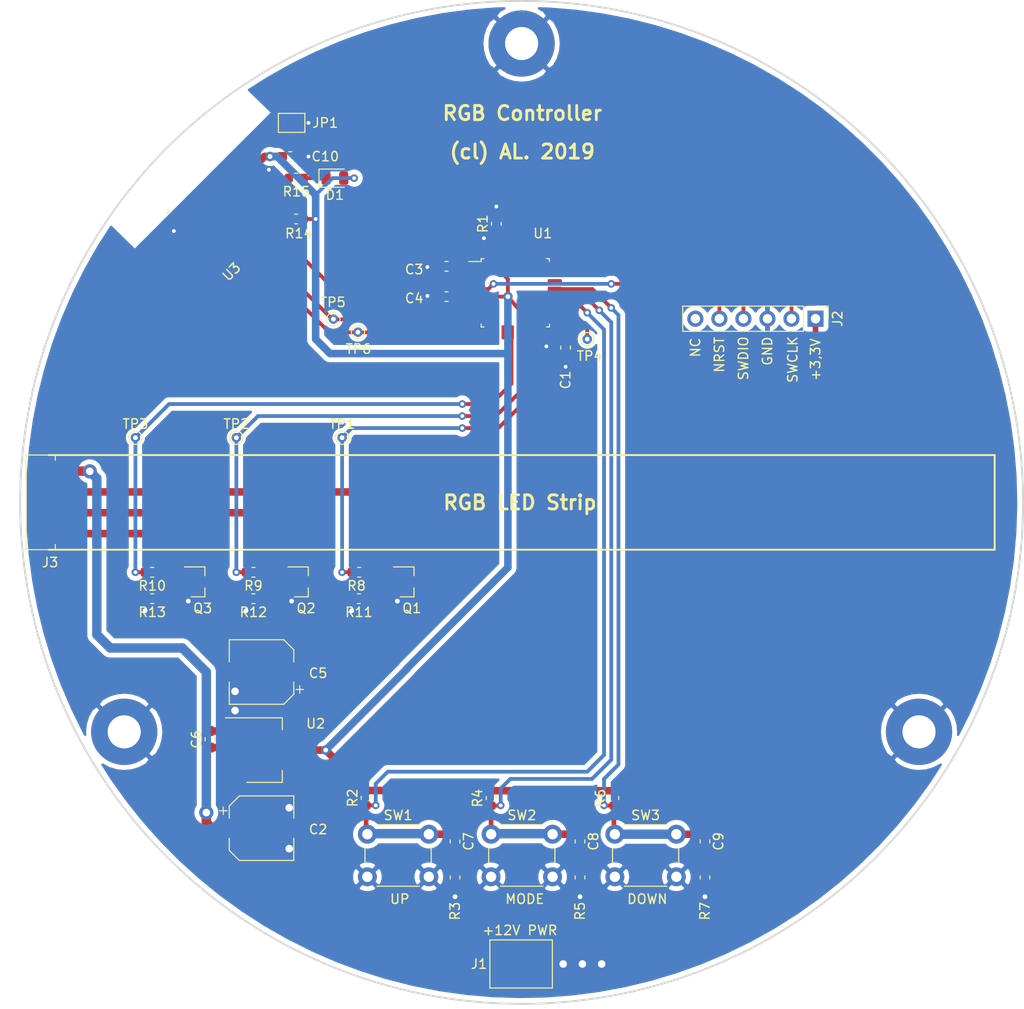
<source format=kicad_pcb>
(kicad_pcb (version 20171130) (host pcbnew "(5.1.2-1)-1")

  (general
    (thickness 1.6)
    (drawings 58)
    (tracks 276)
    (zones 0)
    (modules 48)
    (nets 52)
  )

  (page A4)
  (layers
    (0 F.Cu signal)
    (31 B.Cu signal)
    (32 B.Adhes user)
    (33 F.Adhes user)
    (34 B.Paste user)
    (35 F.Paste user)
    (36 B.SilkS user)
    (37 F.SilkS user)
    (38 B.Mask user)
    (39 F.Mask user)
    (40 Dwgs.User user hide)
    (41 Cmts.User user)
    (42 Eco1.User user)
    (43 Eco2.User user)
    (44 Edge.Cuts user)
    (45 Margin user)
    (46 B.CrtYd user)
    (47 F.CrtYd user)
    (48 B.Fab user)
    (49 F.Fab user)
  )

  (setup
    (last_trace_width 0.25)
    (trace_clearance 0.2)
    (zone_clearance 0.508)
    (zone_45_only no)
    (trace_min 0.2)
    (via_size 0.8)
    (via_drill 0.4)
    (via_min_size 0.4)
    (via_min_drill 0.3)
    (uvia_size 0.3)
    (uvia_drill 0.1)
    (uvias_allowed no)
    (uvia_min_size 0.2)
    (uvia_min_drill 0.1)
    (edge_width 0.05)
    (segment_width 0.2)
    (pcb_text_width 0.3)
    (pcb_text_size 1.5 1.5)
    (mod_edge_width 0.12)
    (mod_text_size 1 1)
    (mod_text_width 0.15)
    (pad_size 7 7)
    (pad_drill 3.5)
    (pad_to_mask_clearance 0.051)
    (solder_mask_min_width 0.25)
    (aux_axis_origin 0 0)
    (visible_elements FFFDFFFF)
    (pcbplotparams
      (layerselection 0x010f0_ffffffff)
      (usegerberextensions false)
      (usegerberattributes false)
      (usegerberadvancedattributes false)
      (creategerberjobfile false)
      (excludeedgelayer true)
      (linewidth 0.100000)
      (plotframeref false)
      (viasonmask false)
      (mode 1)
      (useauxorigin true)
      (hpglpennumber 1)
      (hpglpenspeed 20)
      (hpglpendiameter 15.000000)
      (psnegative false)
      (psa4output false)
      (plotreference true)
      (plotvalue false)
      (plotinvisibletext false)
      (padsonsilk false)
      (subtractmaskfromsilk false)
      (outputformat 1)
      (mirror false)
      (drillshape 0)
      (scaleselection 1)
      (outputdirectory "gerber/"))
  )

  (net 0 "")
  (net 1 +3V3)
  (net 2 Earth)
  (net 3 +12V)
  (net 4 SW_UP)
  (net 5 "Net-(C7-Pad2)")
  (net 6 "Net-(C8-Pad2)")
  (net 7 SW_MODE)
  (net 8 SW_DOWN)
  (net 9 "Net-(C9-Pad2)")
  (net 10 "Net-(D1-Pad1)")
  (net 11 SWCLK)
  (net 12 SWDIO)
  (net 13 NRST)
  (net 14 "Net-(J2-Pad6)")
  (net 15 "Net-(J3-Pad2)")
  (net 16 "Net-(J3-Pad3)")
  (net 17 "Net-(J3-Pad4)")
  (net 18 "Net-(JP1-Pad1)")
  (net 19 "Net-(Q1-Pad1)")
  (net 20 "Net-(Q2-Pad1)")
  (net 21 "Net-(Q3-Pad1)")
  (net 22 "Net-(R1-Pad1)")
  (net 23 G_PWM)
  (net 24 R_PWM)
  (net 25 B_PWM)
  (net 26 BT_RST)
  (net 27 "Net-(R15-Pad2)")
  (net 28 "Net-(TP4-Pad1)")
  (net 29 "Net-(U1-Pad2)")
  (net 30 "Net-(U1-Pad3)")
  (net 31 "Net-(U1-Pad6)")
  (net 32 BT_TX)
  (net 33 BT_RX)
  (net 34 "Net-(U1-Pad10)")
  (net 35 "Net-(U1-Pad11)")
  (net 36 "Net-(U1-Pad15)")
  (net 37 "Net-(U1-Pad22)")
  (net 38 "Net-(U1-Pad25)")
  (net 39 "Net-(U1-Pad26)")
  (net 40 "Net-(U1-Pad27)")
  (net 41 "Net-(U1-Pad28)")
  (net 42 "Net-(U1-Pad30)")
  (net 43 "Net-(U3-Pad6)")
  (net 44 "Net-(U3-Pad9)")
  (net 45 "Net-(U3-Pad11)")
  (net 46 "Net-(U3-Pad5)")
  (net 47 "Net-(U3-Pad4)")
  (net 48 "Net-(U3-Pad3)")
  (net 49 "Net-(U3-Pad1)")
  (net 50 "Net-(U3-Pad15)")
  (net 51 "Net-(U1-Pad29)")

  (net_class Default "This is the default net class."
    (clearance 0.2)
    (trace_width 0.25)
    (via_dia 0.8)
    (via_drill 0.4)
    (uvia_dia 0.3)
    (uvia_drill 0.1)
    (add_net +12V)
    (add_net +3V3)
    (add_net BT_RST)
    (add_net BT_RX)
    (add_net BT_TX)
    (add_net B_PWM)
    (add_net Earth)
    (add_net G_PWM)
    (add_net NRST)
    (add_net "Net-(C7-Pad2)")
    (add_net "Net-(C8-Pad2)")
    (add_net "Net-(C9-Pad2)")
    (add_net "Net-(D1-Pad1)")
    (add_net "Net-(J2-Pad6)")
    (add_net "Net-(J3-Pad2)")
    (add_net "Net-(J3-Pad3)")
    (add_net "Net-(J3-Pad4)")
    (add_net "Net-(JP1-Pad1)")
    (add_net "Net-(Q1-Pad1)")
    (add_net "Net-(Q2-Pad1)")
    (add_net "Net-(Q3-Pad1)")
    (add_net "Net-(R1-Pad1)")
    (add_net "Net-(R15-Pad2)")
    (add_net "Net-(TP4-Pad1)")
    (add_net "Net-(U1-Pad10)")
    (add_net "Net-(U1-Pad11)")
    (add_net "Net-(U1-Pad15)")
    (add_net "Net-(U1-Pad2)")
    (add_net "Net-(U1-Pad22)")
    (add_net "Net-(U1-Pad25)")
    (add_net "Net-(U1-Pad26)")
    (add_net "Net-(U1-Pad27)")
    (add_net "Net-(U1-Pad28)")
    (add_net "Net-(U1-Pad29)")
    (add_net "Net-(U1-Pad3)")
    (add_net "Net-(U1-Pad30)")
    (add_net "Net-(U1-Pad6)")
    (add_net "Net-(U3-Pad1)")
    (add_net "Net-(U3-Pad11)")
    (add_net "Net-(U3-Pad15)")
    (add_net "Net-(U3-Pad3)")
    (add_net "Net-(U3-Pad4)")
    (add_net "Net-(U3-Pad5)")
    (add_net "Net-(U3-Pad6)")
    (add_net "Net-(U3-Pad9)")
    (add_net R_PWM)
    (add_net SWCLK)
    (add_net SWDIO)
    (add_net SW_DOWN)
    (add_net SW_MODE)
    (add_net SW_UP)
  )

  (module Connector_PinHeader_2.54mm:PinHeader_1x06_P2.54mm_Vertical (layer F.Cu) (tedit 59FED5CC) (tstamp 5D170716)
    (at 179.324 80.137 270)
    (descr "Through hole straight pin header, 1x06, 2.54mm pitch, single row")
    (tags "Through hole pin header THT 1x06 2.54mm single row")
    (path /5D2252F8)
    (fp_text reference J2 (at 0 -2.33 90) (layer F.SilkS)
      (effects (font (size 1 1) (thickness 0.15)))
    )
    (fp_text value SWD (at 0 15.03 90) (layer F.Fab)
      (effects (font (size 1 1) (thickness 0.15)))
    )
    (fp_text user %R (at 0 6.35) (layer F.Fab)
      (effects (font (size 1 1) (thickness 0.15)))
    )
    (fp_line (start 1.8 -1.8) (end -1.8 -1.8) (layer F.CrtYd) (width 0.05))
    (fp_line (start 1.8 14.5) (end 1.8 -1.8) (layer F.CrtYd) (width 0.05))
    (fp_line (start -1.8 14.5) (end 1.8 14.5) (layer F.CrtYd) (width 0.05))
    (fp_line (start -1.8 -1.8) (end -1.8 14.5) (layer F.CrtYd) (width 0.05))
    (fp_line (start -1.33 -1.33) (end 0 -1.33) (layer F.SilkS) (width 0.12))
    (fp_line (start -1.33 0) (end -1.33 -1.33) (layer F.SilkS) (width 0.12))
    (fp_line (start -1.33 1.27) (end 1.33 1.27) (layer F.SilkS) (width 0.12))
    (fp_line (start 1.33 1.27) (end 1.33 14.03) (layer F.SilkS) (width 0.12))
    (fp_line (start -1.33 1.27) (end -1.33 14.03) (layer F.SilkS) (width 0.12))
    (fp_line (start -1.33 14.03) (end 1.33 14.03) (layer F.SilkS) (width 0.12))
    (fp_line (start -1.27 -0.635) (end -0.635 -1.27) (layer F.Fab) (width 0.1))
    (fp_line (start -1.27 13.97) (end -1.27 -0.635) (layer F.Fab) (width 0.1))
    (fp_line (start 1.27 13.97) (end -1.27 13.97) (layer F.Fab) (width 0.1))
    (fp_line (start 1.27 -1.27) (end 1.27 13.97) (layer F.Fab) (width 0.1))
    (fp_line (start -0.635 -1.27) (end 1.27 -1.27) (layer F.Fab) (width 0.1))
    (pad 6 thru_hole oval (at 0 12.7 270) (size 1.7 1.7) (drill 1) (layers *.Cu *.Mask)
      (net 14 "Net-(J2-Pad6)"))
    (pad 5 thru_hole oval (at 0 10.16 270) (size 1.7 1.7) (drill 1) (layers *.Cu *.Mask)
      (net 13 NRST))
    (pad 4 thru_hole oval (at 0 7.62 270) (size 1.7 1.7) (drill 1) (layers *.Cu *.Mask)
      (net 12 SWDIO))
    (pad 3 thru_hole oval (at 0 5.08 270) (size 1.7 1.7) (drill 1) (layers *.Cu *.Mask)
      (net 2 Earth))
    (pad 2 thru_hole oval (at 0 2.54 270) (size 1.7 1.7) (drill 1) (layers *.Cu *.Mask)
      (net 11 SWCLK))
    (pad 1 thru_hole rect (at 0 0 270) (size 1.7 1.7) (drill 1) (layers *.Cu *.Mask)
      (net 1 +3V3))
    (model ${KISYS3DMOD}/Connector_PinHeader_2.54mm.3dshapes/PinHeader_1x06_P2.54mm_Vertical.wrl
      (at (xyz 0 0 0))
      (scale (xyz 1 1 1))
      (rotate (xyz 0 0 0))
    )
  )

  (module TestPoint:TestPoint_THTPad_D1.0mm_Drill0.5mm (layer F.Cu) (tedit 5A0F774F) (tstamp 5D49135E)
    (at 130.9624 81.5594)
    (descr "THT pad as test Point, diameter 1.0mm, hole diameter 0.5mm")
    (tags "test point THT pad")
    (path /5D4B633C)
    (attr virtual)
    (fp_text reference TP6 (at 0.0508 1.778) (layer F.SilkS)
      (effects (font (size 1 1) (thickness 0.15)))
    )
    (fp_text value TX (at 0 1.55) (layer F.Fab)
      (effects (font (size 1 1) (thickness 0.15)))
    )
    (fp_circle (center 0 0) (end 0 0.7) (layer F.SilkS) (width 0.12))
    (fp_circle (center 0 0) (end 1 0) (layer F.CrtYd) (width 0.05))
    (fp_text user %R (at 0 -1.45) (layer F.Fab)
      (effects (font (size 1 1) (thickness 0.15)))
    )
    (pad 1 thru_hole circle (at 0 0) (size 1 1) (drill 0.5) (layers *.Cu *.Mask)
      (net 33 BT_RX))
  )

  (module TestPoint:TestPoint_THTPad_D1.0mm_Drill0.5mm (layer F.Cu) (tedit 5A0F774F) (tstamp 5D491356)
    (at 128.3716 80.1751)
    (descr "THT pad as test Point, diameter 1.0mm, hole diameter 0.5mm")
    (tags "test point THT pad")
    (path /5D4B4D1A)
    (attr virtual)
    (fp_text reference TP5 (at -0.0635 -1.778) (layer F.SilkS)
      (effects (font (size 1 1) (thickness 0.15)))
    )
    (fp_text value RX (at 0 1.55) (layer F.Fab)
      (effects (font (size 1 1) (thickness 0.15)))
    )
    (fp_circle (center 0 0) (end 0 0.7) (layer F.SilkS) (width 0.12))
    (fp_circle (center 0 0) (end 1 0) (layer F.CrtYd) (width 0.05))
    (fp_text user %R (at 0 -1.45) (layer F.Fab)
      (effects (font (size 1 1) (thickness 0.15)))
    )
    (pad 1 thru_hole circle (at 0 0) (size 1 1) (drill 0.5) (layers *.Cu *.Mask)
      (net 32 BT_TX))
  )

  (module MountingHole:MountingHole_3.5mm_Pad (layer F.Cu) (tedit 5D17BBC3) (tstamp 5D183565)
    (at 106.257767 123.8)
    (descr "Mounting Hole 3.5mm")
    (tags "mounting hole 3.5mm")
    (attr virtual)
    (fp_text reference REF** (at 0 -4.5) (layer F.SilkS) hide
      (effects (font (size 1 1) (thickness 0.15)))
    )
    (fp_text value MountingHole_3.5mm_Pad (at 0 4.5) (layer F.Fab)
      (effects (font (size 1 1) (thickness 0.15)))
    )
    (fp_circle (center 0 0) (end 3.75 0) (layer F.CrtYd) (width 0.05))
    (fp_circle (center 0 0) (end 3.5 0) (layer Cmts.User) (width 0.15))
    (fp_text user %R (at 0.3 0) (layer F.Fab)
      (effects (font (size 1 1) (thickness 0.15)))
    )
    (pad 1 thru_hole circle (at 0 0) (size 7 7) (drill 3.5) (layers *.Cu *.Mask)
      (net 2 Earth))
  )

  (module MountingHole:MountingHole_3.5mm_Pad (layer F.Cu) (tedit 5D17BBCC) (tstamp 5D183541)
    (at 190.262232 123.8)
    (descr "Mounting Hole 3.5mm")
    (tags "mounting hole 3.5mm")
    (attr virtual)
    (fp_text reference REF** (at 0 -4.5) (layer F.SilkS) hide
      (effects (font (size 1 1) (thickness 0.15)))
    )
    (fp_text value MountingHole_3.5mm_Pad (at 0 4.5) (layer F.Fab)
      (effects (font (size 1 1) (thickness 0.15)))
    )
    (fp_circle (center 0 0) (end 3.75 0) (layer F.CrtYd) (width 0.05))
    (fp_circle (center 0 0) (end 3.5 0) (layer Cmts.User) (width 0.15))
    (fp_text user %R (at 0.3 0) (layer F.Fab)
      (effects (font (size 1 1) (thickness 0.15)))
    )
    (pad 1 thru_hole circle (at 0 0) (size 7 7) (drill 3.5) (layers *.Cu *.Mask)
      (net 2 Earth))
  )

  (module MountingHole:MountingHole_3.5mm_Pad (layer F.Cu) (tedit 5D17BBB6) (tstamp 5D18351D)
    (at 148.26 51.05)
    (descr "Mounting Hole 3.5mm")
    (tags "mounting hole 3.5mm")
    (attr virtual)
    (fp_text reference REF** (at 0 -4.5) (layer F.SilkS) hide
      (effects (font (size 1 1) (thickness 0.15)))
    )
    (fp_text value MountingHole_3.5mm_Pad (at 0 4.5) (layer F.Fab)
      (effects (font (size 1 1) (thickness 0.15)))
    )
    (fp_circle (center 0 0) (end 3.75 0) (layer F.CrtYd) (width 0.05))
    (fp_circle (center 0 0) (end 3.5 0) (layer Cmts.User) (width 0.15))
    (fp_text user %R (at 0.3 0) (layer F.Fab)
      (effects (font (size 1 1) (thickness 0.15)))
    )
    (pad 1 thru_hole circle (at 0 0) (size 7 7) (drill 3.5) (layers *.Cu *.Mask)
      (net 2 Earth))
  )

  (module Resistor_SMD:R_0603_1608Metric (layer F.Cu) (tedit 5B301BBD) (tstamp 5D17086F)
    (at 124.4345 65.278 180)
    (descr "Resistor SMD 0603 (1608 Metric), square (rectangular) end terminal, IPC_7351 nominal, (Body size source: http://www.tortai-tech.com/upload/download/2011102023233369053.pdf), generated with kicad-footprint-generator")
    (tags resistor)
    (path /5D396E87)
    (attr smd)
    (fp_text reference R15 (at -0.0255 -1.43) (layer F.SilkS)
      (effects (font (size 1 1) (thickness 0.15)))
    )
    (fp_text value 330 (at 0 1.43) (layer F.Fab)
      (effects (font (size 1 1) (thickness 0.15)))
    )
    (fp_text user %R (at 0 0) (layer F.Fab)
      (effects (font (size 0.4 0.4) (thickness 0.06)))
    )
    (fp_line (start 1.48 0.73) (end -1.48 0.73) (layer F.CrtYd) (width 0.05))
    (fp_line (start 1.48 -0.73) (end 1.48 0.73) (layer F.CrtYd) (width 0.05))
    (fp_line (start -1.48 -0.73) (end 1.48 -0.73) (layer F.CrtYd) (width 0.05))
    (fp_line (start -1.48 0.73) (end -1.48 -0.73) (layer F.CrtYd) (width 0.05))
    (fp_line (start -0.162779 0.51) (end 0.162779 0.51) (layer F.SilkS) (width 0.12))
    (fp_line (start -0.162779 -0.51) (end 0.162779 -0.51) (layer F.SilkS) (width 0.12))
    (fp_line (start 0.8 0.4) (end -0.8 0.4) (layer F.Fab) (width 0.1))
    (fp_line (start 0.8 -0.4) (end 0.8 0.4) (layer F.Fab) (width 0.1))
    (fp_line (start -0.8 -0.4) (end 0.8 -0.4) (layer F.Fab) (width 0.1))
    (fp_line (start -0.8 0.4) (end -0.8 -0.4) (layer F.Fab) (width 0.1))
    (pad 2 smd roundrect (at 0.7875 0 180) (size 0.875 0.95) (layers F.Cu F.Paste F.Mask) (roundrect_rratio 0.25)
      (net 27 "Net-(R15-Pad2)"))
    (pad 1 smd roundrect (at -0.7875 0 180) (size 0.875 0.95) (layers F.Cu F.Paste F.Mask) (roundrect_rratio 0.25)
      (net 10 "Net-(D1-Pad1)"))
    (model ${KISYS3DMOD}/Resistor_SMD.3dshapes/R_0603_1608Metric.wrl
      (at (xyz 0 0 0))
      (scale (xyz 1 1 1))
      (rotate (xyz 0 0 0))
    )
  )

  (module Resistor_SMD:R_0603_1608Metric (layer F.Cu) (tedit 5B301BBD) (tstamp 5D17085E)
    (at 124.4345 69.596)
    (descr "Resistor SMD 0603 (1608 Metric), square (rectangular) end terminal, IPC_7351 nominal, (Body size source: http://www.tortai-tech.com/upload/download/2011102023233369053.pdf), generated with kicad-footprint-generator")
    (tags resistor)
    (path /5D3A8B83)
    (attr smd)
    (fp_text reference R14 (at 0.2795 1.524) (layer F.SilkS)
      (effects (font (size 1 1) (thickness 0.15)))
    )
    (fp_text value 4k7 (at 0 1.43) (layer F.Fab)
      (effects (font (size 1 1) (thickness 0.15)))
    )
    (fp_text user %R (at 0 0) (layer F.Fab)
      (effects (font (size 0.4 0.4) (thickness 0.06)))
    )
    (fp_line (start 1.48 0.73) (end -1.48 0.73) (layer F.CrtYd) (width 0.05))
    (fp_line (start 1.48 -0.73) (end 1.48 0.73) (layer F.CrtYd) (width 0.05))
    (fp_line (start -1.48 -0.73) (end 1.48 -0.73) (layer F.CrtYd) (width 0.05))
    (fp_line (start -1.48 0.73) (end -1.48 -0.73) (layer F.CrtYd) (width 0.05))
    (fp_line (start -0.162779 0.51) (end 0.162779 0.51) (layer F.SilkS) (width 0.12))
    (fp_line (start -0.162779 -0.51) (end 0.162779 -0.51) (layer F.SilkS) (width 0.12))
    (fp_line (start 0.8 0.4) (end -0.8 0.4) (layer F.Fab) (width 0.1))
    (fp_line (start 0.8 -0.4) (end 0.8 0.4) (layer F.Fab) (width 0.1))
    (fp_line (start -0.8 -0.4) (end 0.8 -0.4) (layer F.Fab) (width 0.1))
    (fp_line (start -0.8 0.4) (end -0.8 -0.4) (layer F.Fab) (width 0.1))
    (pad 2 smd roundrect (at 0.7875 0) (size 0.875 0.95) (layers F.Cu F.Paste F.Mask) (roundrect_rratio 0.25)
      (net 1 +3V3))
    (pad 1 smd roundrect (at -0.7875 0) (size 0.875 0.95) (layers F.Cu F.Paste F.Mask) (roundrect_rratio 0.25)
      (net 26 BT_RST))
    (model ${KISYS3DMOD}/Resistor_SMD.3dshapes/R_0603_1608Metric.wrl
      (at (xyz 0 0 0))
      (scale (xyz 1 1 1))
      (rotate (xyz 0 0 0))
    )
  )

  (module Resistor_SMD:R_0603_1608Metric (layer F.Cu) (tedit 5B301BBD) (tstamp 5D17084D)
    (at 109.22 109.728 180)
    (descr "Resistor SMD 0603 (1608 Metric), square (rectangular) end terminal, IPC_7351 nominal, (Body size source: http://www.tortai-tech.com/upload/download/2011102023233369053.pdf), generated with kicad-footprint-generator")
    (tags resistor)
    (path /5D1DB1C1)
    (attr smd)
    (fp_text reference R13 (at 0 -1.43) (layer F.SilkS)
      (effects (font (size 1 1) (thickness 0.15)))
    )
    (fp_text value 100k (at 0 1.43) (layer F.Fab)
      (effects (font (size 1 1) (thickness 0.15)))
    )
    (fp_text user %R (at 0 0) (layer F.Fab)
      (effects (font (size 0.4 0.4) (thickness 0.06)))
    )
    (fp_line (start 1.48 0.73) (end -1.48 0.73) (layer F.CrtYd) (width 0.05))
    (fp_line (start 1.48 -0.73) (end 1.48 0.73) (layer F.CrtYd) (width 0.05))
    (fp_line (start -1.48 -0.73) (end 1.48 -0.73) (layer F.CrtYd) (width 0.05))
    (fp_line (start -1.48 0.73) (end -1.48 -0.73) (layer F.CrtYd) (width 0.05))
    (fp_line (start -0.162779 0.51) (end 0.162779 0.51) (layer F.SilkS) (width 0.12))
    (fp_line (start -0.162779 -0.51) (end 0.162779 -0.51) (layer F.SilkS) (width 0.12))
    (fp_line (start 0.8 0.4) (end -0.8 0.4) (layer F.Fab) (width 0.1))
    (fp_line (start 0.8 -0.4) (end 0.8 0.4) (layer F.Fab) (width 0.1))
    (fp_line (start -0.8 -0.4) (end 0.8 -0.4) (layer F.Fab) (width 0.1))
    (fp_line (start -0.8 0.4) (end -0.8 -0.4) (layer F.Fab) (width 0.1))
    (pad 2 smd roundrect (at 0.7875 0 180) (size 0.875 0.95) (layers F.Cu F.Paste F.Mask) (roundrect_rratio 0.25)
      (net 2 Earth))
    (pad 1 smd roundrect (at -0.7875 0 180) (size 0.875 0.95) (layers F.Cu F.Paste F.Mask) (roundrect_rratio 0.25)
      (net 21 "Net-(Q3-Pad1)"))
    (model ${KISYS3DMOD}/Resistor_SMD.3dshapes/R_0603_1608Metric.wrl
      (at (xyz 0 0 0))
      (scale (xyz 1 1 1))
      (rotate (xyz 0 0 0))
    )
  )

  (module Resistor_SMD:R_0603_1608Metric (layer F.Cu) (tedit 5B301BBD) (tstamp 5D17083C)
    (at 119.9135 109.728 180)
    (descr "Resistor SMD 0603 (1608 Metric), square (rectangular) end terminal, IPC_7351 nominal, (Body size source: http://www.tortai-tech.com/upload/download/2011102023233369053.pdf), generated with kicad-footprint-generator")
    (tags resistor)
    (path /5D1DA7D7)
    (attr smd)
    (fp_text reference R12 (at 0 -1.43) (layer F.SilkS)
      (effects (font (size 1 1) (thickness 0.15)))
    )
    (fp_text value 100k (at 0 1.43) (layer F.Fab)
      (effects (font (size 1 1) (thickness 0.15)))
    )
    (fp_text user %R (at 0 0) (layer F.Fab)
      (effects (font (size 0.4 0.4) (thickness 0.06)))
    )
    (fp_line (start 1.48 0.73) (end -1.48 0.73) (layer F.CrtYd) (width 0.05))
    (fp_line (start 1.48 -0.73) (end 1.48 0.73) (layer F.CrtYd) (width 0.05))
    (fp_line (start -1.48 -0.73) (end 1.48 -0.73) (layer F.CrtYd) (width 0.05))
    (fp_line (start -1.48 0.73) (end -1.48 -0.73) (layer F.CrtYd) (width 0.05))
    (fp_line (start -0.162779 0.51) (end 0.162779 0.51) (layer F.SilkS) (width 0.12))
    (fp_line (start -0.162779 -0.51) (end 0.162779 -0.51) (layer F.SilkS) (width 0.12))
    (fp_line (start 0.8 0.4) (end -0.8 0.4) (layer F.Fab) (width 0.1))
    (fp_line (start 0.8 -0.4) (end 0.8 0.4) (layer F.Fab) (width 0.1))
    (fp_line (start -0.8 -0.4) (end 0.8 -0.4) (layer F.Fab) (width 0.1))
    (fp_line (start -0.8 0.4) (end -0.8 -0.4) (layer F.Fab) (width 0.1))
    (pad 2 smd roundrect (at 0.7875 0 180) (size 0.875 0.95) (layers F.Cu F.Paste F.Mask) (roundrect_rratio 0.25)
      (net 2 Earth))
    (pad 1 smd roundrect (at -0.7875 0 180) (size 0.875 0.95) (layers F.Cu F.Paste F.Mask) (roundrect_rratio 0.25)
      (net 20 "Net-(Q2-Pad1)"))
    (model ${KISYS3DMOD}/Resistor_SMD.3dshapes/R_0603_1608Metric.wrl
      (at (xyz 0 0 0))
      (scale (xyz 1 1 1))
      (rotate (xyz 0 0 0))
    )
  )

  (module Resistor_SMD:R_0603_1608Metric (layer F.Cu) (tedit 5B301BBD) (tstamp 5D17082B)
    (at 131.064 109.728 180)
    (descr "Resistor SMD 0603 (1608 Metric), square (rectangular) end terminal, IPC_7351 nominal, (Body size source: http://www.tortai-tech.com/upload/download/2011102023233369053.pdf), generated with kicad-footprint-generator")
    (tags resistor)
    (path /5D1D99F1)
    (attr smd)
    (fp_text reference R11 (at 0 -1.43) (layer F.SilkS)
      (effects (font (size 1 1) (thickness 0.15)))
    )
    (fp_text value 100k (at 0 1.43) (layer F.Fab)
      (effects (font (size 1 1) (thickness 0.15)))
    )
    (fp_text user %R (at 0 0) (layer F.Fab)
      (effects (font (size 0.4 0.4) (thickness 0.06)))
    )
    (fp_line (start 1.48 0.73) (end -1.48 0.73) (layer F.CrtYd) (width 0.05))
    (fp_line (start 1.48 -0.73) (end 1.48 0.73) (layer F.CrtYd) (width 0.05))
    (fp_line (start -1.48 -0.73) (end 1.48 -0.73) (layer F.CrtYd) (width 0.05))
    (fp_line (start -1.48 0.73) (end -1.48 -0.73) (layer F.CrtYd) (width 0.05))
    (fp_line (start -0.162779 0.51) (end 0.162779 0.51) (layer F.SilkS) (width 0.12))
    (fp_line (start -0.162779 -0.51) (end 0.162779 -0.51) (layer F.SilkS) (width 0.12))
    (fp_line (start 0.8 0.4) (end -0.8 0.4) (layer F.Fab) (width 0.1))
    (fp_line (start 0.8 -0.4) (end 0.8 0.4) (layer F.Fab) (width 0.1))
    (fp_line (start -0.8 -0.4) (end 0.8 -0.4) (layer F.Fab) (width 0.1))
    (fp_line (start -0.8 0.4) (end -0.8 -0.4) (layer F.Fab) (width 0.1))
    (pad 2 smd roundrect (at 0.7875 0 180) (size 0.875 0.95) (layers F.Cu F.Paste F.Mask) (roundrect_rratio 0.25)
      (net 2 Earth))
    (pad 1 smd roundrect (at -0.7875 0 180) (size 0.875 0.95) (layers F.Cu F.Paste F.Mask) (roundrect_rratio 0.25)
      (net 19 "Net-(Q1-Pad1)"))
    (model ${KISYS3DMOD}/Resistor_SMD.3dshapes/R_0603_1608Metric.wrl
      (at (xyz 0 0 0))
      (scale (xyz 1 1 1))
      (rotate (xyz 0 0 0))
    )
  )

  (module Resistor_SMD:R_0603_1608Metric (layer F.Cu) (tedit 5B301BBD) (tstamp 5D17081A)
    (at 109.22 106.934 180)
    (descr "Resistor SMD 0603 (1608 Metric), square (rectangular) end terminal, IPC_7351 nominal, (Body size source: http://www.tortai-tech.com/upload/download/2011102023233369053.pdf), generated with kicad-footprint-generator")
    (tags resistor)
    (path /5D183859)
    (attr smd)
    (fp_text reference R10 (at 0 -1.43) (layer F.SilkS)
      (effects (font (size 1 1) (thickness 0.15)))
    )
    (fp_text value 100 (at 0 1.43) (layer F.Fab)
      (effects (font (size 1 1) (thickness 0.15)))
    )
    (fp_text user %R (at 0 0) (layer F.Fab)
      (effects (font (size 0.4 0.4) (thickness 0.06)))
    )
    (fp_line (start 1.48 0.73) (end -1.48 0.73) (layer F.CrtYd) (width 0.05))
    (fp_line (start 1.48 -0.73) (end 1.48 0.73) (layer F.CrtYd) (width 0.05))
    (fp_line (start -1.48 -0.73) (end 1.48 -0.73) (layer F.CrtYd) (width 0.05))
    (fp_line (start -1.48 0.73) (end -1.48 -0.73) (layer F.CrtYd) (width 0.05))
    (fp_line (start -0.162779 0.51) (end 0.162779 0.51) (layer F.SilkS) (width 0.12))
    (fp_line (start -0.162779 -0.51) (end 0.162779 -0.51) (layer F.SilkS) (width 0.12))
    (fp_line (start 0.8 0.4) (end -0.8 0.4) (layer F.Fab) (width 0.1))
    (fp_line (start 0.8 -0.4) (end 0.8 0.4) (layer F.Fab) (width 0.1))
    (fp_line (start -0.8 -0.4) (end 0.8 -0.4) (layer F.Fab) (width 0.1))
    (fp_line (start -0.8 0.4) (end -0.8 -0.4) (layer F.Fab) (width 0.1))
    (pad 2 smd roundrect (at 0.7875 0 180) (size 0.875 0.95) (layers F.Cu F.Paste F.Mask) (roundrect_rratio 0.25)
      (net 25 B_PWM))
    (pad 1 smd roundrect (at -0.7875 0 180) (size 0.875 0.95) (layers F.Cu F.Paste F.Mask) (roundrect_rratio 0.25)
      (net 21 "Net-(Q3-Pad1)"))
    (model ${KISYS3DMOD}/Resistor_SMD.3dshapes/R_0603_1608Metric.wrl
      (at (xyz 0 0 0))
      (scale (xyz 1 1 1))
      (rotate (xyz 0 0 0))
    )
  )

  (module Resistor_SMD:R_0603_1608Metric (layer F.Cu) (tedit 5B301BBD) (tstamp 5D170809)
    (at 119.9135 106.934 180)
    (descr "Resistor SMD 0603 (1608 Metric), square (rectangular) end terminal, IPC_7351 nominal, (Body size source: http://www.tortai-tech.com/upload/download/2011102023233369053.pdf), generated with kicad-footprint-generator")
    (tags resistor)
    (path /5D182BE6)
    (attr smd)
    (fp_text reference R9 (at 0 -1.43) (layer F.SilkS)
      (effects (font (size 1 1) (thickness 0.15)))
    )
    (fp_text value 100 (at 0 1.43) (layer F.Fab)
      (effects (font (size 1 1) (thickness 0.15)))
    )
    (fp_text user %R (at 0 0) (layer F.Fab)
      (effects (font (size 0.4 0.4) (thickness 0.06)))
    )
    (fp_line (start 1.48 0.73) (end -1.48 0.73) (layer F.CrtYd) (width 0.05))
    (fp_line (start 1.48 -0.73) (end 1.48 0.73) (layer F.CrtYd) (width 0.05))
    (fp_line (start -1.48 -0.73) (end 1.48 -0.73) (layer F.CrtYd) (width 0.05))
    (fp_line (start -1.48 0.73) (end -1.48 -0.73) (layer F.CrtYd) (width 0.05))
    (fp_line (start -0.162779 0.51) (end 0.162779 0.51) (layer F.SilkS) (width 0.12))
    (fp_line (start -0.162779 -0.51) (end 0.162779 -0.51) (layer F.SilkS) (width 0.12))
    (fp_line (start 0.8 0.4) (end -0.8 0.4) (layer F.Fab) (width 0.1))
    (fp_line (start 0.8 -0.4) (end 0.8 0.4) (layer F.Fab) (width 0.1))
    (fp_line (start -0.8 -0.4) (end 0.8 -0.4) (layer F.Fab) (width 0.1))
    (fp_line (start -0.8 0.4) (end -0.8 -0.4) (layer F.Fab) (width 0.1))
    (pad 2 smd roundrect (at 0.7875 0 180) (size 0.875 0.95) (layers F.Cu F.Paste F.Mask) (roundrect_rratio 0.25)
      (net 24 R_PWM))
    (pad 1 smd roundrect (at -0.7875 0 180) (size 0.875 0.95) (layers F.Cu F.Paste F.Mask) (roundrect_rratio 0.25)
      (net 20 "Net-(Q2-Pad1)"))
    (model ${KISYS3DMOD}/Resistor_SMD.3dshapes/R_0603_1608Metric.wrl
      (at (xyz 0 0 0))
      (scale (xyz 1 1 1))
      (rotate (xyz 0 0 0))
    )
  )

  (module Resistor_SMD:R_0603_1608Metric (layer F.Cu) (tedit 5B301BBD) (tstamp 5D1707F8)
    (at 131.0895 106.934 180)
    (descr "Resistor SMD 0603 (1608 Metric), square (rectangular) end terminal, IPC_7351 nominal, (Body size source: http://www.tortai-tech.com/upload/download/2011102023233369053.pdf), generated with kicad-footprint-generator")
    (tags resistor)
    (path /5D18227D)
    (attr smd)
    (fp_text reference R8 (at 0.2795 -1.43) (layer F.SilkS)
      (effects (font (size 1 1) (thickness 0.15)))
    )
    (fp_text value 100 (at 0 1.43) (layer F.Fab)
      (effects (font (size 1 1) (thickness 0.15)))
    )
    (fp_text user %R (at 0 0) (layer F.Fab)
      (effects (font (size 0.4 0.4) (thickness 0.06)))
    )
    (fp_line (start 1.48 0.73) (end -1.48 0.73) (layer F.CrtYd) (width 0.05))
    (fp_line (start 1.48 -0.73) (end 1.48 0.73) (layer F.CrtYd) (width 0.05))
    (fp_line (start -1.48 -0.73) (end 1.48 -0.73) (layer F.CrtYd) (width 0.05))
    (fp_line (start -1.48 0.73) (end -1.48 -0.73) (layer F.CrtYd) (width 0.05))
    (fp_line (start -0.162779 0.51) (end 0.162779 0.51) (layer F.SilkS) (width 0.12))
    (fp_line (start -0.162779 -0.51) (end 0.162779 -0.51) (layer F.SilkS) (width 0.12))
    (fp_line (start 0.8 0.4) (end -0.8 0.4) (layer F.Fab) (width 0.1))
    (fp_line (start 0.8 -0.4) (end 0.8 0.4) (layer F.Fab) (width 0.1))
    (fp_line (start -0.8 -0.4) (end 0.8 -0.4) (layer F.Fab) (width 0.1))
    (fp_line (start -0.8 0.4) (end -0.8 -0.4) (layer F.Fab) (width 0.1))
    (pad 2 smd roundrect (at 0.7875 0 180) (size 0.875 0.95) (layers F.Cu F.Paste F.Mask) (roundrect_rratio 0.25)
      (net 23 G_PWM))
    (pad 1 smd roundrect (at -0.7875 0 180) (size 0.875 0.95) (layers F.Cu F.Paste F.Mask) (roundrect_rratio 0.25)
      (net 19 "Net-(Q1-Pad1)"))
    (model ${KISYS3DMOD}/Resistor_SMD.3dshapes/R_0603_1608Metric.wrl
      (at (xyz 0 0 0))
      (scale (xyz 1 1 1))
      (rotate (xyz 0 0 0))
    )
  )

  (module Resistor_SMD:R_0603_1608Metric (layer F.Cu) (tedit 5B301BBD) (tstamp 5D1794A0)
    (at 167.64 139.192 90)
    (descr "Resistor SMD 0603 (1608 Metric), square (rectangular) end terminal, IPC_7351 nominal, (Body size source: http://www.tortai-tech.com/upload/download/2011102023233369053.pdf), generated with kicad-footprint-generator")
    (tags resistor)
    (path /5D1F195F)
    (attr smd)
    (fp_text reference R7 (at -3.556 0 90) (layer F.SilkS)
      (effects (font (size 1 1) (thickness 0.15)))
    )
    (fp_text value 100 (at 0 1.43 90) (layer F.Fab)
      (effects (font (size 1 1) (thickness 0.15)))
    )
    (fp_text user %R (at 0 0 90) (layer F.Fab)
      (effects (font (size 0.4 0.4) (thickness 0.06)))
    )
    (fp_line (start 1.48 0.73) (end -1.48 0.73) (layer F.CrtYd) (width 0.05))
    (fp_line (start 1.48 -0.73) (end 1.48 0.73) (layer F.CrtYd) (width 0.05))
    (fp_line (start -1.48 -0.73) (end 1.48 -0.73) (layer F.CrtYd) (width 0.05))
    (fp_line (start -1.48 0.73) (end -1.48 -0.73) (layer F.CrtYd) (width 0.05))
    (fp_line (start -0.162779 0.51) (end 0.162779 0.51) (layer F.SilkS) (width 0.12))
    (fp_line (start -0.162779 -0.51) (end 0.162779 -0.51) (layer F.SilkS) (width 0.12))
    (fp_line (start 0.8 0.4) (end -0.8 0.4) (layer F.Fab) (width 0.1))
    (fp_line (start 0.8 -0.4) (end 0.8 0.4) (layer F.Fab) (width 0.1))
    (fp_line (start -0.8 -0.4) (end 0.8 -0.4) (layer F.Fab) (width 0.1))
    (fp_line (start -0.8 0.4) (end -0.8 -0.4) (layer F.Fab) (width 0.1))
    (pad 2 smd roundrect (at 0.7875 0 90) (size 0.875 0.95) (layers F.Cu F.Paste F.Mask) (roundrect_rratio 0.25)
      (net 9 "Net-(C9-Pad2)"))
    (pad 1 smd roundrect (at -0.7875 0 90) (size 0.875 0.95) (layers F.Cu F.Paste F.Mask) (roundrect_rratio 0.25)
      (net 2 Earth))
    (model ${KISYS3DMOD}/Resistor_SMD.3dshapes/R_0603_1608Metric.wrl
      (at (xyz 0 0 0))
      (scale (xyz 1 1 1))
      (rotate (xyz 0 0 0))
    )
  )

  (module Resistor_SMD:R_0603_1608Metric (layer F.Cu) (tedit 5B301BBD) (tstamp 5D1707D6)
    (at 158.0135 130.81 90)
    (descr "Resistor SMD 0603 (1608 Metric), square (rectangular) end terminal, IPC_7351 nominal, (Body size source: http://www.tortai-tech.com/upload/download/2011102023233369053.pdf), generated with kicad-footprint-generator")
    (tags resistor)
    (path /5D1FA5A7)
    (attr smd)
    (fp_text reference R6 (at 0 -1.43 90) (layer F.SilkS)
      (effects (font (size 1 1) (thickness 0.15)))
    )
    (fp_text value 4k7 (at 0 1.43 90) (layer F.Fab)
      (effects (font (size 1 1) (thickness 0.15)))
    )
    (fp_text user %R (at 0 0 90) (layer F.Fab)
      (effects (font (size 0.4 0.4) (thickness 0.06)))
    )
    (fp_line (start 1.48 0.73) (end -1.48 0.73) (layer F.CrtYd) (width 0.05))
    (fp_line (start 1.48 -0.73) (end 1.48 0.73) (layer F.CrtYd) (width 0.05))
    (fp_line (start -1.48 -0.73) (end 1.48 -0.73) (layer F.CrtYd) (width 0.05))
    (fp_line (start -1.48 0.73) (end -1.48 -0.73) (layer F.CrtYd) (width 0.05))
    (fp_line (start -0.162779 0.51) (end 0.162779 0.51) (layer F.SilkS) (width 0.12))
    (fp_line (start -0.162779 -0.51) (end 0.162779 -0.51) (layer F.SilkS) (width 0.12))
    (fp_line (start 0.8 0.4) (end -0.8 0.4) (layer F.Fab) (width 0.1))
    (fp_line (start 0.8 -0.4) (end 0.8 0.4) (layer F.Fab) (width 0.1))
    (fp_line (start -0.8 -0.4) (end 0.8 -0.4) (layer F.Fab) (width 0.1))
    (fp_line (start -0.8 0.4) (end -0.8 -0.4) (layer F.Fab) (width 0.1))
    (pad 2 smd roundrect (at 0.7875 0 90) (size 0.875 0.95) (layers F.Cu F.Paste F.Mask) (roundrect_rratio 0.25)
      (net 1 +3V3))
    (pad 1 smd roundrect (at -0.7875 0 90) (size 0.875 0.95) (layers F.Cu F.Paste F.Mask) (roundrect_rratio 0.25)
      (net 8 SW_DOWN))
    (model ${KISYS3DMOD}/Resistor_SMD.3dshapes/R_0603_1608Metric.wrl
      (at (xyz 0 0 0))
      (scale (xyz 1 1 1))
      (rotate (xyz 0 0 0))
    )
  )

  (module Resistor_SMD:R_0603_1608Metric (layer F.Cu) (tedit 5B301BBD) (tstamp 5D1707C5)
    (at 154.432 139.192 90)
    (descr "Resistor SMD 0603 (1608 Metric), square (rectangular) end terminal, IPC_7351 nominal, (Body size source: http://www.tortai-tech.com/upload/download/2011102023233369053.pdf), generated with kicad-footprint-generator")
    (tags resistor)
    (path /5D1F0C7C)
    (attr smd)
    (fp_text reference R5 (at -3.556 0 90) (layer F.SilkS)
      (effects (font (size 1 1) (thickness 0.15)))
    )
    (fp_text value 100 (at 0 1.43 90) (layer F.Fab)
      (effects (font (size 1 1) (thickness 0.15)))
    )
    (fp_text user %R (at 0 0 90) (layer F.Fab)
      (effects (font (size 0.4 0.4) (thickness 0.06)))
    )
    (fp_line (start 1.48 0.73) (end -1.48 0.73) (layer F.CrtYd) (width 0.05))
    (fp_line (start 1.48 -0.73) (end 1.48 0.73) (layer F.CrtYd) (width 0.05))
    (fp_line (start -1.48 -0.73) (end 1.48 -0.73) (layer F.CrtYd) (width 0.05))
    (fp_line (start -1.48 0.73) (end -1.48 -0.73) (layer F.CrtYd) (width 0.05))
    (fp_line (start -0.162779 0.51) (end 0.162779 0.51) (layer F.SilkS) (width 0.12))
    (fp_line (start -0.162779 -0.51) (end 0.162779 -0.51) (layer F.SilkS) (width 0.12))
    (fp_line (start 0.8 0.4) (end -0.8 0.4) (layer F.Fab) (width 0.1))
    (fp_line (start 0.8 -0.4) (end 0.8 0.4) (layer F.Fab) (width 0.1))
    (fp_line (start -0.8 -0.4) (end 0.8 -0.4) (layer F.Fab) (width 0.1))
    (fp_line (start -0.8 0.4) (end -0.8 -0.4) (layer F.Fab) (width 0.1))
    (pad 2 smd roundrect (at 0.7875 0 90) (size 0.875 0.95) (layers F.Cu F.Paste F.Mask) (roundrect_rratio 0.25)
      (net 6 "Net-(C8-Pad2)"))
    (pad 1 smd roundrect (at -0.7875 0 90) (size 0.875 0.95) (layers F.Cu F.Paste F.Mask) (roundrect_rratio 0.25)
      (net 2 Earth))
    (model ${KISYS3DMOD}/Resistor_SMD.3dshapes/R_0603_1608Metric.wrl
      (at (xyz 0 0 0))
      (scale (xyz 1 1 1))
      (rotate (xyz 0 0 0))
    )
  )

  (module Resistor_SMD:R_0603_1608Metric (layer F.Cu) (tedit 5B301BBD) (tstamp 5D1707B4)
    (at 145.034 130.81 90)
    (descr "Resistor SMD 0603 (1608 Metric), square (rectangular) end terminal, IPC_7351 nominal, (Body size source: http://www.tortai-tech.com/upload/download/2011102023233369053.pdf), generated with kicad-footprint-generator")
    (tags resistor)
    (path /5D1F8AC5)
    (attr smd)
    (fp_text reference R4 (at 0 -1.43 90) (layer F.SilkS)
      (effects (font (size 1 1) (thickness 0.15)))
    )
    (fp_text value 4k7 (at 0 1.43 90) (layer F.Fab)
      (effects (font (size 1 1) (thickness 0.15)))
    )
    (fp_text user %R (at 0 0 90) (layer F.Fab)
      (effects (font (size 0.4 0.4) (thickness 0.06)))
    )
    (fp_line (start 1.48 0.73) (end -1.48 0.73) (layer F.CrtYd) (width 0.05))
    (fp_line (start 1.48 -0.73) (end 1.48 0.73) (layer F.CrtYd) (width 0.05))
    (fp_line (start -1.48 -0.73) (end 1.48 -0.73) (layer F.CrtYd) (width 0.05))
    (fp_line (start -1.48 0.73) (end -1.48 -0.73) (layer F.CrtYd) (width 0.05))
    (fp_line (start -0.162779 0.51) (end 0.162779 0.51) (layer F.SilkS) (width 0.12))
    (fp_line (start -0.162779 -0.51) (end 0.162779 -0.51) (layer F.SilkS) (width 0.12))
    (fp_line (start 0.8 0.4) (end -0.8 0.4) (layer F.Fab) (width 0.1))
    (fp_line (start 0.8 -0.4) (end 0.8 0.4) (layer F.Fab) (width 0.1))
    (fp_line (start -0.8 -0.4) (end 0.8 -0.4) (layer F.Fab) (width 0.1))
    (fp_line (start -0.8 0.4) (end -0.8 -0.4) (layer F.Fab) (width 0.1))
    (pad 2 smd roundrect (at 0.7875 0 90) (size 0.875 0.95) (layers F.Cu F.Paste F.Mask) (roundrect_rratio 0.25)
      (net 1 +3V3))
    (pad 1 smd roundrect (at -0.7875 0 90) (size 0.875 0.95) (layers F.Cu F.Paste F.Mask) (roundrect_rratio 0.25)
      (net 7 SW_MODE))
    (model ${KISYS3DMOD}/Resistor_SMD.3dshapes/R_0603_1608Metric.wrl
      (at (xyz 0 0 0))
      (scale (xyz 1 1 1))
      (rotate (xyz 0 0 0))
    )
  )

  (module Resistor_SMD:R_0603_1608Metric (layer F.Cu) (tedit 5B301BBD) (tstamp 5D1707A3)
    (at 141.224 139.192 90)
    (descr "Resistor SMD 0603 (1608 Metric), square (rectangular) end terminal, IPC_7351 nominal, (Body size source: http://www.tortai-tech.com/upload/download/2011102023233369053.pdf), generated with kicad-footprint-generator")
    (tags resistor)
    (path /5D1EF236)
    (attr smd)
    (fp_text reference R3 (at -3.556 0 90) (layer F.SilkS)
      (effects (font (size 1 1) (thickness 0.15)))
    )
    (fp_text value 100 (at 0 1.43 90) (layer F.Fab)
      (effects (font (size 1 1) (thickness 0.15)))
    )
    (fp_text user %R (at 0 0 90) (layer F.Fab)
      (effects (font (size 0.4 0.4) (thickness 0.06)))
    )
    (fp_line (start 1.48 0.73) (end -1.48 0.73) (layer F.CrtYd) (width 0.05))
    (fp_line (start 1.48 -0.73) (end 1.48 0.73) (layer F.CrtYd) (width 0.05))
    (fp_line (start -1.48 -0.73) (end 1.48 -0.73) (layer F.CrtYd) (width 0.05))
    (fp_line (start -1.48 0.73) (end -1.48 -0.73) (layer F.CrtYd) (width 0.05))
    (fp_line (start -0.162779 0.51) (end 0.162779 0.51) (layer F.SilkS) (width 0.12))
    (fp_line (start -0.162779 -0.51) (end 0.162779 -0.51) (layer F.SilkS) (width 0.12))
    (fp_line (start 0.8 0.4) (end -0.8 0.4) (layer F.Fab) (width 0.1))
    (fp_line (start 0.8 -0.4) (end 0.8 0.4) (layer F.Fab) (width 0.1))
    (fp_line (start -0.8 -0.4) (end 0.8 -0.4) (layer F.Fab) (width 0.1))
    (fp_line (start -0.8 0.4) (end -0.8 -0.4) (layer F.Fab) (width 0.1))
    (pad 2 smd roundrect (at 0.7875 0 90) (size 0.875 0.95) (layers F.Cu F.Paste F.Mask) (roundrect_rratio 0.25)
      (net 5 "Net-(C7-Pad2)"))
    (pad 1 smd roundrect (at -0.7875 0 90) (size 0.875 0.95) (layers F.Cu F.Paste F.Mask) (roundrect_rratio 0.25)
      (net 2 Earth))
    (model ${KISYS3DMOD}/Resistor_SMD.3dshapes/R_0603_1608Metric.wrl
      (at (xyz 0 0 0))
      (scale (xyz 1 1 1))
      (rotate (xyz 0 0 0))
    )
  )

  (module Resistor_SMD:R_0603_1608Metric (layer F.Cu) (tedit 5B301BBD) (tstamp 5D170792)
    (at 131.826 130.7845 90)
    (descr "Resistor SMD 0603 (1608 Metric), square (rectangular) end terminal, IPC_7351 nominal, (Body size source: http://www.tortai-tech.com/upload/download/2011102023233369053.pdf), generated with kicad-footprint-generator")
    (tags resistor)
    (path /5D1F74A2)
    (attr smd)
    (fp_text reference R2 (at 0 -1.43 90) (layer F.SilkS)
      (effects (font (size 1 1) (thickness 0.15)))
    )
    (fp_text value 4k7 (at 0 1.43 90) (layer F.Fab)
      (effects (font (size 1 1) (thickness 0.15)))
    )
    (fp_text user %R (at 0 0 90) (layer F.Fab)
      (effects (font (size 0.4 0.4) (thickness 0.06)))
    )
    (fp_line (start 1.48 0.73) (end -1.48 0.73) (layer F.CrtYd) (width 0.05))
    (fp_line (start 1.48 -0.73) (end 1.48 0.73) (layer F.CrtYd) (width 0.05))
    (fp_line (start -1.48 -0.73) (end 1.48 -0.73) (layer F.CrtYd) (width 0.05))
    (fp_line (start -1.48 0.73) (end -1.48 -0.73) (layer F.CrtYd) (width 0.05))
    (fp_line (start -0.162779 0.51) (end 0.162779 0.51) (layer F.SilkS) (width 0.12))
    (fp_line (start -0.162779 -0.51) (end 0.162779 -0.51) (layer F.SilkS) (width 0.12))
    (fp_line (start 0.8 0.4) (end -0.8 0.4) (layer F.Fab) (width 0.1))
    (fp_line (start 0.8 -0.4) (end 0.8 0.4) (layer F.Fab) (width 0.1))
    (fp_line (start -0.8 -0.4) (end 0.8 -0.4) (layer F.Fab) (width 0.1))
    (fp_line (start -0.8 0.4) (end -0.8 -0.4) (layer F.Fab) (width 0.1))
    (pad 2 smd roundrect (at 0.7875 0 90) (size 0.875 0.95) (layers F.Cu F.Paste F.Mask) (roundrect_rratio 0.25)
      (net 1 +3V3))
    (pad 1 smd roundrect (at -0.7875 0 90) (size 0.875 0.95) (layers F.Cu F.Paste F.Mask) (roundrect_rratio 0.25)
      (net 4 SW_UP))
    (model ${KISYS3DMOD}/Resistor_SMD.3dshapes/R_0603_1608Metric.wrl
      (at (xyz 0 0 0))
      (scale (xyz 1 1 1))
      (rotate (xyz 0 0 0))
    )
  )

  (module Resistor_SMD:R_0603_1608Metric (layer F.Cu) (tedit 5B301BBD) (tstamp 5D170781)
    (at 145.59 70.104 90)
    (descr "Resistor SMD 0603 (1608 Metric), square (rectangular) end terminal, IPC_7351 nominal, (Body size source: http://www.tortai-tech.com/upload/download/2011102023233369053.pdf), generated with kicad-footprint-generator")
    (tags resistor)
    (path /5D2D0D8D)
    (attr smd)
    (fp_text reference R1 (at 0 -1.43 90) (layer F.SilkS)
      (effects (font (size 1 1) (thickness 0.15)))
    )
    (fp_text value 10k (at 0 1.43 90) (layer F.Fab)
      (effects (font (size 1 1) (thickness 0.15)))
    )
    (fp_text user %R (at 0 0 90) (layer F.Fab)
      (effects (font (size 0.4 0.4) (thickness 0.06)))
    )
    (fp_line (start 1.48 0.73) (end -1.48 0.73) (layer F.CrtYd) (width 0.05))
    (fp_line (start 1.48 -0.73) (end 1.48 0.73) (layer F.CrtYd) (width 0.05))
    (fp_line (start -1.48 -0.73) (end 1.48 -0.73) (layer F.CrtYd) (width 0.05))
    (fp_line (start -1.48 0.73) (end -1.48 -0.73) (layer F.CrtYd) (width 0.05))
    (fp_line (start -0.162779 0.51) (end 0.162779 0.51) (layer F.SilkS) (width 0.12))
    (fp_line (start -0.162779 -0.51) (end 0.162779 -0.51) (layer F.SilkS) (width 0.12))
    (fp_line (start 0.8 0.4) (end -0.8 0.4) (layer F.Fab) (width 0.1))
    (fp_line (start 0.8 -0.4) (end 0.8 0.4) (layer F.Fab) (width 0.1))
    (fp_line (start -0.8 -0.4) (end 0.8 -0.4) (layer F.Fab) (width 0.1))
    (fp_line (start -0.8 0.4) (end -0.8 -0.4) (layer F.Fab) (width 0.1))
    (pad 2 smd roundrect (at 0.7875 0 90) (size 0.875 0.95) (layers F.Cu F.Paste F.Mask) (roundrect_rratio 0.25)
      (net 2 Earth))
    (pad 1 smd roundrect (at -0.7875 0 90) (size 0.875 0.95) (layers F.Cu F.Paste F.Mask) (roundrect_rratio 0.25)
      (net 22 "Net-(R1-Pad1)"))
    (model ${KISYS3DMOD}/Resistor_SMD.3dshapes/R_0603_1608Metric.wrl
      (at (xyz 0 0 0))
      (scale (xyz 1 1 1))
      (rotate (xyz 0 0 0))
    )
  )

  (module Capacitor_SMD:C_0603_1608Metric_Pad1.05x0.95mm_HandSolder (layer F.Cu) (tedit 5B301BBE) (tstamp 5D170617)
    (at 152.908 83.199 270)
    (descr "Capacitor SMD 0603 (1608 Metric), square (rectangular) end terminal, IPC_7351 nominal with elongated pad for handsoldering. (Body size source: http://www.tortai-tech.com/upload/download/2011102023233369053.pdf), generated with kicad-footprint-generator")
    (tags "capacitor handsolder")
    (path /5D263AC0)
    (attr smd)
    (fp_text reference C1 (at 3.415 0 90) (layer F.SilkS)
      (effects (font (size 1 1) (thickness 0.15)))
    )
    (fp_text value 100n (at 0 1.43 90) (layer F.Fab)
      (effects (font (size 1 1) (thickness 0.15)))
    )
    (fp_text user %R (at 0 0 90) (layer F.Fab)
      (effects (font (size 0.4 0.4) (thickness 0.06)))
    )
    (fp_line (start 1.65 0.73) (end -1.65 0.73) (layer F.CrtYd) (width 0.05))
    (fp_line (start 1.65 -0.73) (end 1.65 0.73) (layer F.CrtYd) (width 0.05))
    (fp_line (start -1.65 -0.73) (end 1.65 -0.73) (layer F.CrtYd) (width 0.05))
    (fp_line (start -1.65 0.73) (end -1.65 -0.73) (layer F.CrtYd) (width 0.05))
    (fp_line (start -0.171267 0.51) (end 0.171267 0.51) (layer F.SilkS) (width 0.12))
    (fp_line (start -0.171267 -0.51) (end 0.171267 -0.51) (layer F.SilkS) (width 0.12))
    (fp_line (start 0.8 0.4) (end -0.8 0.4) (layer F.Fab) (width 0.1))
    (fp_line (start 0.8 -0.4) (end 0.8 0.4) (layer F.Fab) (width 0.1))
    (fp_line (start -0.8 -0.4) (end 0.8 -0.4) (layer F.Fab) (width 0.1))
    (fp_line (start -0.8 0.4) (end -0.8 -0.4) (layer F.Fab) (width 0.1))
    (pad 2 smd roundrect (at 0.875 0 270) (size 1.05 0.95) (layers F.Cu F.Paste F.Mask) (roundrect_rratio 0.25)
      (net 2 Earth))
    (pad 1 smd roundrect (at -0.875 0 270) (size 1.05 0.95) (layers F.Cu F.Paste F.Mask) (roundrect_rratio 0.25)
      (net 1 +3V3))
    (model ${KISYS3DMOD}/Capacitor_SMD.3dshapes/C_0603_1608Metric.wrl
      (at (xyz 0 0 0))
      (scale (xyz 1 1 1))
      (rotate (xyz 0 0 0))
    )
  )

  (module Capacitor_SMD:CP_Elec_6.3x5.4 (layer F.Cu) (tedit 5BCA39D0) (tstamp 5D17063F)
    (at 120.771 133.985)
    (descr "SMD capacitor, aluminum electrolytic, Panasonic C55, 6.3x5.4mm")
    (tags "capacitor electrolytic")
    (path /5D20C714)
    (attr smd)
    (fp_text reference C2 (at 5.975 0.127) (layer F.SilkS)
      (effects (font (size 1 1) (thickness 0.15)))
    )
    (fp_text value 100uF (at 0 4.35) (layer F.Fab)
      (effects (font (size 1 1) (thickness 0.15)))
    )
    (fp_text user %R (at 0 0) (layer F.Fab)
      (effects (font (size 1 1) (thickness 0.15)))
    )
    (fp_line (start -4.8 1.05) (end -3.55 1.05) (layer F.CrtYd) (width 0.05))
    (fp_line (start -4.8 -1.05) (end -4.8 1.05) (layer F.CrtYd) (width 0.05))
    (fp_line (start -3.55 -1.05) (end -4.8 -1.05) (layer F.CrtYd) (width 0.05))
    (fp_line (start -3.55 1.05) (end -3.55 2.4) (layer F.CrtYd) (width 0.05))
    (fp_line (start -3.55 -2.4) (end -3.55 -1.05) (layer F.CrtYd) (width 0.05))
    (fp_line (start -3.55 -2.4) (end -2.4 -3.55) (layer F.CrtYd) (width 0.05))
    (fp_line (start -3.55 2.4) (end -2.4 3.55) (layer F.CrtYd) (width 0.05))
    (fp_line (start -2.4 -3.55) (end 3.55 -3.55) (layer F.CrtYd) (width 0.05))
    (fp_line (start -2.4 3.55) (end 3.55 3.55) (layer F.CrtYd) (width 0.05))
    (fp_line (start 3.55 1.05) (end 3.55 3.55) (layer F.CrtYd) (width 0.05))
    (fp_line (start 4.8 1.05) (end 3.55 1.05) (layer F.CrtYd) (width 0.05))
    (fp_line (start 4.8 -1.05) (end 4.8 1.05) (layer F.CrtYd) (width 0.05))
    (fp_line (start 3.55 -1.05) (end 4.8 -1.05) (layer F.CrtYd) (width 0.05))
    (fp_line (start 3.55 -3.55) (end 3.55 -1.05) (layer F.CrtYd) (width 0.05))
    (fp_line (start -4.04375 -2.24125) (end -4.04375 -1.45375) (layer F.SilkS) (width 0.12))
    (fp_line (start -4.4375 -1.8475) (end -3.65 -1.8475) (layer F.SilkS) (width 0.12))
    (fp_line (start -3.41 2.345563) (end -2.345563 3.41) (layer F.SilkS) (width 0.12))
    (fp_line (start -3.41 -2.345563) (end -2.345563 -3.41) (layer F.SilkS) (width 0.12))
    (fp_line (start -3.41 -2.345563) (end -3.41 -1.06) (layer F.SilkS) (width 0.12))
    (fp_line (start -3.41 2.345563) (end -3.41 1.06) (layer F.SilkS) (width 0.12))
    (fp_line (start -2.345563 3.41) (end 3.41 3.41) (layer F.SilkS) (width 0.12))
    (fp_line (start -2.345563 -3.41) (end 3.41 -3.41) (layer F.SilkS) (width 0.12))
    (fp_line (start 3.41 -3.41) (end 3.41 -1.06) (layer F.SilkS) (width 0.12))
    (fp_line (start 3.41 3.41) (end 3.41 1.06) (layer F.SilkS) (width 0.12))
    (fp_line (start -2.389838 -1.645) (end -2.389838 -1.015) (layer F.Fab) (width 0.1))
    (fp_line (start -2.704838 -1.33) (end -2.074838 -1.33) (layer F.Fab) (width 0.1))
    (fp_line (start -3.3 2.3) (end -2.3 3.3) (layer F.Fab) (width 0.1))
    (fp_line (start -3.3 -2.3) (end -2.3 -3.3) (layer F.Fab) (width 0.1))
    (fp_line (start -3.3 -2.3) (end -3.3 2.3) (layer F.Fab) (width 0.1))
    (fp_line (start -2.3 3.3) (end 3.3 3.3) (layer F.Fab) (width 0.1))
    (fp_line (start -2.3 -3.3) (end 3.3 -3.3) (layer F.Fab) (width 0.1))
    (fp_line (start 3.3 -3.3) (end 3.3 3.3) (layer F.Fab) (width 0.1))
    (fp_circle (center 0 0) (end 3.15 0) (layer F.Fab) (width 0.1))
    (pad 2 smd roundrect (at 2.8 0) (size 3.5 1.6) (layers F.Cu F.Paste F.Mask) (roundrect_rratio 0.15625)
      (net 2 Earth))
    (pad 1 smd roundrect (at -2.8 0) (size 3.5 1.6) (layers F.Cu F.Paste F.Mask) (roundrect_rratio 0.15625)
      (net 3 +12V))
    (model ${KISYS3DMOD}/Capacitor_SMD.3dshapes/CP_Elec_6.3x5.4.wrl
      (at (xyz 0 0 0))
      (scale (xyz 1 1 1))
      (rotate (xyz 0 0 0))
    )
  )

  (module Capacitor_SMD:C_0603_1608Metric_Pad1.05x0.95mm_HandSolder (layer F.Cu) (tedit 5B301BBE) (tstamp 5D170650)
    (at 140.321 74.6 180)
    (descr "Capacitor SMD 0603 (1608 Metric), square (rectangular) end terminal, IPC_7351 nominal with elongated pad for handsoldering. (Body size source: http://www.tortai-tech.com/upload/download/2011102023233369053.pdf), generated with kicad-footprint-generator")
    (tags "capacitor handsolder")
    (path /5D2661A3)
    (attr smd)
    (fp_text reference C3 (at 3.415 -0.33) (layer F.SilkS)
      (effects (font (size 1 1) (thickness 0.15)))
    )
    (fp_text value 100n (at 0 1.43) (layer F.Fab)
      (effects (font (size 1 1) (thickness 0.15)))
    )
    (fp_line (start -0.8 0.4) (end -0.8 -0.4) (layer F.Fab) (width 0.1))
    (fp_line (start -0.8 -0.4) (end 0.8 -0.4) (layer F.Fab) (width 0.1))
    (fp_line (start 0.8 -0.4) (end 0.8 0.4) (layer F.Fab) (width 0.1))
    (fp_line (start 0.8 0.4) (end -0.8 0.4) (layer F.Fab) (width 0.1))
    (fp_line (start -0.171267 -0.51) (end 0.171267 -0.51) (layer F.SilkS) (width 0.12))
    (fp_line (start -0.171267 0.51) (end 0.171267 0.51) (layer F.SilkS) (width 0.12))
    (fp_line (start -1.65 0.73) (end -1.65 -0.73) (layer F.CrtYd) (width 0.05))
    (fp_line (start -1.65 -0.73) (end 1.65 -0.73) (layer F.CrtYd) (width 0.05))
    (fp_line (start 1.65 -0.73) (end 1.65 0.73) (layer F.CrtYd) (width 0.05))
    (fp_line (start 1.65 0.73) (end -1.65 0.73) (layer F.CrtYd) (width 0.05))
    (fp_text user %R (at 0 0) (layer F.Fab)
      (effects (font (size 0.4 0.4) (thickness 0.06)))
    )
    (pad 1 smd roundrect (at -0.875 0 180) (size 1.05 0.95) (layers F.Cu F.Paste F.Mask) (roundrect_rratio 0.25)
      (net 1 +3V3))
    (pad 2 smd roundrect (at 0.875 0 180) (size 1.05 0.95) (layers F.Cu F.Paste F.Mask) (roundrect_rratio 0.25)
      (net 2 Earth))
    (model ${KISYS3DMOD}/Capacitor_SMD.3dshapes/C_0603_1608Metric.wrl
      (at (xyz 0 0 0))
      (scale (xyz 1 1 1))
      (rotate (xyz 0 0 0))
    )
  )

  (module Capacitor_SMD:C_0603_1608Metric_Pad1.05x0.95mm_HandSolder (layer F.Cu) (tedit 5B301BBE) (tstamp 5D170661)
    (at 140.321 77.8 180)
    (descr "Capacitor SMD 0603 (1608 Metric), square (rectangular) end terminal, IPC_7351 nominal with elongated pad for handsoldering. (Body size source: http://www.tortai-tech.com/upload/download/2011102023233369053.pdf), generated with kicad-footprint-generator")
    (tags "capacitor handsolder")
    (path /5D26716D)
    (attr smd)
    (fp_text reference C4 (at 3.415 -0.178) (layer F.SilkS)
      (effects (font (size 1 1) (thickness 0.15)))
    )
    (fp_text value 100n (at 0 1.43) (layer F.Fab)
      (effects (font (size 1 1) (thickness 0.15)))
    )
    (fp_text user %R (at 0 0) (layer F.Fab)
      (effects (font (size 0.4 0.4) (thickness 0.06)))
    )
    (fp_line (start 1.65 0.73) (end -1.65 0.73) (layer F.CrtYd) (width 0.05))
    (fp_line (start 1.65 -0.73) (end 1.65 0.73) (layer F.CrtYd) (width 0.05))
    (fp_line (start -1.65 -0.73) (end 1.65 -0.73) (layer F.CrtYd) (width 0.05))
    (fp_line (start -1.65 0.73) (end -1.65 -0.73) (layer F.CrtYd) (width 0.05))
    (fp_line (start -0.171267 0.51) (end 0.171267 0.51) (layer F.SilkS) (width 0.12))
    (fp_line (start -0.171267 -0.51) (end 0.171267 -0.51) (layer F.SilkS) (width 0.12))
    (fp_line (start 0.8 0.4) (end -0.8 0.4) (layer F.Fab) (width 0.1))
    (fp_line (start 0.8 -0.4) (end 0.8 0.4) (layer F.Fab) (width 0.1))
    (fp_line (start -0.8 -0.4) (end 0.8 -0.4) (layer F.Fab) (width 0.1))
    (fp_line (start -0.8 0.4) (end -0.8 -0.4) (layer F.Fab) (width 0.1))
    (pad 2 smd roundrect (at 0.875 0 180) (size 1.05 0.95) (layers F.Cu F.Paste F.Mask) (roundrect_rratio 0.25)
      (net 2 Earth))
    (pad 1 smd roundrect (at -0.875 0 180) (size 1.05 0.95) (layers F.Cu F.Paste F.Mask) (roundrect_rratio 0.25)
      (net 1 +3V3))
    (model ${KISYS3DMOD}/Capacitor_SMD.3dshapes/C_0603_1608Metric.wrl
      (at (xyz 0 0 0))
      (scale (xyz 1 1 1))
      (rotate (xyz 0 0 0))
    )
  )

  (module Capacitor_SMD:CP_Elec_6.3x5.4 (layer F.Cu) (tedit 5BCA39D0) (tstamp 5D170689)
    (at 120.771 117.475 180)
    (descr "SMD capacitor, aluminum electrolytic, Panasonic C55, 6.3x5.4mm")
    (tags "capacitor electrolytic")
    (path /5D20D7C1)
    (attr smd)
    (fp_text reference C5 (at -5.975 -0.127) (layer F.SilkS)
      (effects (font (size 1 1) (thickness 0.15)))
    )
    (fp_text value 10uF (at 0 4.35) (layer F.Fab)
      (effects (font (size 1 1) (thickness 0.15)))
    )
    (fp_circle (center 0 0) (end 3.15 0) (layer F.Fab) (width 0.1))
    (fp_line (start 3.3 -3.3) (end 3.3 3.3) (layer F.Fab) (width 0.1))
    (fp_line (start -2.3 -3.3) (end 3.3 -3.3) (layer F.Fab) (width 0.1))
    (fp_line (start -2.3 3.3) (end 3.3 3.3) (layer F.Fab) (width 0.1))
    (fp_line (start -3.3 -2.3) (end -3.3 2.3) (layer F.Fab) (width 0.1))
    (fp_line (start -3.3 -2.3) (end -2.3 -3.3) (layer F.Fab) (width 0.1))
    (fp_line (start -3.3 2.3) (end -2.3 3.3) (layer F.Fab) (width 0.1))
    (fp_line (start -2.704838 -1.33) (end -2.074838 -1.33) (layer F.Fab) (width 0.1))
    (fp_line (start -2.389838 -1.645) (end -2.389838 -1.015) (layer F.Fab) (width 0.1))
    (fp_line (start 3.41 3.41) (end 3.41 1.06) (layer F.SilkS) (width 0.12))
    (fp_line (start 3.41 -3.41) (end 3.41 -1.06) (layer F.SilkS) (width 0.12))
    (fp_line (start -2.345563 -3.41) (end 3.41 -3.41) (layer F.SilkS) (width 0.12))
    (fp_line (start -2.345563 3.41) (end 3.41 3.41) (layer F.SilkS) (width 0.12))
    (fp_line (start -3.41 2.345563) (end -3.41 1.06) (layer F.SilkS) (width 0.12))
    (fp_line (start -3.41 -2.345563) (end -3.41 -1.06) (layer F.SilkS) (width 0.12))
    (fp_line (start -3.41 -2.345563) (end -2.345563 -3.41) (layer F.SilkS) (width 0.12))
    (fp_line (start -3.41 2.345563) (end -2.345563 3.41) (layer F.SilkS) (width 0.12))
    (fp_line (start -4.4375 -1.8475) (end -3.65 -1.8475) (layer F.SilkS) (width 0.12))
    (fp_line (start -4.04375 -2.24125) (end -4.04375 -1.45375) (layer F.SilkS) (width 0.12))
    (fp_line (start 3.55 -3.55) (end 3.55 -1.05) (layer F.CrtYd) (width 0.05))
    (fp_line (start 3.55 -1.05) (end 4.8 -1.05) (layer F.CrtYd) (width 0.05))
    (fp_line (start 4.8 -1.05) (end 4.8 1.05) (layer F.CrtYd) (width 0.05))
    (fp_line (start 4.8 1.05) (end 3.55 1.05) (layer F.CrtYd) (width 0.05))
    (fp_line (start 3.55 1.05) (end 3.55 3.55) (layer F.CrtYd) (width 0.05))
    (fp_line (start -2.4 3.55) (end 3.55 3.55) (layer F.CrtYd) (width 0.05))
    (fp_line (start -2.4 -3.55) (end 3.55 -3.55) (layer F.CrtYd) (width 0.05))
    (fp_line (start -3.55 2.4) (end -2.4 3.55) (layer F.CrtYd) (width 0.05))
    (fp_line (start -3.55 -2.4) (end -2.4 -3.55) (layer F.CrtYd) (width 0.05))
    (fp_line (start -3.55 -2.4) (end -3.55 -1.05) (layer F.CrtYd) (width 0.05))
    (fp_line (start -3.55 1.05) (end -3.55 2.4) (layer F.CrtYd) (width 0.05))
    (fp_line (start -3.55 -1.05) (end -4.8 -1.05) (layer F.CrtYd) (width 0.05))
    (fp_line (start -4.8 -1.05) (end -4.8 1.05) (layer F.CrtYd) (width 0.05))
    (fp_line (start -4.8 1.05) (end -3.55 1.05) (layer F.CrtYd) (width 0.05))
    (fp_text user %R (at 0 0) (layer F.Fab)
      (effects (font (size 1 1) (thickness 0.15)))
    )
    (pad 1 smd roundrect (at -2.8 0 180) (size 3.5 1.6) (layers F.Cu F.Paste F.Mask) (roundrect_rratio 0.15625)
      (net 1 +3V3))
    (pad 2 smd roundrect (at 2.8 0 180) (size 3.5 1.6) (layers F.Cu F.Paste F.Mask) (roundrect_rratio 0.15625)
      (net 2 Earth))
    (model ${KISYS3DMOD}/Capacitor_SMD.3dshapes/CP_Elec_6.3x5.4.wrl
      (at (xyz 0 0 0))
      (scale (xyz 1 1 1))
      (rotate (xyz 0 0 0))
    )
  )

  (module Capacitor_SMD:C_0603_1608Metric_Pad1.05x0.95mm_HandSolder (layer F.Cu) (tedit 5B301BBE) (tstamp 5D17069A)
    (at 115.316 124.587 90)
    (descr "Capacitor SMD 0603 (1608 Metric), square (rectangular) end terminal, IPC_7351 nominal with elongated pad for handsoldering. (Body size source: http://www.tortai-tech.com/upload/download/2011102023233369053.pdf), generated with kicad-footprint-generator")
    (tags "capacitor handsolder")
    (path /5D20E369)
    (attr smd)
    (fp_text reference C6 (at 0 -1.43 90) (layer F.SilkS)
      (effects (font (size 1 1) (thickness 0.15)))
    )
    (fp_text value 100n (at 0 1.43 90) (layer F.Fab)
      (effects (font (size 1 1) (thickness 0.15)))
    )
    (fp_line (start -0.8 0.4) (end -0.8 -0.4) (layer F.Fab) (width 0.1))
    (fp_line (start -0.8 -0.4) (end 0.8 -0.4) (layer F.Fab) (width 0.1))
    (fp_line (start 0.8 -0.4) (end 0.8 0.4) (layer F.Fab) (width 0.1))
    (fp_line (start 0.8 0.4) (end -0.8 0.4) (layer F.Fab) (width 0.1))
    (fp_line (start -0.171267 -0.51) (end 0.171267 -0.51) (layer F.SilkS) (width 0.12))
    (fp_line (start -0.171267 0.51) (end 0.171267 0.51) (layer F.SilkS) (width 0.12))
    (fp_line (start -1.65 0.73) (end -1.65 -0.73) (layer F.CrtYd) (width 0.05))
    (fp_line (start -1.65 -0.73) (end 1.65 -0.73) (layer F.CrtYd) (width 0.05))
    (fp_line (start 1.65 -0.73) (end 1.65 0.73) (layer F.CrtYd) (width 0.05))
    (fp_line (start 1.65 0.73) (end -1.65 0.73) (layer F.CrtYd) (width 0.05))
    (fp_text user %R (at 0 0 90) (layer F.Fab)
      (effects (font (size 0.4 0.4) (thickness 0.06)))
    )
    (pad 1 smd roundrect (at -0.875 0 90) (size 1.05 0.95) (layers F.Cu F.Paste F.Mask) (roundrect_rratio 0.25)
      (net 1 +3V3))
    (pad 2 smd roundrect (at 0.875 0 90) (size 1.05 0.95) (layers F.Cu F.Paste F.Mask) (roundrect_rratio 0.25)
      (net 2 Earth))
    (model ${KISYS3DMOD}/Capacitor_SMD.3dshapes/C_0603_1608Metric.wrl
      (at (xyz 0 0 0))
      (scale (xyz 1 1 1))
      (rotate (xyz 0 0 0))
    )
  )

  (module Capacitor_SMD:C_0603_1608Metric_Pad1.05x0.95mm_HandSolder (layer F.Cu) (tedit 5B301BBE) (tstamp 5D1706AB)
    (at 141.224 135.382 270)
    (descr "Capacitor SMD 0603 (1608 Metric), square (rectangular) end terminal, IPC_7351 nominal with elongated pad for handsoldering. (Body size source: http://www.tortai-tech.com/upload/download/2011102023233369053.pdf), generated with kicad-footprint-generator")
    (tags "capacitor handsolder")
    (path /5D1ECD57)
    (attr smd)
    (fp_text reference C7 (at 0 -1.43 90) (layer F.SilkS)
      (effects (font (size 1 1) (thickness 0.15)))
    )
    (fp_text value 100n (at 0 1.43 90) (layer F.Fab)
      (effects (font (size 1 1) (thickness 0.15)))
    )
    (fp_text user %R (at 0 0 90) (layer F.Fab)
      (effects (font (size 0.4 0.4) (thickness 0.06)))
    )
    (fp_line (start 1.65 0.73) (end -1.65 0.73) (layer F.CrtYd) (width 0.05))
    (fp_line (start 1.65 -0.73) (end 1.65 0.73) (layer F.CrtYd) (width 0.05))
    (fp_line (start -1.65 -0.73) (end 1.65 -0.73) (layer F.CrtYd) (width 0.05))
    (fp_line (start -1.65 0.73) (end -1.65 -0.73) (layer F.CrtYd) (width 0.05))
    (fp_line (start -0.171267 0.51) (end 0.171267 0.51) (layer F.SilkS) (width 0.12))
    (fp_line (start -0.171267 -0.51) (end 0.171267 -0.51) (layer F.SilkS) (width 0.12))
    (fp_line (start 0.8 0.4) (end -0.8 0.4) (layer F.Fab) (width 0.1))
    (fp_line (start 0.8 -0.4) (end 0.8 0.4) (layer F.Fab) (width 0.1))
    (fp_line (start -0.8 -0.4) (end 0.8 -0.4) (layer F.Fab) (width 0.1))
    (fp_line (start -0.8 0.4) (end -0.8 -0.4) (layer F.Fab) (width 0.1))
    (pad 2 smd roundrect (at 0.875 0 270) (size 1.05 0.95) (layers F.Cu F.Paste F.Mask) (roundrect_rratio 0.25)
      (net 5 "Net-(C7-Pad2)"))
    (pad 1 smd roundrect (at -0.875 0 270) (size 1.05 0.95) (layers F.Cu F.Paste F.Mask) (roundrect_rratio 0.25)
      (net 4 SW_UP))
    (model ${KISYS3DMOD}/Capacitor_SMD.3dshapes/C_0603_1608Metric.wrl
      (at (xyz 0 0 0))
      (scale (xyz 1 1 1))
      (rotate (xyz 0 0 0))
    )
  )

  (module Capacitor_SMD:C_0603_1608Metric_Pad1.05x0.95mm_HandSolder (layer F.Cu) (tedit 5B301BBE) (tstamp 5D1706BC)
    (at 154.432 135.382 270)
    (descr "Capacitor SMD 0603 (1608 Metric), square (rectangular) end terminal, IPC_7351 nominal with elongated pad for handsoldering. (Body size source: http://www.tortai-tech.com/upload/download/2011102023233369053.pdf), generated with kicad-footprint-generator")
    (tags "capacitor handsolder")
    (path /5D1EBFAB)
    (attr smd)
    (fp_text reference C8 (at 0 -1.43 90) (layer F.SilkS)
      (effects (font (size 1 1) (thickness 0.15)))
    )
    (fp_text value 100n (at 0 1.43 90) (layer F.Fab)
      (effects (font (size 1 1) (thickness 0.15)))
    )
    (fp_line (start -0.8 0.4) (end -0.8 -0.4) (layer F.Fab) (width 0.1))
    (fp_line (start -0.8 -0.4) (end 0.8 -0.4) (layer F.Fab) (width 0.1))
    (fp_line (start 0.8 -0.4) (end 0.8 0.4) (layer F.Fab) (width 0.1))
    (fp_line (start 0.8 0.4) (end -0.8 0.4) (layer F.Fab) (width 0.1))
    (fp_line (start -0.171267 -0.51) (end 0.171267 -0.51) (layer F.SilkS) (width 0.12))
    (fp_line (start -0.171267 0.51) (end 0.171267 0.51) (layer F.SilkS) (width 0.12))
    (fp_line (start -1.65 0.73) (end -1.65 -0.73) (layer F.CrtYd) (width 0.05))
    (fp_line (start -1.65 -0.73) (end 1.65 -0.73) (layer F.CrtYd) (width 0.05))
    (fp_line (start 1.65 -0.73) (end 1.65 0.73) (layer F.CrtYd) (width 0.05))
    (fp_line (start 1.65 0.73) (end -1.65 0.73) (layer F.CrtYd) (width 0.05))
    (fp_text user %R (at 0 0 90) (layer F.Fab)
      (effects (font (size 0.4 0.4) (thickness 0.06)))
    )
    (pad 1 smd roundrect (at -0.875 0 270) (size 1.05 0.95) (layers F.Cu F.Paste F.Mask) (roundrect_rratio 0.25)
      (net 7 SW_MODE))
    (pad 2 smd roundrect (at 0.875 0 270) (size 1.05 0.95) (layers F.Cu F.Paste F.Mask) (roundrect_rratio 0.25)
      (net 6 "Net-(C8-Pad2)"))
    (model ${KISYS3DMOD}/Capacitor_SMD.3dshapes/C_0603_1608Metric.wrl
      (at (xyz 0 0 0))
      (scale (xyz 1 1 1))
      (rotate (xyz 0 0 0))
    )
  )

  (module Capacitor_SMD:C_0603_1608Metric_Pad1.05x0.95mm_HandSolder (layer F.Cu) (tedit 5B301BBE) (tstamp 5D17BE93)
    (at 167.64 135.382 270)
    (descr "Capacitor SMD 0603 (1608 Metric), square (rectangular) end terminal, IPC_7351 nominal with elongated pad for handsoldering. (Body size source: http://www.tortai-tech.com/upload/download/2011102023233369053.pdf), generated with kicad-footprint-generator")
    (tags "capacitor handsolder")
    (path /5D1EB5EE)
    (attr smd)
    (fp_text reference C9 (at 0 -1.43 90) (layer F.SilkS)
      (effects (font (size 1 1) (thickness 0.15)))
    )
    (fp_text value 100n (at 0 1.43 90) (layer F.Fab)
      (effects (font (size 1 1) (thickness 0.15)))
    )
    (fp_text user %R (at 0 0 90) (layer F.Fab)
      (effects (font (size 0.4 0.4) (thickness 0.06)))
    )
    (fp_line (start 1.65 0.73) (end -1.65 0.73) (layer F.CrtYd) (width 0.05))
    (fp_line (start 1.65 -0.73) (end 1.65 0.73) (layer F.CrtYd) (width 0.05))
    (fp_line (start -1.65 -0.73) (end 1.65 -0.73) (layer F.CrtYd) (width 0.05))
    (fp_line (start -1.65 0.73) (end -1.65 -0.73) (layer F.CrtYd) (width 0.05))
    (fp_line (start -0.171267 0.51) (end 0.171267 0.51) (layer F.SilkS) (width 0.12))
    (fp_line (start -0.171267 -0.51) (end 0.171267 -0.51) (layer F.SilkS) (width 0.12))
    (fp_line (start 0.8 0.4) (end -0.8 0.4) (layer F.Fab) (width 0.1))
    (fp_line (start 0.8 -0.4) (end 0.8 0.4) (layer F.Fab) (width 0.1))
    (fp_line (start -0.8 -0.4) (end 0.8 -0.4) (layer F.Fab) (width 0.1))
    (fp_line (start -0.8 0.4) (end -0.8 -0.4) (layer F.Fab) (width 0.1))
    (pad 2 smd roundrect (at 0.875 0 270) (size 1.05 0.95) (layers F.Cu F.Paste F.Mask) (roundrect_rratio 0.25)
      (net 9 "Net-(C9-Pad2)"))
    (pad 1 smd roundrect (at -0.875 0 270) (size 1.05 0.95) (layers F.Cu F.Paste F.Mask) (roundrect_rratio 0.25)
      (net 8 SW_DOWN))
    (model ${KISYS3DMOD}/Capacitor_SMD.3dshapes/C_0603_1608Metric.wrl
      (at (xyz 0 0 0))
      (scale (xyz 1 1 1))
      (rotate (xyz 0 0 0))
    )
  )

  (module Capacitor_SMD:C_0603_1608Metric_Pad1.05x0.95mm_HandSolder (layer F.Cu) (tedit 5B301BBE) (tstamp 5D1706DE)
    (at 123.811 62.992 180)
    (descr "Capacitor SMD 0603 (1608 Metric), square (rectangular) end terminal, IPC_7351 nominal with elongated pad for handsoldering. (Body size source: http://www.tortai-tech.com/upload/download/2011102023233369053.pdf), generated with kicad-footprint-generator")
    (tags "capacitor handsolder")
    (path /5D31DB3D)
    (attr smd)
    (fp_text reference C10 (at -3.697 0) (layer F.SilkS)
      (effects (font (size 1 1) (thickness 0.15)))
    )
    (fp_text value "10uF X5R" (at 0 1.43) (layer F.Fab)
      (effects (font (size 1 1) (thickness 0.15)))
    )
    (fp_line (start -0.8 0.4) (end -0.8 -0.4) (layer F.Fab) (width 0.1))
    (fp_line (start -0.8 -0.4) (end 0.8 -0.4) (layer F.Fab) (width 0.1))
    (fp_line (start 0.8 -0.4) (end 0.8 0.4) (layer F.Fab) (width 0.1))
    (fp_line (start 0.8 0.4) (end -0.8 0.4) (layer F.Fab) (width 0.1))
    (fp_line (start -0.171267 -0.51) (end 0.171267 -0.51) (layer F.SilkS) (width 0.12))
    (fp_line (start -0.171267 0.51) (end 0.171267 0.51) (layer F.SilkS) (width 0.12))
    (fp_line (start -1.65 0.73) (end -1.65 -0.73) (layer F.CrtYd) (width 0.05))
    (fp_line (start -1.65 -0.73) (end 1.65 -0.73) (layer F.CrtYd) (width 0.05))
    (fp_line (start 1.65 -0.73) (end 1.65 0.73) (layer F.CrtYd) (width 0.05))
    (fp_line (start 1.65 0.73) (end -1.65 0.73) (layer F.CrtYd) (width 0.05))
    (fp_text user %R (at 0 0) (layer F.Fab)
      (effects (font (size 0.4 0.4) (thickness 0.06)))
    )
    (pad 1 smd roundrect (at -0.875 0 180) (size 1.05 0.95) (layers F.Cu F.Paste F.Mask) (roundrect_rratio 0.25)
      (net 2 Earth))
    (pad 2 smd roundrect (at 0.875 0 180) (size 1.05 0.95) (layers F.Cu F.Paste F.Mask) (roundrect_rratio 0.25)
      (net 1 +3V3))
    (model ${KISYS3DMOD}/Capacitor_SMD.3dshapes/C_0603_1608Metric.wrl
      (at (xyz 0 0 0))
      (scale (xyz 1 1 1))
      (rotate (xyz 0 0 0))
    )
  )

  (module LED_SMD:LED_0805_2012Metric (layer F.Cu) (tedit 5B36C52C) (tstamp 5D1706F1)
    (at 128.524 65.278)
    (descr "LED SMD 0805 (2012 Metric), square (rectangular) end terminal, IPC_7351 nominal, (Body size source: https://docs.google.com/spreadsheets/d/1BsfQQcO9C6DZCsRaXUlFlo91Tg2WpOkGARC1WS5S8t0/edit?usp=sharing), generated with kicad-footprint-generator")
    (tags diode)
    (path /5D39839A)
    (attr smd)
    (fp_text reference D1 (at 0 1.778) (layer F.SilkS)
      (effects (font (size 1 1) (thickness 0.15)))
    )
    (fp_text value LED (at 0 1.65) (layer F.Fab)
      (effects (font (size 1 1) (thickness 0.15)))
    )
    (fp_text user %R (at 0 0) (layer F.Fab)
      (effects (font (size 0.5 0.5) (thickness 0.08)))
    )
    (fp_line (start 1.68 0.95) (end -1.68 0.95) (layer F.CrtYd) (width 0.05))
    (fp_line (start 1.68 -0.95) (end 1.68 0.95) (layer F.CrtYd) (width 0.05))
    (fp_line (start -1.68 -0.95) (end 1.68 -0.95) (layer F.CrtYd) (width 0.05))
    (fp_line (start -1.68 0.95) (end -1.68 -0.95) (layer F.CrtYd) (width 0.05))
    (fp_line (start -1.685 0.96) (end 1 0.96) (layer F.SilkS) (width 0.12))
    (fp_line (start -1.685 -0.96) (end -1.685 0.96) (layer F.SilkS) (width 0.12))
    (fp_line (start 1 -0.96) (end -1.685 -0.96) (layer F.SilkS) (width 0.12))
    (fp_line (start 1 0.6) (end 1 -0.6) (layer F.Fab) (width 0.1))
    (fp_line (start -1 0.6) (end 1 0.6) (layer F.Fab) (width 0.1))
    (fp_line (start -1 -0.3) (end -1 0.6) (layer F.Fab) (width 0.1))
    (fp_line (start -0.7 -0.6) (end -1 -0.3) (layer F.Fab) (width 0.1))
    (fp_line (start 1 -0.6) (end -0.7 -0.6) (layer F.Fab) (width 0.1))
    (pad 2 smd roundrect (at 0.9375 0) (size 0.975 1.4) (layers F.Cu F.Paste F.Mask) (roundrect_rratio 0.25)
      (net 1 +3V3))
    (pad 1 smd roundrect (at -0.9375 0) (size 0.975 1.4) (layers F.Cu F.Paste F.Mask) (roundrect_rratio 0.25)
      (net 10 "Net-(D1-Pad1)"))
    (model ${KISYS3DMOD}/LED_SMD.3dshapes/LED_0805_2012Metric.wrl
      (at (xyz 0 0 0))
      (scale (xyz 1 1 1))
      (rotate (xyz 0 0 0))
    )
  )

  (module al-other:PWR-Terminal-Pad (layer F.Cu) (tedit 5D168047) (tstamp 5D1706FC)
    (at 148.209 148.336 180)
    (descr PWR-Terminal-Pad)
    (path /5D21A30E)
    (fp_text reference J1 (at 4.445 0) (layer F.SilkS)
      (effects (font (size 1 1) (thickness 0.15)))
    )
    (fp_text value "PWR 12V DC" (at 0 -3.937) (layer F.Fab)
      (effects (font (size 1 1) (thickness 0.15)))
    )
    (fp_line (start -3.302 2.54) (end -3.302 0) (layer F.SilkS) (width 0.12))
    (fp_line (start 3.302 2.54) (end -3.302 2.54) (layer F.SilkS) (width 0.12))
    (fp_line (start 3.302 -2.54) (end 3.302 2.54) (layer F.SilkS) (width 0.12))
    (fp_line (start -3.302 -2.54) (end 3.302 -2.54) (layer F.SilkS) (width 0.12))
    (fp_line (start -3.302 0) (end -3.302 -2.54) (layer F.SilkS) (width 0.12))
    (pad 2 smd rect (at 1.778 0 180) (size 2 4) (layers F.Cu F.Paste F.Mask)
      (net 3 +12V))
    (pad 1 smd rect (at -1.778 0 180) (size 2 4) (layers F.Cu F.Paste F.Mask)
      (net 2 Earth))
  )

  (module al-other:RGB-LED-Stripe locked (layer F.Cu) (tedit 5D163CFB) (tstamp 5D17140E)
    (at 98.429 99.5446)
    (descr "RGB LED Stripe")
    (tags "rgb, led, stripe")
    (path /5D1A4880)
    (fp_text reference J3 (at 0 6.35) (layer F.SilkS)
      (effects (font (size 1 1) (thickness 0.15)))
    )
    (fp_text value "RGB LED Stripe" (at 0.635 -6.35) (layer F.Fab)
      (effects (font (size 1 1) (thickness 0.15)))
    )
    (fp_line (start 0.55 5) (end 0.55 4.45) (layer F.SilkS) (width 0.12))
    (fp_line (start 0.55 -5) (end 0.55 -4.45) (layer F.SilkS) (width 0.12))
    (fp_line (start -2.54 5) (end 3.81 5) (layer F.SilkS) (width 0.12))
    (fp_line (start -2.54 -5) (end -2.54 5) (layer F.SilkS) (width 0.12))
    (fp_line (start 3.81 -5) (end -2.54 -5) (layer F.SilkS) (width 0.12))
    (pad 4 smd oval (at 0.25 3.3) (size 5 1.3) (layers F.Cu F.Paste F.Mask)
      (net 17 "Net-(J3-Pad4)"))
    (pad 3 smd oval (at 0.25 1.1) (size 5 1.3) (layers F.Cu F.Paste F.Mask)
      (net 16 "Net-(J3-Pad3)"))
    (pad 2 smd oval (at 0.25 -1.1) (size 5 1.3) (layers F.Cu F.Paste F.Mask)
      (net 15 "Net-(J3-Pad2)"))
    (pad 1 smd oval (at 0.25 -3.3) (size 5 1.3) (layers F.Cu F.Paste F.Mask)
      (net 3 +12V))
  )

  (module Jumper:SolderJumper-2_P1.3mm_Open_TrianglePad1.0x1.5mm (layer F.Cu) (tedit 5A64794F) (tstamp 5D170731)
    (at 123.952 59.436)
    (descr "SMD Solder Jumper, 1x1.5mm Triangular Pads, 0.3mm gap, open")
    (tags "solder jumper open")
    (path /5D33346D)
    (attr virtual)
    (fp_text reference JP1 (at 3.556 0) (layer F.SilkS)
      (effects (font (size 1 1) (thickness 0.15)))
    )
    (fp_text value BT_CFG (at 0 1.9) (layer F.Fab)
      (effects (font (size 1 1) (thickness 0.15)))
    )
    (fp_line (start 1.65 1.25) (end -1.65 1.25) (layer F.CrtYd) (width 0.05))
    (fp_line (start 1.65 1.25) (end 1.65 -1.25) (layer F.CrtYd) (width 0.05))
    (fp_line (start -1.65 -1.25) (end -1.65 1.25) (layer F.CrtYd) (width 0.05))
    (fp_line (start -1.65 -1.25) (end 1.65 -1.25) (layer F.CrtYd) (width 0.05))
    (fp_line (start -1.4 -1) (end 1.4 -1) (layer F.SilkS) (width 0.12))
    (fp_line (start 1.4 -1) (end 1.4 1) (layer F.SilkS) (width 0.12))
    (fp_line (start 1.4 1) (end -1.4 1) (layer F.SilkS) (width 0.12))
    (fp_line (start -1.4 1) (end -1.4 -1) (layer F.SilkS) (width 0.12))
    (pad 1 smd custom (at -0.725 0) (size 0.3 0.3) (layers F.Cu F.Mask)
      (net 18 "Net-(JP1-Pad1)") (zone_connect 2)
      (options (clearance outline) (anchor rect))
      (primitives
        (gr_poly (pts
           (xy -0.5 -0.75) (xy 0.5 -0.75) (xy 1 0) (xy 0.5 0.75) (xy -0.5 0.75)
) (width 0))
      ))
    (pad 2 smd custom (at 0.725 0) (size 0.3 0.3) (layers F.Cu F.Mask)
      (net 2 Earth) (zone_connect 2)
      (options (clearance outline) (anchor rect))
      (primitives
        (gr_poly (pts
           (xy -0.65 -0.75) (xy 0.5 -0.75) (xy 0.5 0.75) (xy -0.65 0.75) (xy -0.15 0)
) (width 0))
      ))
  )

  (module Package_TO_SOT_SMD:SOT-23 (layer F.Cu) (tedit 5A02FF57) (tstamp 5D170746)
    (at 136.128 107.95)
    (descr "SOT-23, Standard")
    (tags SOT-23)
    (path /5D164F5F)
    (attr smd)
    (fp_text reference Q1 (at 0.524 2.794) (layer F.SilkS)
      (effects (font (size 1 1) (thickness 0.15)))
    )
    (fp_text value DMN3042L (at 0 2.5) (layer F.Fab)
      (effects (font (size 1 1) (thickness 0.15)))
    )
    (fp_line (start 0.76 1.58) (end -0.7 1.58) (layer F.SilkS) (width 0.12))
    (fp_line (start 0.76 -1.58) (end -1.4 -1.58) (layer F.SilkS) (width 0.12))
    (fp_line (start -1.7 1.75) (end -1.7 -1.75) (layer F.CrtYd) (width 0.05))
    (fp_line (start 1.7 1.75) (end -1.7 1.75) (layer F.CrtYd) (width 0.05))
    (fp_line (start 1.7 -1.75) (end 1.7 1.75) (layer F.CrtYd) (width 0.05))
    (fp_line (start -1.7 -1.75) (end 1.7 -1.75) (layer F.CrtYd) (width 0.05))
    (fp_line (start 0.76 -1.58) (end 0.76 -0.65) (layer F.SilkS) (width 0.12))
    (fp_line (start 0.76 1.58) (end 0.76 0.65) (layer F.SilkS) (width 0.12))
    (fp_line (start -0.7 1.52) (end 0.7 1.52) (layer F.Fab) (width 0.1))
    (fp_line (start 0.7 -1.52) (end 0.7 1.52) (layer F.Fab) (width 0.1))
    (fp_line (start -0.7 -0.95) (end -0.15 -1.52) (layer F.Fab) (width 0.1))
    (fp_line (start -0.15 -1.52) (end 0.7 -1.52) (layer F.Fab) (width 0.1))
    (fp_line (start -0.7 -0.95) (end -0.7 1.5) (layer F.Fab) (width 0.1))
    (fp_text user %R (at 0 0 90) (layer F.Fab)
      (effects (font (size 0.5 0.5) (thickness 0.075)))
    )
    (pad 3 smd rect (at 1 0) (size 0.9 0.8) (layers F.Cu F.Paste F.Mask)
      (net 15 "Net-(J3-Pad2)"))
    (pad 2 smd rect (at -1 0.95) (size 0.9 0.8) (layers F.Cu F.Paste F.Mask)
      (net 2 Earth))
    (pad 1 smd rect (at -1 -0.95) (size 0.9 0.8) (layers F.Cu F.Paste F.Mask)
      (net 19 "Net-(Q1-Pad1)"))
    (model ${KISYS3DMOD}/Package_TO_SOT_SMD.3dshapes/SOT-23.wrl
      (at (xyz 0 0 0))
      (scale (xyz 1 1 1))
      (rotate (xyz 0 0 0))
    )
  )

  (module Package_TO_SOT_SMD:SOT-23 (layer F.Cu) (tedit 5A02FF57) (tstamp 5D17075B)
    (at 124.952 107.95)
    (descr "SOT-23, Standard")
    (tags SOT-23)
    (path /5D170DD6)
    (attr smd)
    (fp_text reference Q2 (at 0.524 2.794) (layer F.SilkS)
      (effects (font (size 1 1) (thickness 0.15)))
    )
    (fp_text value DMN3042L (at 0 2.5) (layer F.Fab)
      (effects (font (size 1 1) (thickness 0.15)))
    )
    (fp_text user %R (at 0 0 90) (layer F.Fab)
      (effects (font (size 0.5 0.5) (thickness 0.075)))
    )
    (fp_line (start -0.7 -0.95) (end -0.7 1.5) (layer F.Fab) (width 0.1))
    (fp_line (start -0.15 -1.52) (end 0.7 -1.52) (layer F.Fab) (width 0.1))
    (fp_line (start -0.7 -0.95) (end -0.15 -1.52) (layer F.Fab) (width 0.1))
    (fp_line (start 0.7 -1.52) (end 0.7 1.52) (layer F.Fab) (width 0.1))
    (fp_line (start -0.7 1.52) (end 0.7 1.52) (layer F.Fab) (width 0.1))
    (fp_line (start 0.76 1.58) (end 0.76 0.65) (layer F.SilkS) (width 0.12))
    (fp_line (start 0.76 -1.58) (end 0.76 -0.65) (layer F.SilkS) (width 0.12))
    (fp_line (start -1.7 -1.75) (end 1.7 -1.75) (layer F.CrtYd) (width 0.05))
    (fp_line (start 1.7 -1.75) (end 1.7 1.75) (layer F.CrtYd) (width 0.05))
    (fp_line (start 1.7 1.75) (end -1.7 1.75) (layer F.CrtYd) (width 0.05))
    (fp_line (start -1.7 1.75) (end -1.7 -1.75) (layer F.CrtYd) (width 0.05))
    (fp_line (start 0.76 -1.58) (end -1.4 -1.58) (layer F.SilkS) (width 0.12))
    (fp_line (start 0.76 1.58) (end -0.7 1.58) (layer F.SilkS) (width 0.12))
    (pad 1 smd rect (at -1 -0.95) (size 0.9 0.8) (layers F.Cu F.Paste F.Mask)
      (net 20 "Net-(Q2-Pad1)"))
    (pad 2 smd rect (at -1 0.95) (size 0.9 0.8) (layers F.Cu F.Paste F.Mask)
      (net 2 Earth))
    (pad 3 smd rect (at 1 0) (size 0.9 0.8) (layers F.Cu F.Paste F.Mask)
      (net 16 "Net-(J3-Pad3)"))
    (model ${KISYS3DMOD}/Package_TO_SOT_SMD.3dshapes/SOT-23.wrl
      (at (xyz 0 0 0))
      (scale (xyz 1 1 1))
      (rotate (xyz 0 0 0))
    )
  )

  (module Package_TO_SOT_SMD:SOT-23 (layer F.Cu) (tedit 5A02FF57) (tstamp 5D170770)
    (at 114.03 107.95)
    (descr "SOT-23, Standard")
    (tags SOT-23)
    (path /5D175402)
    (attr smd)
    (fp_text reference Q3 (at 0.524 2.794) (layer F.SilkS)
      (effects (font (size 1 1) (thickness 0.15)))
    )
    (fp_text value DMN3042L (at 0 2.5) (layer F.Fab)
      (effects (font (size 1 1) (thickness 0.15)))
    )
    (fp_line (start 0.76 1.58) (end -0.7 1.58) (layer F.SilkS) (width 0.12))
    (fp_line (start 0.76 -1.58) (end -1.4 -1.58) (layer F.SilkS) (width 0.12))
    (fp_line (start -1.7 1.75) (end -1.7 -1.75) (layer F.CrtYd) (width 0.05))
    (fp_line (start 1.7 1.75) (end -1.7 1.75) (layer F.CrtYd) (width 0.05))
    (fp_line (start 1.7 -1.75) (end 1.7 1.75) (layer F.CrtYd) (width 0.05))
    (fp_line (start -1.7 -1.75) (end 1.7 -1.75) (layer F.CrtYd) (width 0.05))
    (fp_line (start 0.76 -1.58) (end 0.76 -0.65) (layer F.SilkS) (width 0.12))
    (fp_line (start 0.76 1.58) (end 0.76 0.65) (layer F.SilkS) (width 0.12))
    (fp_line (start -0.7 1.52) (end 0.7 1.52) (layer F.Fab) (width 0.1))
    (fp_line (start 0.7 -1.52) (end 0.7 1.52) (layer F.Fab) (width 0.1))
    (fp_line (start -0.7 -0.95) (end -0.15 -1.52) (layer F.Fab) (width 0.1))
    (fp_line (start -0.15 -1.52) (end 0.7 -1.52) (layer F.Fab) (width 0.1))
    (fp_line (start -0.7 -0.95) (end -0.7 1.5) (layer F.Fab) (width 0.1))
    (fp_text user %R (at 0 0 90) (layer F.Fab)
      (effects (font (size 0.5 0.5) (thickness 0.075)))
    )
    (pad 3 smd rect (at 1 0) (size 0.9 0.8) (layers F.Cu F.Paste F.Mask)
      (net 17 "Net-(J3-Pad4)"))
    (pad 2 smd rect (at -1 0.95) (size 0.9 0.8) (layers F.Cu F.Paste F.Mask)
      (net 2 Earth))
    (pad 1 smd rect (at -1 -0.95) (size 0.9 0.8) (layers F.Cu F.Paste F.Mask)
      (net 21 "Net-(Q3-Pad1)"))
    (model ${KISYS3DMOD}/Package_TO_SOT_SMD.3dshapes/SOT-23.wrl
      (at (xyz 0 0 0))
      (scale (xyz 1 1 1))
      (rotate (xyz 0 0 0))
    )
  )

  (module Button_Switch_THT:SW_PUSH_6mm_H13mm (layer F.Cu) (tedit 5A02FE31) (tstamp 5D17088E)
    (at 131.957 134.62)
    (descr "tactile push button, 6x6mm e.g. PHAP33xx series, height=13mm")
    (tags "tact sw push 6mm")
    (path /5D1E5002)
    (fp_text reference SW1 (at 3.25 -2) (layer F.SilkS)
      (effects (font (size 1 1) (thickness 0.15)))
    )
    (fp_text value UP (at 3.75 6.7) (layer F.Fab)
      (effects (font (size 1 1) (thickness 0.15)))
    )
    (fp_circle (center 3.25 2.25) (end 1.25 2.5) (layer F.Fab) (width 0.1))
    (fp_line (start 6.75 3) (end 6.75 1.5) (layer F.SilkS) (width 0.12))
    (fp_line (start 5.5 -1) (end 1 -1) (layer F.SilkS) (width 0.12))
    (fp_line (start -0.25 1.5) (end -0.25 3) (layer F.SilkS) (width 0.12))
    (fp_line (start 1 5.5) (end 5.5 5.5) (layer F.SilkS) (width 0.12))
    (fp_line (start 8 -1.25) (end 8 5.75) (layer F.CrtYd) (width 0.05))
    (fp_line (start 7.75 6) (end -1.25 6) (layer F.CrtYd) (width 0.05))
    (fp_line (start -1.5 5.75) (end -1.5 -1.25) (layer F.CrtYd) (width 0.05))
    (fp_line (start -1.25 -1.5) (end 7.75 -1.5) (layer F.CrtYd) (width 0.05))
    (fp_line (start -1.5 6) (end -1.25 6) (layer F.CrtYd) (width 0.05))
    (fp_line (start -1.5 5.75) (end -1.5 6) (layer F.CrtYd) (width 0.05))
    (fp_line (start -1.5 -1.5) (end -1.25 -1.5) (layer F.CrtYd) (width 0.05))
    (fp_line (start -1.5 -1.25) (end -1.5 -1.5) (layer F.CrtYd) (width 0.05))
    (fp_line (start 8 -1.5) (end 8 -1.25) (layer F.CrtYd) (width 0.05))
    (fp_line (start 7.75 -1.5) (end 8 -1.5) (layer F.CrtYd) (width 0.05))
    (fp_line (start 8 6) (end 8 5.75) (layer F.CrtYd) (width 0.05))
    (fp_line (start 7.75 6) (end 8 6) (layer F.CrtYd) (width 0.05))
    (fp_line (start 0.25 -0.75) (end 3.25 -0.75) (layer F.Fab) (width 0.1))
    (fp_line (start 0.25 5.25) (end 0.25 -0.75) (layer F.Fab) (width 0.1))
    (fp_line (start 6.25 5.25) (end 0.25 5.25) (layer F.Fab) (width 0.1))
    (fp_line (start 6.25 -0.75) (end 6.25 5.25) (layer F.Fab) (width 0.1))
    (fp_line (start 3.25 -0.75) (end 6.25 -0.75) (layer F.Fab) (width 0.1))
    (fp_text user %R (at 3.25 2.25) (layer F.Fab)
      (effects (font (size 1 1) (thickness 0.15)))
    )
    (pad 1 thru_hole circle (at 6.5 0 90) (size 2 2) (drill 1.1) (layers *.Cu *.Mask)
      (net 4 SW_UP))
    (pad 2 thru_hole circle (at 6.5 4.5 90) (size 2 2) (drill 1.1) (layers *.Cu *.Mask)
      (net 2 Earth))
    (pad 1 thru_hole circle (at 0 0 90) (size 2 2) (drill 1.1) (layers *.Cu *.Mask)
      (net 4 SW_UP))
    (pad 2 thru_hole circle (at 0 4.5 90) (size 2 2) (drill 1.1) (layers *.Cu *.Mask)
      (net 2 Earth))
    (model ${KISYS3DMOD}/Button_Switch_THT.3dshapes/SW_PUSH_6mm_H13mm.wrl
      (at (xyz 0 0 0))
      (scale (xyz 1 1 1))
      (rotate (xyz 0 0 0))
    )
  )

  (module Button_Switch_THT:SW_PUSH_6mm_H13mm (layer F.Cu) (tedit 5A02FE31) (tstamp 5D1708AD)
    (at 145.034 134.62)
    (descr "tactile push button, 6x6mm e.g. PHAP33xx series, height=13mm")
    (tags "tact sw push 6mm")
    (path /5D1E647C)
    (fp_text reference SW2 (at 3.25 -2) (layer F.SilkS)
      (effects (font (size 1 1) (thickness 0.15)))
    )
    (fp_text value MODE (at 3.75 6.7) (layer F.Fab)
      (effects (font (size 1 1) (thickness 0.15)))
    )
    (fp_text user %R (at 3.25 2.25) (layer F.Fab)
      (effects (font (size 1 1) (thickness 0.15)))
    )
    (fp_line (start 3.25 -0.75) (end 6.25 -0.75) (layer F.Fab) (width 0.1))
    (fp_line (start 6.25 -0.75) (end 6.25 5.25) (layer F.Fab) (width 0.1))
    (fp_line (start 6.25 5.25) (end 0.25 5.25) (layer F.Fab) (width 0.1))
    (fp_line (start 0.25 5.25) (end 0.25 -0.75) (layer F.Fab) (width 0.1))
    (fp_line (start 0.25 -0.75) (end 3.25 -0.75) (layer F.Fab) (width 0.1))
    (fp_line (start 7.75 6) (end 8 6) (layer F.CrtYd) (width 0.05))
    (fp_line (start 8 6) (end 8 5.75) (layer F.CrtYd) (width 0.05))
    (fp_line (start 7.75 -1.5) (end 8 -1.5) (layer F.CrtYd) (width 0.05))
    (fp_line (start 8 -1.5) (end 8 -1.25) (layer F.CrtYd) (width 0.05))
    (fp_line (start -1.5 -1.25) (end -1.5 -1.5) (layer F.CrtYd) (width 0.05))
    (fp_line (start -1.5 -1.5) (end -1.25 -1.5) (layer F.CrtYd) (width 0.05))
    (fp_line (start -1.5 5.75) (end -1.5 6) (layer F.CrtYd) (width 0.05))
    (fp_line (start -1.5 6) (end -1.25 6) (layer F.CrtYd) (width 0.05))
    (fp_line (start -1.25 -1.5) (end 7.75 -1.5) (layer F.CrtYd) (width 0.05))
    (fp_line (start -1.5 5.75) (end -1.5 -1.25) (layer F.CrtYd) (width 0.05))
    (fp_line (start 7.75 6) (end -1.25 6) (layer F.CrtYd) (width 0.05))
    (fp_line (start 8 -1.25) (end 8 5.75) (layer F.CrtYd) (width 0.05))
    (fp_line (start 1 5.5) (end 5.5 5.5) (layer F.SilkS) (width 0.12))
    (fp_line (start -0.25 1.5) (end -0.25 3) (layer F.SilkS) (width 0.12))
    (fp_line (start 5.5 -1) (end 1 -1) (layer F.SilkS) (width 0.12))
    (fp_line (start 6.75 3) (end 6.75 1.5) (layer F.SilkS) (width 0.12))
    (fp_circle (center 3.25 2.25) (end 1.25 2.5) (layer F.Fab) (width 0.1))
    (pad 2 thru_hole circle (at 0 4.5 90) (size 2 2) (drill 1.1) (layers *.Cu *.Mask)
      (net 2 Earth))
    (pad 1 thru_hole circle (at 0 0 90) (size 2 2) (drill 1.1) (layers *.Cu *.Mask)
      (net 7 SW_MODE))
    (pad 2 thru_hole circle (at 6.5 4.5 90) (size 2 2) (drill 1.1) (layers *.Cu *.Mask)
      (net 2 Earth))
    (pad 1 thru_hole circle (at 6.5 0 90) (size 2 2) (drill 1.1) (layers *.Cu *.Mask)
      (net 7 SW_MODE))
    (model ${KISYS3DMOD}/Button_Switch_THT.3dshapes/SW_PUSH_6mm_H13mm.wrl
      (at (xyz 0 0 0))
      (scale (xyz 1 1 1))
      (rotate (xyz 0 0 0))
    )
  )

  (module Button_Switch_THT:SW_PUSH_6mm_H13mm (layer F.Cu) (tedit 5A02FE31) (tstamp 5D17341E)
    (at 158.115 134.62)
    (descr "tactile push button, 6x6mm e.g. PHAP33xx series, height=13mm")
    (tags "tact sw push 6mm")
    (path /5D1E68E4)
    (fp_text reference SW3 (at 3.25 -2) (layer F.SilkS)
      (effects (font (size 1 1) (thickness 0.15)))
    )
    (fp_text value DOWN (at 3.75 6.7) (layer F.Fab)
      (effects (font (size 1 1) (thickness 0.15)))
    )
    (fp_circle (center 3.25 2.25) (end 1.25 2.5) (layer F.Fab) (width 0.1))
    (fp_line (start 6.75 3) (end 6.75 1.5) (layer F.SilkS) (width 0.12))
    (fp_line (start 5.5 -1) (end 1 -1) (layer F.SilkS) (width 0.12))
    (fp_line (start -0.25 1.5) (end -0.25 3) (layer F.SilkS) (width 0.12))
    (fp_line (start 1 5.5) (end 5.5 5.5) (layer F.SilkS) (width 0.12))
    (fp_line (start 8 -1.25) (end 8 5.75) (layer F.CrtYd) (width 0.05))
    (fp_line (start 7.75 6) (end -1.25 6) (layer F.CrtYd) (width 0.05))
    (fp_line (start -1.5 5.75) (end -1.5 -1.25) (layer F.CrtYd) (width 0.05))
    (fp_line (start -1.25 -1.5) (end 7.75 -1.5) (layer F.CrtYd) (width 0.05))
    (fp_line (start -1.5 6) (end -1.25 6) (layer F.CrtYd) (width 0.05))
    (fp_line (start -1.5 5.75) (end -1.5 6) (layer F.CrtYd) (width 0.05))
    (fp_line (start -1.5 -1.5) (end -1.25 -1.5) (layer F.CrtYd) (width 0.05))
    (fp_line (start -1.5 -1.25) (end -1.5 -1.5) (layer F.CrtYd) (width 0.05))
    (fp_line (start 8 -1.5) (end 8 -1.25) (layer F.CrtYd) (width 0.05))
    (fp_line (start 7.75 -1.5) (end 8 -1.5) (layer F.CrtYd) (width 0.05))
    (fp_line (start 8 6) (end 8 5.75) (layer F.CrtYd) (width 0.05))
    (fp_line (start 7.75 6) (end 8 6) (layer F.CrtYd) (width 0.05))
    (fp_line (start 0.25 -0.75) (end 3.25 -0.75) (layer F.Fab) (width 0.1))
    (fp_line (start 0.25 5.25) (end 0.25 -0.75) (layer F.Fab) (width 0.1))
    (fp_line (start 6.25 5.25) (end 0.25 5.25) (layer F.Fab) (width 0.1))
    (fp_line (start 6.25 -0.75) (end 6.25 5.25) (layer F.Fab) (width 0.1))
    (fp_line (start 3.25 -0.75) (end 6.25 -0.75) (layer F.Fab) (width 0.1))
    (fp_text user %R (at 3.25 2.25) (layer F.Fab)
      (effects (font (size 1 1) (thickness 0.15)))
    )
    (pad 1 thru_hole circle (at 6.5 0 90) (size 2 2) (drill 1.1) (layers *.Cu *.Mask)
      (net 8 SW_DOWN))
    (pad 2 thru_hole circle (at 6.5 4.5 90) (size 2 2) (drill 1.1) (layers *.Cu *.Mask)
      (net 2 Earth))
    (pad 1 thru_hole circle (at 0 0 90) (size 2 2) (drill 1.1) (layers *.Cu *.Mask)
      (net 8 SW_DOWN))
    (pad 2 thru_hole circle (at 0 4.5 90) (size 2 2) (drill 1.1) (layers *.Cu *.Mask)
      (net 2 Earth))
    (model ${KISYS3DMOD}/Button_Switch_THT.3dshapes/SW_PUSH_6mm_H13mm.wrl
      (at (xyz 0 0 0))
      (scale (xyz 1 1 1))
      (rotate (xyz 0 0 0))
    )
  )

  (module TestPoint:TestPoint_THTPad_D1.0mm_Drill0.5mm (layer F.Cu) (tedit 5A0F774F) (tstamp 5D1708D4)
    (at 129.286 92.71)
    (descr "THT pad as test Point, diameter 1.0mm, hole diameter 0.5mm")
    (tags "test point THT pad")
    (path /5D1E1C67)
    (attr virtual)
    (fp_text reference TP1 (at 0 -1.448) (layer F.SilkS)
      (effects (font (size 1 1) (thickness 0.15)))
    )
    (fp_text value TP_G_CH (at 0 1.55) (layer F.Fab)
      (effects (font (size 1 1) (thickness 0.15)))
    )
    (fp_text user %R (at 0 -1.45) (layer F.Fab)
      (effects (font (size 1 1) (thickness 0.15)))
    )
    (fp_circle (center 0 0) (end 1 0) (layer F.CrtYd) (width 0.05))
    (fp_circle (center 0 0) (end 0 0.7) (layer F.SilkS) (width 0.12))
    (pad 1 thru_hole circle (at 0 0) (size 1 1) (drill 0.5) (layers *.Cu *.Mask)
      (net 23 G_PWM))
  )

  (module TestPoint:TestPoint_THTPad_D1.0mm_Drill0.5mm (layer F.Cu) (tedit 5A0F774F) (tstamp 5D1708DC)
    (at 118.11 92.71)
    (descr "THT pad as test Point, diameter 1.0mm, hole diameter 0.5mm")
    (tags "test point THT pad")
    (path /5D1E276B)
    (attr virtual)
    (fp_text reference TP2 (at 0 -1.448) (layer F.SilkS)
      (effects (font (size 1 1) (thickness 0.15)))
    )
    (fp_text value TP_R_CH (at 0 1.55) (layer F.Fab)
      (effects (font (size 1 1) (thickness 0.15)))
    )
    (fp_circle (center 0 0) (end 0 0.7) (layer F.SilkS) (width 0.12))
    (fp_circle (center 0 0) (end 1 0) (layer F.CrtYd) (width 0.05))
    (fp_text user %R (at 0 -1.45) (layer F.Fab)
      (effects (font (size 1 1) (thickness 0.15)))
    )
    (pad 1 thru_hole circle (at 0 0) (size 1 1) (drill 0.5) (layers *.Cu *.Mask)
      (net 24 R_PWM))
  )

  (module TestPoint:TestPoint_THTPad_D1.0mm_Drill0.5mm (layer F.Cu) (tedit 5A0F774F) (tstamp 5D1708E4)
    (at 107.442 92.71)
    (descr "THT pad as test Point, diameter 1.0mm, hole diameter 0.5mm")
    (tags "test point THT pad")
    (path /5D1E33F9)
    (attr virtual)
    (fp_text reference TP3 (at 0 -1.448) (layer F.SilkS)
      (effects (font (size 1 1) (thickness 0.15)))
    )
    (fp_text value TP_B_CH (at 0 1.55) (layer F.Fab)
      (effects (font (size 1 1) (thickness 0.15)))
    )
    (fp_text user %R (at 0 -1.45) (layer F.Fab)
      (effects (font (size 1 1) (thickness 0.15)))
    )
    (fp_circle (center 0 0) (end 1 0) (layer F.CrtYd) (width 0.05))
    (fp_circle (center 0 0) (end 0 0.7) (layer F.SilkS) (width 0.12))
    (pad 1 thru_hole circle (at 0 0) (size 1 1) (drill 0.5) (layers *.Cu *.Mask)
      (net 25 B_PWM))
  )

  (module TestPoint:TestPoint_THTPad_D1.0mm_Drill0.5mm (layer F.Cu) (tedit 5A0F774F) (tstamp 5D1708EC)
    (at 155.194 82.296)
    (descr "THT pad as test Point, diameter 1.0mm, hole diameter 0.5mm")
    (tags "test point THT pad")
    (path /5D32565A)
    (attr virtual)
    (fp_text reference TP4 (at 0.254 1.778) (layer F.SilkS)
      (effects (font (size 1 1) (thickness 0.15)))
    )
    (fp_text value RCC_MCO (at 0 1.55) (layer F.Fab)
      (effects (font (size 1 1) (thickness 0.15)))
    )
    (fp_circle (center 0 0) (end 0 0.7) (layer F.SilkS) (width 0.12))
    (fp_circle (center 0 0) (end 1 0) (layer F.CrtYd) (width 0.05))
    (fp_text user %R (at 0 -1.45) (layer F.Fab)
      (effects (font (size 1 1) (thickness 0.15)))
    )
    (pad 1 thru_hole circle (at 0 0) (size 1 1) (drill 0.5) (layers *.Cu *.Mask)
      (net 28 "Net-(TP4-Pad1)"))
  )

  (module Package_QFP:LQFP-32_7x7mm_P0.8mm (layer F.Cu) (tedit 5C1823C9) (tstamp 5D170937)
    (at 147.59 77.4)
    (descr "LQFP, 32 Pin (https://www.nxp.com/docs/en/package-information/SOT358-1.pdf), generated with kicad-footprint-generator ipc_gullwing_generator.py")
    (tags "LQFP QFP")
    (path /5D16328D)
    (attr smd)
    (fp_text reference U1 (at 2.905 -6.28) (layer F.SilkS)
      (effects (font (size 1 1) (thickness 0.15)))
    )
    (fp_text value STM32F030K6Tx (at 0 5.88) (layer F.Fab)
      (effects (font (size 1 1) (thickness 0.15)))
    )
    (fp_text user %R (at 0 0) (layer F.Fab)
      (effects (font (size 1 1) (thickness 0.15)))
    )
    (fp_line (start 5.18 3.3) (end 5.18 0) (layer F.CrtYd) (width 0.05))
    (fp_line (start 3.75 3.3) (end 5.18 3.3) (layer F.CrtYd) (width 0.05))
    (fp_line (start 3.75 3.75) (end 3.75 3.3) (layer F.CrtYd) (width 0.05))
    (fp_line (start 3.3 3.75) (end 3.75 3.75) (layer F.CrtYd) (width 0.05))
    (fp_line (start 3.3 5.18) (end 3.3 3.75) (layer F.CrtYd) (width 0.05))
    (fp_line (start 0 5.18) (end 3.3 5.18) (layer F.CrtYd) (width 0.05))
    (fp_line (start -5.18 3.3) (end -5.18 0) (layer F.CrtYd) (width 0.05))
    (fp_line (start -3.75 3.3) (end -5.18 3.3) (layer F.CrtYd) (width 0.05))
    (fp_line (start -3.75 3.75) (end -3.75 3.3) (layer F.CrtYd) (width 0.05))
    (fp_line (start -3.3 3.75) (end -3.75 3.75) (layer F.CrtYd) (width 0.05))
    (fp_line (start -3.3 5.18) (end -3.3 3.75) (layer F.CrtYd) (width 0.05))
    (fp_line (start 0 5.18) (end -3.3 5.18) (layer F.CrtYd) (width 0.05))
    (fp_line (start 5.18 -3.3) (end 5.18 0) (layer F.CrtYd) (width 0.05))
    (fp_line (start 3.75 -3.3) (end 5.18 -3.3) (layer F.CrtYd) (width 0.05))
    (fp_line (start 3.75 -3.75) (end 3.75 -3.3) (layer F.CrtYd) (width 0.05))
    (fp_line (start 3.3 -3.75) (end 3.75 -3.75) (layer F.CrtYd) (width 0.05))
    (fp_line (start 3.3 -5.18) (end 3.3 -3.75) (layer F.CrtYd) (width 0.05))
    (fp_line (start 0 -5.18) (end 3.3 -5.18) (layer F.CrtYd) (width 0.05))
    (fp_line (start -5.18 -3.3) (end -5.18 0) (layer F.CrtYd) (width 0.05))
    (fp_line (start -3.75 -3.3) (end -5.18 -3.3) (layer F.CrtYd) (width 0.05))
    (fp_line (start -3.75 -3.75) (end -3.75 -3.3) (layer F.CrtYd) (width 0.05))
    (fp_line (start -3.3 -3.75) (end -3.75 -3.75) (layer F.CrtYd) (width 0.05))
    (fp_line (start -3.3 -5.18) (end -3.3 -3.75) (layer F.CrtYd) (width 0.05))
    (fp_line (start 0 -5.18) (end -3.3 -5.18) (layer F.CrtYd) (width 0.05))
    (fp_line (start -3.5 -2.5) (end -2.5 -3.5) (layer F.Fab) (width 0.1))
    (fp_line (start -3.5 3.5) (end -3.5 -2.5) (layer F.Fab) (width 0.1))
    (fp_line (start 3.5 3.5) (end -3.5 3.5) (layer F.Fab) (width 0.1))
    (fp_line (start 3.5 -3.5) (end 3.5 3.5) (layer F.Fab) (width 0.1))
    (fp_line (start -2.5 -3.5) (end 3.5 -3.5) (layer F.Fab) (width 0.1))
    (fp_line (start -3.61 -3.31) (end -4.925 -3.31) (layer F.SilkS) (width 0.12))
    (fp_line (start -3.61 -3.61) (end -3.61 -3.31) (layer F.SilkS) (width 0.12))
    (fp_line (start -3.31 -3.61) (end -3.61 -3.61) (layer F.SilkS) (width 0.12))
    (fp_line (start 3.61 -3.61) (end 3.61 -3.31) (layer F.SilkS) (width 0.12))
    (fp_line (start 3.31 -3.61) (end 3.61 -3.61) (layer F.SilkS) (width 0.12))
    (fp_line (start -3.61 3.61) (end -3.61 3.31) (layer F.SilkS) (width 0.12))
    (fp_line (start -3.31 3.61) (end -3.61 3.61) (layer F.SilkS) (width 0.12))
    (fp_line (start 3.61 3.61) (end 3.61 3.31) (layer F.SilkS) (width 0.12))
    (fp_line (start 3.31 3.61) (end 3.61 3.61) (layer F.SilkS) (width 0.12))
    (pad 32 smd roundrect (at -2.8 -4.175) (size 0.5 1.5) (layers F.Cu F.Paste F.Mask) (roundrect_rratio 0.25)
      (net 2 Earth))
    (pad 31 smd roundrect (at -2 -4.175) (size 0.5 1.5) (layers F.Cu F.Paste F.Mask) (roundrect_rratio 0.25)
      (net 22 "Net-(R1-Pad1)"))
    (pad 30 smd roundrect (at -1.2 -4.175) (size 0.5 1.5) (layers F.Cu F.Paste F.Mask) (roundrect_rratio 0.25)
      (net 42 "Net-(U1-Pad30)"))
    (pad 29 smd roundrect (at -0.4 -4.175) (size 0.5 1.5) (layers F.Cu F.Paste F.Mask) (roundrect_rratio 0.25)
      (net 51 "Net-(U1-Pad29)"))
    (pad 28 smd roundrect (at 0.4 -4.175) (size 0.5 1.5) (layers F.Cu F.Paste F.Mask) (roundrect_rratio 0.25)
      (net 41 "Net-(U1-Pad28)"))
    (pad 27 smd roundrect (at 1.2 -4.175) (size 0.5 1.5) (layers F.Cu F.Paste F.Mask) (roundrect_rratio 0.25)
      (net 40 "Net-(U1-Pad27)"))
    (pad 26 smd roundrect (at 2 -4.175) (size 0.5 1.5) (layers F.Cu F.Paste F.Mask) (roundrect_rratio 0.25)
      (net 39 "Net-(U1-Pad26)"))
    (pad 25 smd roundrect (at 2.8 -4.175) (size 0.5 1.5) (layers F.Cu F.Paste F.Mask) (roundrect_rratio 0.25)
      (net 38 "Net-(U1-Pad25)"))
    (pad 24 smd roundrect (at 4.175 -2.8) (size 1.5 0.5) (layers F.Cu F.Paste F.Mask) (roundrect_rratio 0.25)
      (net 11 SWCLK))
    (pad 23 smd roundrect (at 4.175 -2) (size 1.5 0.5) (layers F.Cu F.Paste F.Mask) (roundrect_rratio 0.25)
      (net 12 SWDIO))
    (pad 22 smd roundrect (at 4.175 -1.2) (size 1.5 0.5) (layers F.Cu F.Paste F.Mask) (roundrect_rratio 0.25)
      (net 37 "Net-(U1-Pad22)"))
    (pad 21 smd roundrect (at 4.175 -0.4) (size 1.5 0.5) (layers F.Cu F.Paste F.Mask) (roundrect_rratio 0.25)
      (net 8 SW_DOWN))
    (pad 20 smd roundrect (at 4.175 0.4) (size 1.5 0.5) (layers F.Cu F.Paste F.Mask) (roundrect_rratio 0.25)
      (net 7 SW_MODE))
    (pad 19 smd roundrect (at 4.175 1.2) (size 1.5 0.5) (layers F.Cu F.Paste F.Mask) (roundrect_rratio 0.25)
      (net 4 SW_UP))
    (pad 18 smd roundrect (at 4.175 2) (size 1.5 0.5) (layers F.Cu F.Paste F.Mask) (roundrect_rratio 0.25)
      (net 28 "Net-(TP4-Pad1)"))
    (pad 17 smd roundrect (at 4.175 2.8) (size 1.5 0.5) (layers F.Cu F.Paste F.Mask) (roundrect_rratio 0.25)
      (net 1 +3V3))
    (pad 16 smd roundrect (at 2.8 4.175) (size 0.5 1.5) (layers F.Cu F.Paste F.Mask) (roundrect_rratio 0.25)
      (net 2 Earth))
    (pad 15 smd roundrect (at 2 4.175) (size 0.5 1.5) (layers F.Cu F.Paste F.Mask) (roundrect_rratio 0.25)
      (net 36 "Net-(U1-Pad15)"))
    (pad 14 smd roundrect (at 1.2 4.175) (size 0.5 1.5) (layers F.Cu F.Paste F.Mask) (roundrect_rratio 0.25)
      (net 23 G_PWM))
    (pad 13 smd roundrect (at 0.4 4.175) (size 0.5 1.5) (layers F.Cu F.Paste F.Mask) (roundrect_rratio 0.25)
      (net 24 R_PWM))
    (pad 12 smd roundrect (at -0.4 4.175) (size 0.5 1.5) (layers F.Cu F.Paste F.Mask) (roundrect_rratio 0.25)
      (net 25 B_PWM))
    (pad 11 smd roundrect (at -1.2 4.175) (size 0.5 1.5) (layers F.Cu F.Paste F.Mask) (roundrect_rratio 0.25)
      (net 35 "Net-(U1-Pad11)"))
    (pad 10 smd roundrect (at -2 4.175) (size 0.5 1.5) (layers F.Cu F.Paste F.Mask) (roundrect_rratio 0.25)
      (net 34 "Net-(U1-Pad10)"))
    (pad 9 smd roundrect (at -2.8 4.175) (size 0.5 1.5) (layers F.Cu F.Paste F.Mask) (roundrect_rratio 0.25)
      (net 33 BT_RX))
    (pad 8 smd roundrect (at -4.175 2.8) (size 1.5 0.5) (layers F.Cu F.Paste F.Mask) (roundrect_rratio 0.25)
      (net 32 BT_TX))
    (pad 7 smd roundrect (at -4.175 2) (size 1.5 0.5) (layers F.Cu F.Paste F.Mask) (roundrect_rratio 0.25)
      (net 26 BT_RST))
    (pad 6 smd roundrect (at -4.175 1.2) (size 1.5 0.5) (layers F.Cu F.Paste F.Mask) (roundrect_rratio 0.25)
      (net 31 "Net-(U1-Pad6)"))
    (pad 5 smd roundrect (at -4.175 0.4) (size 1.5 0.5) (layers F.Cu F.Paste F.Mask) (roundrect_rratio 0.25)
      (net 1 +3V3))
    (pad 4 smd roundrect (at -4.175 -0.4) (size 1.5 0.5) (layers F.Cu F.Paste F.Mask) (roundrect_rratio 0.25)
      (net 13 NRST))
    (pad 3 smd roundrect (at -4.175 -1.2) (size 1.5 0.5) (layers F.Cu F.Paste F.Mask) (roundrect_rratio 0.25)
      (net 30 "Net-(U1-Pad3)"))
    (pad 2 smd roundrect (at -4.175 -2) (size 1.5 0.5) (layers F.Cu F.Paste F.Mask) (roundrect_rratio 0.25)
      (net 29 "Net-(U1-Pad2)"))
    (pad 1 smd roundrect (at -4.175 -2.8) (size 1.5 0.5) (layers F.Cu F.Paste F.Mask) (roundrect_rratio 0.25)
      (net 1 +3V3))
    (model ${KISYS3DMOD}/Package_QFP.3dshapes/LQFP-32_7x7mm_P0.8mm.wrl
      (at (xyz 0 0 0))
      (scale (xyz 1 1 1))
      (rotate (xyz 0 0 0))
    )
  )

  (module Package_TO_SOT_SMD:SOT-223-3_TabPin2 (layer F.Cu) (tedit 5A02FF57) (tstamp 5D17094D)
    (at 121.056 125.73)
    (descr "module CMS SOT223 4 pins")
    (tags "CMS SOT")
    (path /5D20982B)
    (attr smd)
    (fp_text reference U2 (at 5.436 -2.794) (layer F.SilkS)
      (effects (font (size 1 1) (thickness 0.15)))
    )
    (fp_text value AP1117-15 (at 0 4.5) (layer F.Fab)
      (effects (font (size 1 1) (thickness 0.15)))
    )
    (fp_line (start 1.85 -3.35) (end 1.85 3.35) (layer F.Fab) (width 0.1))
    (fp_line (start -1.85 3.35) (end 1.85 3.35) (layer F.Fab) (width 0.1))
    (fp_line (start -4.1 -3.41) (end 1.91 -3.41) (layer F.SilkS) (width 0.12))
    (fp_line (start -0.85 -3.35) (end 1.85 -3.35) (layer F.Fab) (width 0.1))
    (fp_line (start -1.85 3.41) (end 1.91 3.41) (layer F.SilkS) (width 0.12))
    (fp_line (start -1.85 -2.35) (end -1.85 3.35) (layer F.Fab) (width 0.1))
    (fp_line (start -1.85 -2.35) (end -0.85 -3.35) (layer F.Fab) (width 0.1))
    (fp_line (start -4.4 -3.6) (end -4.4 3.6) (layer F.CrtYd) (width 0.05))
    (fp_line (start -4.4 3.6) (end 4.4 3.6) (layer F.CrtYd) (width 0.05))
    (fp_line (start 4.4 3.6) (end 4.4 -3.6) (layer F.CrtYd) (width 0.05))
    (fp_line (start 4.4 -3.6) (end -4.4 -3.6) (layer F.CrtYd) (width 0.05))
    (fp_line (start 1.91 -3.41) (end 1.91 -2.15) (layer F.SilkS) (width 0.12))
    (fp_line (start 1.91 3.41) (end 1.91 2.15) (layer F.SilkS) (width 0.12))
    (fp_text user %R (at 0 0 90) (layer F.Fab)
      (effects (font (size 0.8 0.8) (thickness 0.12)))
    )
    (pad 1 smd rect (at -3.15 -2.3) (size 2 1.5) (layers F.Cu F.Paste F.Mask)
      (net 2 Earth))
    (pad 3 smd rect (at -3.15 2.3) (size 2 1.5) (layers F.Cu F.Paste F.Mask)
      (net 3 +12V))
    (pad 2 smd rect (at -3.15 0) (size 2 1.5) (layers F.Cu F.Paste F.Mask)
      (net 1 +3V3))
    (pad 2 smd rect (at 3.15 0) (size 2 3.8) (layers F.Cu F.Paste F.Mask)
      (net 1 +3V3))
    (model ${KISYS3DMOD}/Package_TO_SOT_SMD.3dshapes/SOT-223.wrl
      (at (xyz 0 0 0))
      (scale (xyz 1 1 1))
      (rotate (xyz 0 0 0))
    )
  )

  (module RF_Module:Microchip_RN4871 (layer F.Cu) (tedit 5A0FEF3D) (tstamp 5D171558)
    (at 117.226117 68.325532 45)
    (descr "Microchip RN4871 footprint")
    (tags "RN4871 BLE")
    (path /5D2EF224)
    (attr smd)
    (fp_text reference U3 (at -4.58388 5.115459 45) (layer F.SilkS)
      (effects (font (size 1 1) (thickness 0.15)))
    )
    (fp_text value RN4871 (at 0 4.8 45) (layer F.Fab)
      (effects (font (size 1 1) (thickness 0.15)))
    )
    (fp_line (start -4.5 -8.25) (end -4.5 3.25) (layer F.Fab) (width 0.1))
    (fp_line (start 4.5 -8.25) (end -4.5 -8.25) (layer Dwgs.User) (width 0.1))
    (fp_line (start 4.5 3.25) (end 4.5 -8.25) (layer F.Fab) (width 0.1))
    (fp_line (start -4.5 3.25) (end 4.5 3.25) (layer F.Fab) (width 0.1))
    (fp_line (start -4.5 -4.25) (end 4.5 -4.25) (layer Dwgs.User) (width 0.1))
    (fp_line (start -1.6 -0.75) (end -1.6 -4.25) (layer Dwgs.User) (width 0.1))
    (fp_line (start -3.5 -0.75) (end -1.6 -0.75) (layer Dwgs.User) (width 0.1))
    (fp_line (start -3.5 -4.25) (end -3.5 -0.75) (layer Dwgs.User) (width 0.1))
    (fp_line (start -0.2 -3.75) (end -0.2 1.7) (layer Dwgs.User) (width 0.1))
    (fp_line (start 3.5 -3.75) (end -0.2 -3.75) (layer Dwgs.User) (width 0.1))
    (fp_line (start 3.5 1.7) (end 3.5 -3.75) (layer Dwgs.User) (width 0.1))
    (fp_line (start -0.2 1.7) (end 3.5 1.7) (layer Dwgs.User) (width 0.1))
    (fp_line (start -5.38 4.08) (end 5.36 4.08) (layer F.CrtYd) (width 0.05))
    (fp_line (start 5.38 -8.61) (end -5.38 -8.61) (layer F.CrtYd) (width 0.05))
    (fp_line (start -5.38 4.08) (end -5.38 -8.61) (layer F.CrtYd) (width 0.05))
    (fp_line (start -4.7 -4.1) (end -4.7 -4.4) (layer F.SilkS) (width 0.1))
    (fp_line (start -5.1 -4.1) (end -4.7 -4.1) (layer F.SilkS) (width 0.1))
    (fp_text user %R (at 0 -2.5 45) (layer F.Fab)
      (effects (font (size 1 1) (thickness 0.1)))
    )
    (fp_line (start -3.5 -4.25) (end -1.6 -4.25) (layer Dwgs.User) (width 0.1))
    (fp_line (start -4.5 -4.25) (end -4.5 -8.25) (layer Dwgs.User) (width 0.1))
    (fp_line (start 4.5 -4.25) (end 4.5 -8.25) (layer Dwgs.User) (width 0.1))
    (fp_text user "KEEP-OUT ZONE" (at 0 -7.3 45) (layer Cmts.User)
      (effects (font (size 0.5 0.5) (thickness 0.1)))
    )
    (fp_line (start -4.5 -7.5) (end -3.75 -8.25) (layer Dwgs.User) (width 0.05))
    (fp_line (start -4.5 -6.5) (end -2.75 -8.25) (layer Dwgs.User) (width 0.05))
    (fp_line (start -4.5 -5.5) (end -1.75 -8.25) (layer Dwgs.User) (width 0.05))
    (fp_line (start -4.5 -4.5) (end -0.75 -8.25) (layer Dwgs.User) (width 0.05))
    (fp_line (start 0.25 -8.25) (end -3.75 -4.25) (layer Dwgs.User) (width 0.05))
    (fp_line (start -2.75 -4.25) (end 1.25 -8.25) (layer Dwgs.User) (width 0.05))
    (fp_line (start -1.75 -4.25) (end 2.25 -8.25) (layer Dwgs.User) (width 0.05))
    (fp_line (start -0.75 -4.25) (end 3.25 -8.25) (layer Dwgs.User) (width 0.05))
    (fp_line (start 0.25 -4.25) (end 4.25 -8.25) (layer Dwgs.User) (width 0.05))
    (fp_line (start 1.25 -4.25) (end 4.5 -7.5) (layer Dwgs.User) (width 0.05))
    (fp_line (start 2.25 -4.25) (end 4.5 -6.5) (layer Dwgs.User) (width 0.05))
    (fp_line (start 3.25 -4.25) (end 4.5 -5.5) (layer Dwgs.User) (width 0.05))
    (fp_line (start -2.75 -4.25) (end -3.5 -3.5) (layer Dwgs.User) (width 0.05))
    (fp_line (start -1.75 -4.25) (end -3.5 -2.5) (layer Dwgs.User) (width 0.05))
    (fp_line (start -3.5 -1.5) (end -1.6 -3.375) (layer Dwgs.User) (width 0.05))
    (fp_line (start -3.25 -0.75) (end -1.6 -2.375) (layer Dwgs.User) (width 0.05))
    (fp_line (start -2.25 -0.75) (end -1.6 -1.375) (layer Dwgs.User) (width 0.05))
    (fp_line (start 0.75 -3.75) (end -0.2 -2.8) (layer Dwgs.User) (width 0.05))
    (fp_line (start 1.75 -3.75) (end -0.2 -1.8) (layer Dwgs.User) (width 0.05))
    (fp_line (start 2.75 -3.75) (end -0.2 -0.8) (layer Dwgs.User) (width 0.05))
    (fp_line (start 3.5 -3.5) (end -0.2 0.2) (layer Dwgs.User) (width 0.05))
    (fp_line (start 3.5 -2.5) (end -0.2 1.2) (layer Dwgs.User) (width 0.05))
    (fp_line (start 0.3 1.7) (end 3.5 -1.5) (layer Dwgs.User) (width 0.05))
    (fp_line (start 1.3 1.7) (end 3.5 -0.5) (layer Dwgs.User) (width 0.05))
    (fp_line (start 2.3 1.7) (end 3.5 0.5) (layer Dwgs.User) (width 0.05))
    (fp_text user "KEEP-OUT ZONE" (at -2.575 -2.5 135) (layer Cmts.User)
      (effects (font (size 0.25 0.25) (thickness 0.05)))
    )
    (fp_text user "KEEP-OUT ZONE" (at 1.825 -0.825 135) (layer Cmts.User)
      (effects (font (size 0.25 0.25) (thickness 0.05)))
    )
    (fp_text user "No Metal, No Traces, Components" (at 0 -6.2 45) (layer Cmts.User)
      (effects (font (size 0.25 0.25) (thickness 0.05)))
    )
    (fp_text user "On any layer" (at 0 -5.7 45) (layer Cmts.User)
      (effects (font (size 0.25 0.25) (thickness 0.05)))
    )
    (fp_line (start 5.36 4.08) (end 5.36 -8.61) (layer F.CrtYd) (width 0.05))
    (pad 16 smd rect (at 4.35 -3.45 135) (size 0.7 1.5) (layers F.Cu F.Paste F.Mask)
      (net 18 "Net-(JP1-Pad1)"))
    (pad 15 smd rect (at 4.35 -2.3 135) (size 0.7 1.5) (layers F.Cu F.Paste F.Mask)
      (net 50 "Net-(U3-Pad15)"))
    (pad 14 smd rect (at 4.35 -1.05 135) (size 0.7 1.5) (layers F.Cu F.Paste F.Mask)
      (net 1 +3V3))
    (pad 13 smd rect (at 4.35 0.15 135) (size 0.7 1.5) (layers F.Cu F.Paste F.Mask)
      (net 2 Earth))
    (pad 12 smd rect (at 4.35 1.35 135) (size 0.7 1.5) (layers F.Cu F.Paste F.Mask)
      (net 27 "Net-(R15-Pad2)"))
    (pad 1 smd rect (at -4.35 -3.45 135) (size 0.7 1.5) (layers F.Cu F.Paste F.Mask)
      (net 49 "Net-(U3-Pad1)"))
    (pad 2 smd rect (at -4.35 -2.25 135) (size 0.7 1.5) (layers F.Cu F.Paste F.Mask)
      (net 2 Earth))
    (pad 3 smd rect (at -4.35 -1.05 135) (size 0.7 1.5) (layers F.Cu F.Paste F.Mask)
      (net 48 "Net-(U3-Pad3)"))
    (pad 4 smd rect (at -4.35 0.15 135) (size 0.7 1.5) (layers F.Cu F.Paste F.Mask)
      (net 47 "Net-(U3-Pad4)"))
    (pad 5 smd rect (at -4.35 1.35 135) (size 0.7 1.5) (layers F.Cu F.Paste F.Mask)
      (net 46 "Net-(U3-Pad5)"))
    (pad 11 smd rect (at 3 3.05 45) (size 0.7 1.5) (layers F.Cu F.Paste F.Mask)
      (net 45 "Net-(U3-Pad11)"))
    (pad 10 smd rect (at 1.8 3.05 45) (size 0.7 1.5) (layers F.Cu F.Paste F.Mask)
      (net 26 BT_RST))
    (pad 9 smd rect (at 0.6 3.05 45) (size 0.7 1.5) (layers F.Cu F.Paste F.Mask)
      (net 44 "Net-(U3-Pad9)"))
    (pad 8 smd rect (at -0.6 3.05 45) (size 0.7 1.5) (layers F.Cu F.Paste F.Mask)
      (net 32 BT_TX))
    (pad 7 smd rect (at -1.8 3.05 45) (size 0.7 1.5) (layers F.Cu F.Paste F.Mask)
      (net 33 BT_RX))
    (pad 6 smd rect (at -3 3.05 45) (size 0.7 1.5) (layers F.Cu F.Paste F.Mask)
      (net 43 "Net-(U3-Pad6)"))
    (model ${KISYS3DMOD}/RF_Module.3dshapes/Microchip_RN4871.wrl
      (at (xyz 0 0 0))
      (scale (xyz 1 1 1))
      (rotate (xyz 0 0 0))
    )
  )

  (gr_text NC (at 166.624 83.185 90) (layer F.SilkS) (tstamp 5D18709E)
    (effects (font (size 1 1) (thickness 0.15)))
  )
  (gr_text "RGB Controller" (at 148.336 58.42) (layer F.SilkS)
    (effects (font (size 1.5 1.5) (thickness 0.3)))
  )
  (gr_text DOWN (at 161.544 141.478) (layer F.SilkS) (tstamp 5D182F53)
    (effects (font (size 1 1) (thickness 0.15)))
  )
  (gr_text MODE (at 148.59 141.478) (layer F.SilkS)
    (effects (font (size 1 1) (thickness 0.15)))
  )
  (gr_text UP (at 135.382 141.478) (layer F.SilkS)
    (effects (font (size 1 1) (thickness 0.15)))
  )
  (gr_text "+12V PWR" (at 148.082 144.78) (layer F.SilkS)
    (effects (font (size 1 1) (thickness 0.15)))
  )
  (gr_text "RGB LED Strip" (at 148.082 99.568) (layer F.SilkS)
    (effects (font (size 1.5 1.5) (thickness 0.3)))
  )
  (gr_text +3,3V (at 179.324 84.455 90) (layer F.SilkS) (tstamp 5D18288F)
    (effects (font (size 1 1) (thickness 0.15)))
  )
  (gr_text NRST (at 169.164 83.947 90) (layer F.SilkS)
    (effects (font (size 1 1) (thickness 0.15)))
  )
  (gr_text GND (at 174.244 83.566 90) (layer F.SilkS) (tstamp 5D4902EC)
    (effects (font (size 1 1) (thickness 0.15)))
  )
  (gr_text SWDIO (at 171.704 84.328 90) (layer F.SilkS)
    (effects (font (size 1 1) (thickness 0.15)))
  )
  (gr_text SWCLK (at 176.911 84.455 90) (layer F.SilkS)
    (effects (font (size 1 1) (thickness 0.15)))
  )
  (gr_text "(cl) AL. 2019" (at 148.336 62.484) (layer F.SilkS)
    (effects (font (size 1.5 1.5) (thickness 0.3)))
  )
  (gr_line (start 148.26 99.55) (end 148.3 163.4) (layer Dwgs.User) (width 0.15))
  (gr_line (start 95.259999 152.55) (end 201.26 46.55) (layer Dwgs.User) (width 0.2))
  (gr_line (start 201.26 152.55) (end 95.259999 46.55) (layer Dwgs.User) (width 0.2))
  (gr_line (start 201.26 46.55) (end 201.26 152.55) (layer Dwgs.User) (width 0.2))
  (gr_line (start 95.259999 46.55) (end 201.26 46.55) (layer Dwgs.User) (width 0.2))
  (gr_line (start 95.259999 152.55) (end 95.259999 46.55) (layer Dwgs.User) (width 0.2))
  (gr_line (start 201.26 152.55) (end 95.259999 152.55) (layer Dwgs.User) (width 0.2))
  (gr_line (start 159.51 66.866268) (end 167.01 66.866268) (layer Dwgs.User) (width 0.2))
  (gr_line (start 159.51 59.366268) (end 159.51 66.866268) (layer Dwgs.User) (width 0.2))
  (gr_line (start 167.01 59.366268) (end 159.51 59.366268) (layer Dwgs.User) (width 0.2))
  (gr_line (start 167.01 66.866268) (end 167.01 59.366268) (layer Dwgs.User) (width 0.2))
  (gr_line (start 129.51 66.866268) (end 137.01 66.866268) (layer Dwgs.User) (width 0.2))
  (gr_line (start 129.51 59.366268) (end 129.51 66.866268) (layer Dwgs.User) (width 0.2))
  (gr_line (start 137.01 59.366268) (end 129.51 59.366268) (layer Dwgs.User) (width 0.2))
  (gr_line (start 137.01 66.866268) (end 137.01 59.366268) (layer Dwgs.User) (width 0.2))
  (gr_line (start 144.51 66.866268) (end 152.01 59.366268) (layer Dwgs.User) (width 0.2))
  (gr_line (start 152.01 66.866268) (end 144.51 59.366268) (layer Dwgs.User) (width 0.2))
  (gr_line (start 152.01 59.366268) (end 152.01 66.866268) (layer Dwgs.User) (width 0.2))
  (gr_line (start 144.51 59.366268) (end 152.01 59.366268) (layer Dwgs.User) (width 0.2))
  (gr_line (start 144.51 66.866268) (end 144.51 59.366268) (layer Dwgs.User) (width 0.2))
  (gr_line (start 152.01 66.866268) (end 144.51 66.866268) (layer Dwgs.User) (width 0.2))
  (gr_line (start 148.26 99.55) (end 148.26 51.05) (layer Dwgs.User) (width 0.2))
  (gr_line (start 98.26 104.55) (end 198.26 94.55) (layer Dwgs.User) (width 0.2))
  (gr_line (start 198.26 104.55) (end 98.26 94.55) (layer Dwgs.User) (width 0.2))
  (gr_line (start 198.26 94.55) (end 198.26 104.55) (layer F.SilkS) (width 0.2))
  (gr_line (start 98.26 94.55) (end 198.26 94.55) (layer F.SilkS) (width 0.2))
  (gr_line (start 98.26 104.55) (end 98.26 94.55) (layer Dwgs.User) (width 0.2))
  (gr_line (start 198.26 104.55) (end 98.26 104.55) (layer F.SilkS) (width 0.2))
  (gr_arc (start 157.233653 50.361855) (end 157.772072 47.410567) (angle -104.7242119) (layer Dwgs.User) (width 0.2))
  (gr_arc (start 195.345009 116.37266) (end 193.65075 118.84844) (angle -104.7242119) (layer Dwgs.User) (width 0.2))
  (gr_arc (start 190.262232 123.8) (end 193.65075 118.84844) (angle -188.7702854) (layer Dwgs.User) (width 0.2))
  (gr_arc (start 186.371355 131.915484) (end 188.658037 133.857413) (angle -104.7242119) (layer Dwgs.User) (width 0.2))
  (gr_arc (start 110.148644 131.915484) (end 108.851685 129.210322) (angle -104.7242119) (layer Dwgs.User) (width 0.2))
  (gr_arc (start 106.257767 123.8) (end 108.851685 129.210322) (angle -188.7702854) (layer Dwgs.User) (width 0.2))
  (gr_arc (start 101.17499 116.37266) (end 98.34989 117.382019) (angle -104.7242119) (layer Dwgs.User) (width 0.2))
  (gr_arc (start 139.286346 50.361855) (end 142.277564 50.591237) (angle -104.7242119) (layer Dwgs.User) (width 0.2))
  (gr_arc (start 148.26 51.05) (end 142.277564 50.591237) (angle -188.7702854) (layer Dwgs.User) (width 0.2))
  (gr_circle (center 106.257767 123.8) (end 108.007767 123.8) (layer Dwgs.User) (width 0.2))
  (gr_circle (center 190.262232 123.8) (end 192.012232 123.8) (layer Dwgs.User) (width 0.2))
  (gr_circle (center 148.26 51.05) (end 150.01 51.05) (layer Dwgs.User) (width 0.2))
  (gr_circle (center 106.257767 123.8) (end 107.757767 123.8) (layer Dwgs.User) (width 0.2))
  (gr_circle (center 190.262232 123.8) (end 191.762232 123.8) (layer Dwgs.User) (width 0.2))
  (gr_circle (center 148.26 51.05) (end 149.76 51.05) (layer Dwgs.User) (width 0.2))
  (gr_circle (center 148.26 99.55) (end 205.76 99.55) (layer Dwgs.User) (width 0.2))
  (gr_circle (center 148.26 99.55) (end 201.26 99.55) (layer Edge.Cuts) (width 0.2))

  (segment (start 117.906 125.73) (end 124.206 125.73) (width 1.5) (layer F.Cu) (net 1))
  (segment (start 124.206 118.11) (end 123.571 117.475) (width 1.5) (layer F.Cu) (net 1))
  (segment (start 124.206 125.73) (end 124.206 118.11) (width 1.5) (layer F.Cu) (net 1))
  (segment (start 127.559 125.73) (end 131.826 129.997) (width 0.8) (layer F.Cu) (net 1))
  (segment (start 124.206 125.73) (end 127.559 125.73) (width 0.8) (layer F.Cu) (net 1))
  (segment (start 145.0085 129.997) (end 145.034 130.0225) (width 0.8) (layer F.Cu) (net 1))
  (segment (start 131.826 129.997) (end 145.0085 129.997) (width 0.8) (layer F.Cu) (net 1))
  (segment (start 145.034 130.0225) (end 158.0135 130.0225) (width 0.8) (layer F.Cu) (net 1))
  (segment (start 145.466 74.6) (end 143.415 74.6) (width 0.4) (layer F.Cu) (net 1))
  (segment (start 146.812 75.946) (end 145.466 74.6) (width 0.4) (layer F.Cu) (net 1))
  (segment (start 146.812 77.8) (end 146.812 75.946) (width 0.4) (layer F.Cu) (net 1))
  (segment (start 143.415 77.8) (end 146.812 77.8) (width 0.4) (layer F.Cu) (net 1))
  (segment (start 148.844 80.2) (end 151.765 80.2) (width 0.4) (layer F.Cu) (net 1))
  (segment (start 146.812 77.8) (end 148.844 80.2) (width 0.4) (layer F.Cu) (net 1))
  (via (at 127.559 125.73) (size 1) (drill 0.5) (layers F.Cu B.Cu) (net 1))
  (segment (start 127.559 125.73) (end 136.144 117.145) (width 0.8) (layer B.Cu) (net 1))
  (segment (start 136.144 117.145) (end 136.144 117.094) (width 0.8) (layer B.Cu) (net 1))
  (via (at 146.812 77.8) (size 1) (drill 0.5) (layers F.Cu B.Cu) (net 1))
  (segment (start 136.144 117.094) (end 146.812 106.426) (width 0.8) (layer B.Cu) (net 1))
  (segment (start 117.638 125.462) (end 117.906 125.73) (width 0.8) (layer F.Cu) (net 1))
  (segment (start 115.316 125.462) (end 117.638 125.462) (width 0.8) (layer F.Cu) (net 1))
  (segment (start 141.196 74.6) (end 143.415 74.6) (width 0.4) (layer F.Cu) (net 1))
  (segment (start 141.196 77.8) (end 143.415 77.8) (width 0.4) (layer F.Cu) (net 1))
  (segment (start 151.765 81.181) (end 152.908 82.324) (width 0.4) (layer F.Cu) (net 1))
  (segment (start 151.765 80.2) (end 151.765 81.181) (width 0.4) (layer F.Cu) (net 1))
  (segment (start 146.812 83.82) (end 128.016 83.82) (width 0.8) (layer B.Cu) (net 1))
  (segment (start 146.812 106.426) (end 146.812 83.82) (width 0.8) (layer B.Cu) (net 1))
  (segment (start 146.812 83.82) (end 146.812 77.8) (width 0.8) (layer B.Cu) (net 1))
  (segment (start 128.016 83.82) (end 126.492 82.296) (width 0.8) (layer B.Cu) (net 1))
  (segment (start 122.428 62.992) (end 121.666 62.992) (width 0.8) (layer B.Cu) (net 1))
  (via (at 121.666 62.992) (size 1) (drill 0.5) (layers F.Cu B.Cu) (net 1))
  (segment (start 126.492 67.056) (end 122.428 62.992) (width 0.8) (layer B.Cu) (net 1))
  (segment (start 121.074724 62.992) (end 119.559569 64.507155) (width 0.8) (layer F.Cu) (net 1))
  (segment (start 121.666 62.992) (end 121.074724 62.992) (width 0.8) (layer F.Cu) (net 1))
  (segment (start 122.936 62.992) (end 121.666 62.992) (width 0.8) (layer F.Cu) (net 1))
  (via (at 130.556 65.278) (size 0.8) (drill 0.4) (layers F.Cu B.Cu) (net 1))
  (segment (start 129.4615 65.278) (end 130.556 65.278) (width 0.4) (layer F.Cu) (net 1))
  (segment (start 128.27 65.278) (end 126.492 67.056) (width 0.4) (layer B.Cu) (net 1))
  (segment (start 130.556 65.278) (end 128.27 65.278) (width 0.4) (layer B.Cu) (net 1))
  (via (at 126.492 69.596) (size 0.8) (drill 0.4) (layers F.Cu B.Cu) (net 1))
  (segment (start 125.222 69.596) (end 126.492 69.596) (width 0.4) (layer F.Cu) (net 1))
  (segment (start 126.492 69.596) (end 126.492 67.056) (width 0.8) (layer B.Cu) (net 1))
  (segment (start 126.492 82.296) (end 126.492 69.596) (width 0.8) (layer B.Cu) (net 1))
  (segment (start 179.324 108.712) (end 158.0135 130.0225) (width 0.6) (layer F.Cu) (net 1))
  (segment (start 179.324 80.01) (end 179.324 108.712) (width 0.6) (layer F.Cu) (net 1))
  (segment (start 117.971 123.365) (end 117.906 123.43) (width 1) (layer F.Cu) (net 2))
  (segment (start 117.971 117.475) (end 117.971 119.519) (width 1) (layer F.Cu) (net 2))
  (segment (start 117.971 119.519) (end 117.971 121.551) (width 1) (layer F.Cu) (net 2) (tstamp 5D17BAE3))
  (via (at 117.971 119.519) (size 1.5) (drill 0.8) (layers F.Cu B.Cu) (net 2))
  (segment (start 117.971 121.551) (end 117.971 123.365) (width 1) (layer F.Cu) (net 2) (tstamp 5D17BAE5))
  (via (at 117.971 121.551) (size 1.5) (drill 0.8) (layers F.Cu B.Cu) (net 2))
  (via (at 113.03 109.982) (size 1) (drill 0.5) (layers F.Cu B.Cu) (net 2))
  (segment (start 113.03 108.9) (end 113.03 109.982) (width 0.8) (layer F.Cu) (net 2))
  (segment (start 108.4325 110.9725) (end 108.458 110.998) (width 0.8) (layer F.Cu) (net 2))
  (via (at 108.458 110.998) (size 1) (drill 0.5) (layers F.Cu B.Cu) (net 2))
  (segment (start 108.4325 109.728) (end 108.4325 110.9725) (width 0.8) (layer F.Cu) (net 2))
  (via (at 119.126 110.998) (size 1) (drill 0.5) (layers F.Cu B.Cu) (net 2))
  (segment (start 119.126 109.728) (end 119.126 110.998) (width 0.8) (layer F.Cu) (net 2))
  (via (at 123.952 109.982) (size 1) (drill 0.5) (layers F.Cu B.Cu) (net 2))
  (segment (start 123.952 108.9) (end 123.952 109.982) (width 0.8) (layer F.Cu) (net 2))
  (segment (start 130.2765 110.9725) (end 130.302 110.998) (width 0.8) (layer F.Cu) (net 2))
  (via (at 130.302 110.998) (size 1) (drill 0.5) (layers F.Cu B.Cu) (net 2))
  (segment (start 130.2765 109.728) (end 130.2765 110.9725) (width 0.8) (layer F.Cu) (net 2))
  (via (at 135.128 109.982) (size 1) (drill 0.5) (layers F.Cu B.Cu) (net 2))
  (segment (start 135.128 108.9) (end 135.128 109.982) (width 0.8) (layer F.Cu) (net 2))
  (via (at 141.224 141.224) (size 1) (drill 0.5) (layers F.Cu B.Cu) (net 2))
  (segment (start 141.224 139.9795) (end 141.224 141.224) (width 0.8) (layer F.Cu) (net 2))
  (via (at 154.432 141.224) (size 1) (drill 0.5) (layers F.Cu B.Cu) (net 2))
  (segment (start 154.432 139.9795) (end 154.432 141.224) (width 0.8) (layer F.Cu) (net 2))
  (via (at 167.64 141.224) (size 1) (drill 0.5) (layers F.Cu B.Cu) (net 2))
  (segment (start 167.64 139.9795) (end 167.64 141.224) (width 0.8) (layer F.Cu) (net 2))
  (via (at 123.698 136.144) (size 2) (drill 0.8) (layers F.Cu B.Cu) (net 2))
  (segment (start 123.571 136.017) (end 123.698 136.144) (width 1.5) (layer F.Cu) (net 2))
  (segment (start 123.571 133.985) (end 123.571 136.017) (width 1.5) (layer F.Cu) (net 2))
  (segment (start 123.571 131.953) (end 123.698 131.826) (width 1.5) (layer F.Cu) (net 2))
  (via (at 123.698 131.826) (size 2) (drill 0.8) (layers F.Cu B.Cu) (net 2))
  (segment (start 123.571 133.985) (end 123.571 131.953) (width 1.5) (layer F.Cu) (net 2))
  (via (at 152.654 148.336) (size 2) (drill 0.8) (layers F.Cu B.Cu) (net 2))
  (segment (start 149.987 148.336) (end 152.654 148.336) (width 2) (layer F.Cu) (net 2))
  (via (at 154.686 148.336) (size 2) (drill 0.8) (layers F.Cu B.Cu) (net 2))
  (segment (start 149.987 148.336) (end 154.686 148.336) (width 2) (layer F.Cu) (net 2))
  (via (at 156.718 148.336) (size 2) (drill 0.8) (layers F.Cu B.Cu) (net 2))
  (segment (start 149.987 148.336) (end 156.718 148.336) (width 2) (layer F.Cu) (net 2))
  (via (at 150.876 83.058) (size 0.8) (drill 0.4) (layers F.Cu B.Cu) (net 2))
  (segment (start 150.39 82.572) (end 150.876 83.058) (width 0.4) (layer F.Cu) (net 2))
  (segment (start 150.39 81.575) (end 150.39 82.572) (width 0.4) (layer F.Cu) (net 2))
  (segment (start 144.79 72.532522) (end 144.78 72.522522) (width 0.4) (layer F.Cu) (net 2))
  (segment (start 144.79 73.225) (end 144.79 72.532522) (width 0.4) (layer F.Cu) (net 2))
  (via (at 144.272 71.628) (size 0.8) (drill 0.4) (layers F.Cu B.Cu) (net 2))
  (segment (start 144.78 72.136) (end 144.272 71.628) (width 0.4) (layer F.Cu) (net 2))
  (segment (start 144.78 72.522522) (end 144.78 72.136) (width 0.4) (layer F.Cu) (net 2))
  (segment (start 117.624 123.712) (end 117.906 123.43) (width 0.8) (layer F.Cu) (net 2))
  (segment (start 115.316 123.712) (end 117.624 123.712) (width 0.8) (layer F.Cu) (net 2))
  (via (at 138.303 74.676) (size 0.8) (drill 0.4) (layers F.Cu B.Cu) (net 2))
  (segment (start 138.379 74.6) (end 138.303 74.676) (width 0.4) (layer F.Cu) (net 2))
  (segment (start 139.446 74.6) (end 138.379 74.6) (width 0.4) (layer F.Cu) (net 2))
  (via (at 138.303 77.724) (size 0.8) (drill 0.4) (layers F.Cu B.Cu) (net 2))
  (segment (start 138.379 77.8) (end 138.303 77.724) (width 0.4) (layer F.Cu) (net 2))
  (segment (start 139.446 77.8) (end 138.379 77.8) (width 0.4) (layer F.Cu) (net 2))
  (via (at 152.908 85.217) (size 0.8) (drill 0.4) (layers F.Cu B.Cu) (net 2))
  (segment (start 152.908 84.074) (end 152.908 85.217) (width 0.4) (layer F.Cu) (net 2))
  (via (at 111.506 70.866) (size 0.8) (drill 0.4) (layers F.Cu B.Cu) (net 2))
  (segment (start 112.559212 69.812788) (end 111.506 70.866) (width 0.4) (layer F.Cu) (net 2))
  (segment (start 112.559212 69.810456) (end 112.559212 69.812788) (width 0.4) (layer F.Cu) (net 2))
  (via (at 145.59 68.278) (size 0.8) (drill 0.4) (layers F.Cu B.Cu) (net 2))
  (segment (start 145.59 68.278) (end 145.59 69.3165) (width 0.4) (layer F.Cu) (net 2))
  (segment (start 121.329891 64.433891) (end 120.408098 65.355684) (width 0.4) (layer F.Cu) (net 2))
  (segment (start 121.540919 64.390919) (end 121.329891 64.433891) (width 0.4) (layer F.Cu) (net 2))
  (via (at 121.540919 64.390919) (size 0.8) (drill 0.4) (layers F.Cu B.Cu) (net 2))
  (via (at 125.73 59.436) (size 0.8) (drill 0.4) (layers F.Cu B.Cu) (net 2))
  (segment (start 124.677 59.436) (end 125.73 59.436) (width 0.4) (layer F.Cu) (net 2))
  (via (at 125.73 62.992) (size 0.8) (drill 0.4) (layers F.Cu B.Cu) (net 2))
  (segment (start 124.686 62.992) (end 125.73 62.992) (width 0.4) (layer F.Cu) (net 2))
  (segment (start 117.971 128.095) (end 117.906 128.03) (width 1.5) (layer F.Cu) (net 3))
  (segment (start 117.906 133.92) (end 117.971 133.985) (width 1.5) (layer F.Cu) (net 3))
  (segment (start 117.906 128.03) (end 117.906 133.92) (width 1.5) (layer F.Cu) (net 3))
  (via (at 102.616 96.266) (size 1.5) (drill 0.8) (layers F.Cu B.Cu) (net 3))
  (segment (start 102.5946 96.2446) (end 102.616 96.266) (width 1) (layer F.Cu) (net 3))
  (segment (start 98.679 96.2446) (end 102.5946 96.2446) (width 1) (layer F.Cu) (net 3))
  (segment (start 117.971 135.837926) (end 117.971 133.985) (width 1.5) (layer F.Cu) (net 3))
  (segment (start 117.971 137.275) (end 117.971 135.837926) (width 1.5) (layer F.Cu) (net 3))
  (segment (start 138.286998 148.336) (end 133.460998 143.51) (width 1.5) (layer F.Cu) (net 3))
  (segment (start 124.206 143.51) (end 117.971 137.275) (width 1.5) (layer F.Cu) (net 3))
  (segment (start 133.460998 143.51) (end 124.206 143.51) (width 1.5) (layer F.Cu) (net 3))
  (segment (start 146.431 148.336) (end 138.286998 148.336) (width 1.5) (layer F.Cu) (net 3))
  (via (at 114.935 132.334) (size 1.5) (drill 0.8) (layers F.Cu B.Cu) (net 3))
  (segment (start 103.365999 97.015999) (end 102.616 96.266) (width 1) (layer B.Cu) (net 3))
  (segment (start 114.935 117.475) (end 112.395 114.935) (width 1) (layer B.Cu) (net 3))
  (segment (start 112.395 114.935) (end 104.775 114.935) (width 1) (layer B.Cu) (net 3))
  (segment (start 104.775 114.935) (end 103.365999 113.525999) (width 1) (layer B.Cu) (net 3))
  (segment (start 103.365999 113.525999) (end 103.365999 97.015999) (width 1) (layer B.Cu) (net 3))
  (segment (start 114.935 132.334) (end 114.935 117.475) (width 1) (layer B.Cu) (net 3))
  (segment (start 114.935 132.334) (end 114.935 133.39466) (width 1) (layer F.Cu) (net 3))
  (segment (start 115.52534 133.985) (end 117.971 133.985) (width 1) (layer F.Cu) (net 3))
  (segment (start 114.935 133.39466) (end 115.52534 133.985) (width 1) (layer F.Cu) (net 3))
  (segment (start 138.557 134.565) (end 132.057 134.565) (width 1) (layer B.Cu) (net 4))
  (segment (start 138.684 134.438) (end 138.557 134.565) (width 0.5) (layer F.Cu) (net 4))
  (segment (start 132.08 134.542) (end 132.057 134.565) (width 0.5) (layer F.Cu) (net 4))
  (segment (start 132.08 134.497) (end 131.957 134.62) (width 0.5) (layer F.Cu) (net 4))
  (segment (start 131.826 134.489) (end 131.957 134.62) (width 0.5) (layer F.Cu) (net 4))
  (segment (start 131.826 131.572) (end 131.826 134.489) (width 0.5) (layer F.Cu) (net 4))
  (segment (start 141.111 134.62) (end 141.224 134.507) (width 0.8) (layer F.Cu) (net 4))
  (segment (start 138.457 134.62) (end 141.111 134.62) (width 0.8) (layer F.Cu) (net 4))
  (via (at 132.842 131.572) (size 0.8) (drill 0.4) (layers F.Cu B.Cu) (net 4))
  (segment (start 131.826 131.572) (end 132.842 131.572) (width 0.4) (layer F.Cu) (net 4))
  (via (at 155.194 79.502) (size 0.8) (drill 0.4) (layers F.Cu B.Cu) (net 4))
  (segment (start 154.292 78.6) (end 151.765 78.6) (width 0.4) (layer F.Cu) (net 4))
  (segment (start 155.194 79.502) (end 154.292 78.6) (width 0.4) (layer F.Cu) (net 4))
  (segment (start 132.842 129.286) (end 132.842 131.572) (width 0.4) (layer B.Cu) (net 4))
  (segment (start 134.112 128.016) (end 132.842 129.286) (width 0.4) (layer B.Cu) (net 4))
  (segment (start 155.194 128.016) (end 134.112 128.016) (width 0.4) (layer B.Cu) (net 4))
  (segment (start 156.972 126.238) (end 155.194 128.016) (width 0.4) (layer B.Cu) (net 4))
  (segment (start 156.972 81.28) (end 156.972 126.238) (width 0.4) (layer B.Cu) (net 4))
  (segment (start 155.194 79.502) (end 156.972 81.28) (width 0.4) (layer B.Cu) (net 4))
  (segment (start 141.224 136.257) (end 141.224 138.4045) (width 0.8) (layer F.Cu) (net 5))
  (segment (start 154.432 136.257) (end 154.432 138.4045) (width 0.8) (layer F.Cu) (net 6))
  (segment (start 151.765 134.565) (end 145.265 134.565) (width 1) (layer B.Cu) (net 7))
  (segment (start 151.892 134.438) (end 151.765 134.565) (width 0.5) (layer F.Cu) (net 7))
  (segment (start 145.2625 134.5625) (end 145.265 134.565) (width 0.5) (layer F.Cu) (net 7))
  (segment (start 145.034 131.572) (end 145.034 134.62) (width 0.5) (layer F.Cu) (net 7))
  (segment (start 154.319 134.62) (end 154.432 134.507) (width 0.8) (layer F.Cu) (net 7))
  (segment (start 151.534 134.62) (end 154.319 134.62) (width 0.8) (layer F.Cu) (net 7))
  (via (at 146.05 131.572) (size 0.8) (drill 0.4) (layers F.Cu B.Cu) (net 7))
  (segment (start 146.0245 131.5975) (end 146.05 131.572) (width 0.4) (layer F.Cu) (net 7))
  (segment (start 145.034 131.5975) (end 146.0245 131.5975) (width 0.4) (layer F.Cu) (net 7))
  (via (at 156.464 79.248) (size 0.8) (drill 0.4) (layers F.Cu B.Cu) (net 7))
  (segment (start 155.016 77.8) (end 151.765 77.8) (width 0.4) (layer F.Cu) (net 7))
  (segment (start 156.464 79.248) (end 155.016 77.8) (width 0.4) (layer F.Cu) (net 7))
  (segment (start 146.05 129.794) (end 146.05 131.572) (width 0.4) (layer B.Cu) (net 7))
  (segment (start 147.066 128.778) (end 146.05 129.794) (width 0.4) (layer B.Cu) (net 7))
  (segment (start 155.702 128.778) (end 147.066 128.778) (width 0.4) (layer B.Cu) (net 7))
  (segment (start 157.734 126.746) (end 155.702 128.778) (width 0.4) (layer B.Cu) (net 7))
  (segment (start 157.734 80.518) (end 157.734 126.746) (width 0.4) (layer B.Cu) (net 7))
  (segment (start 156.464 79.248) (end 157.734 80.518) (width 0.4) (layer B.Cu) (net 7))
  (segment (start 164.615 134.62) (end 158.115 134.62) (width 1) (layer B.Cu) (net 8))
  (segment (start 158.0135 134.5185) (end 158.115 134.62) (width 0.5) (layer F.Cu) (net 8))
  (segment (start 158.0135 131.5975) (end 158.0135 134.5185) (width 0.5) (layer F.Cu) (net 8))
  (segment (start 167.527 134.62) (end 167.64 134.507) (width 0.8) (layer F.Cu) (net 8))
  (segment (start 164.615 134.62) (end 167.527 134.62) (width 0.8) (layer F.Cu) (net 8))
  (segment (start 156.9975 131.5975) (end 156.972 131.572) (width 0.4) (layer F.Cu) (net 8))
  (via (at 156.972 131.572) (size 0.8) (drill 0.4) (layers F.Cu B.Cu) (net 8))
  (segment (start 158.0135 131.5975) (end 156.9975 131.5975) (width 0.4) (layer F.Cu) (net 8))
  (via (at 157.734 78.994) (size 0.8) (drill 0.4) (layers F.Cu B.Cu) (net 8))
  (segment (start 155.74 77) (end 151.765 77) (width 0.4) (layer F.Cu) (net 8))
  (segment (start 157.734 78.994) (end 155.74 77) (width 0.4) (layer F.Cu) (net 8))
  (segment (start 156.972 128.778) (end 156.972 131.572) (width 0.4) (layer B.Cu) (net 8))
  (segment (start 158.496 127.254) (end 156.972 128.778) (width 0.4) (layer B.Cu) (net 8))
  (segment (start 158.496 79.756) (end 158.496 127.254) (width 0.4) (layer B.Cu) (net 8))
  (segment (start 157.734 78.994) (end 158.496 79.756) (width 0.4) (layer B.Cu) (net 8))
  (segment (start 167.64 136.257) (end 167.64 138.4045) (width 0.8) (layer F.Cu) (net 9))
  (segment (start 125.222 65.278) (end 127.5865 65.278) (width 0.4) (layer F.Cu) (net 10))
  (segment (start 176.784 80.01) (end 176.784 80.137) (width 0.4) (layer F.Cu) (net 11))
  (segment (start 176.784 77.216) (end 176.784 80.01) (width 0.4) (layer F.Cu) (net 11))
  (segment (start 174.168 74.6) (end 176.784 77.216) (width 0.4) (layer F.Cu) (net 11))
  (segment (start 151.765 74.6) (end 174.168 74.6) (width 0.4) (layer F.Cu) (net 11))
  (segment (start 171.704 80.01) (end 171.704 80.137) (width 0.4) (layer F.Cu) (net 12))
  (segment (start 171.704 76.708) (end 171.704 80.01) (width 0.4) (layer F.Cu) (net 12))
  (segment (start 170.396 75.4) (end 171.704 76.708) (width 0.4) (layer F.Cu) (net 12))
  (segment (start 151.765 75.4) (end 170.396 75.4) (width 0.4) (layer F.Cu) (net 12))
  (via (at 145.288 76.454) (size 0.8) (drill 0.4) (layers F.Cu B.Cu) (net 13))
  (segment (start 169.164 77.47) (end 168.656 76.962) (width 0.4) (layer F.Cu) (net 13))
  (segment (start 145.288 76.454) (end 144.742 77) (width 0.4) (layer F.Cu) (net 13))
  (segment (start 144.742 77) (end 143.415 77) (width 0.4) (layer F.Cu) (net 13))
  (segment (start 169.164 77.724) (end 169.164 77.47) (width 0.4) (layer F.Cu) (net 13))
  (segment (start 169.164 80.01) (end 169.164 77.724) (width 0.4) (layer F.Cu) (net 13))
  (segment (start 168.656 76.962) (end 168.402 76.708) (width 0.4) (layer F.Cu) (net 13))
  (via (at 157.734 76.454) (size 0.8) (drill 0.4) (layers F.Cu B.Cu) (net 13))
  (segment (start 168.148 76.454) (end 157.734 76.454) (width 0.4) (layer F.Cu) (net 13))
  (segment (start 168.402 76.708) (end 168.148 76.454) (width 0.4) (layer F.Cu) (net 13))
  (segment (start 157.734 76.454) (end 145.288 76.454) (width 0.4) (layer B.Cu) (net 13))
  (segment (start 100.096781 98.4446) (end 100.116381 98.425) (width 0.8) (layer F.Cu) (net 15))
  (segment (start 98.679 98.4446) (end 100.096781 98.4446) (width 0.8) (layer F.Cu) (net 15))
  (segment (start 98.679 98.4446) (end 131.7186 98.4446) (width 0.8) (layer F.Cu) (net 15))
  (segment (start 137.128 103.854) (end 137.128 107.95) (width 0.8) (layer F.Cu) (net 15))
  (segment (start 131.7186 98.4446) (end 137.128 103.854) (width 0.8) (layer F.Cu) (net 15))
  (segment (start 98.679 100.6446) (end 122.4886 100.6446) (width 0.8) (layer F.Cu) (net 16))
  (segment (start 125.952 104.108) (end 125.952 107.95) (width 0.8) (layer F.Cu) (net 16))
  (segment (start 122.4886 100.6446) (end 125.952 104.108) (width 0.8) (layer F.Cu) (net 16))
  (segment (start 98.679 102.8446) (end 113.5126 102.8446) (width 0.8) (layer F.Cu) (net 17))
  (segment (start 115.03 104.362) (end 115.03 107.95) (width 0.8) (layer F.Cu) (net 17))
  (segment (start 113.5126 102.8446) (end 115.03 104.362) (width 0.8) (layer F.Cu) (net 17))
  (segment (start 121.236612 59.436) (end 117.862513 62.810099) (width 0.4) (layer F.Cu) (net 18))
  (segment (start 123.227 59.436) (end 121.236612 59.436) (width 0.4) (layer F.Cu) (net 18))
  (segment (start 131.943 107) (end 131.877 106.934) (width 0.5) (layer F.Cu) (net 19))
  (segment (start 135.128 107) (end 131.943 107) (width 0.5) (layer F.Cu) (net 19))
  (segment (start 131.877 109.7025) (end 131.8515 109.728) (width 0.5) (layer F.Cu) (net 19))
  (segment (start 131.877 106.934) (end 131.877 109.7025) (width 0.5) (layer F.Cu) (net 19))
  (segment (start 120.767 107) (end 120.701 106.934) (width 0.5) (layer F.Cu) (net 20))
  (segment (start 123.952 107) (end 120.767 107) (width 0.5) (layer F.Cu) (net 20))
  (segment (start 120.701 106.934) (end 120.701 109.728) (width 0.5) (layer F.Cu) (net 20))
  (segment (start 110.0735 107) (end 110.0075 106.934) (width 0.5) (layer F.Cu) (net 21))
  (segment (start 113.03 107) (end 110.0735 107) (width 0.5) (layer F.Cu) (net 21))
  (segment (start 110.0075 106.934) (end 110.0075 109.728) (width 0.5) (layer F.Cu) (net 21))
  (segment (start 145.59 73.225) (end 145.59 71.168) (width 0.4) (layer F.Cu) (net 22))
  (via (at 129.286 106.934) (size 0.8) (drill 0.4) (layers F.Cu B.Cu) (net 23))
  (segment (start 130.302 106.934) (end 129.286 106.934) (width 0.4) (layer F.Cu) (net 23))
  (via (at 141.986 91.694) (size 0.8) (drill 0.4) (layers F.Cu B.Cu) (net 23))
  (segment (start 141.986 91.694) (end 145.796 91.694) (width 0.4) (layer F.Cu) (net 23))
  (segment (start 148.79 88.7) (end 148.79 81.575) (width 0.4) (layer F.Cu) (net 23))
  (segment (start 145.796 91.694) (end 148.79 88.7) (width 0.4) (layer F.Cu) (net 23))
  (segment (start 130.302 91.694) (end 141.986 91.694) (width 0.4) (layer B.Cu) (net 23))
  (segment (start 129.286 92.71) (end 130.302 91.694) (width 0.4) (layer B.Cu) (net 23))
  (segment (start 129.286 106.934) (end 129.286 92.71) (width 0.4) (layer B.Cu) (net 23))
  (via (at 118.11 106.934) (size 0.8) (drill 0.4) (layers F.Cu B.Cu) (net 24))
  (segment (start 119.126 106.934) (end 118.11 106.934) (width 0.4) (layer F.Cu) (net 24))
  (via (at 141.986 90.424) (size 0.8) (drill 0.4) (layers F.Cu B.Cu) (net 24))
  (segment (start 141.986 90.424) (end 145.542 90.424) (width 0.4) (layer F.Cu) (net 24))
  (segment (start 147.99 87.976) (end 147.99 81.575) (width 0.4) (layer F.Cu) (net 24))
  (segment (start 145.542 90.424) (end 147.99 87.976) (width 0.4) (layer F.Cu) (net 24))
  (segment (start 120.396 90.424) (end 141.986 90.424) (width 0.4) (layer B.Cu) (net 24))
  (segment (start 118.11 92.71) (end 120.396 90.424) (width 0.4) (layer B.Cu) (net 24))
  (segment (start 118.11 106.934) (end 118.11 92.71) (width 0.4) (layer B.Cu) (net 24))
  (via (at 107.442 106.934) (size 0.8) (drill 0.4) (layers F.Cu B.Cu) (net 25))
  (segment (start 108.4325 106.934) (end 107.442 106.934) (width 0.4) (layer F.Cu) (net 25))
  (via (at 141.986 89.154) (size 0.8) (drill 0.4) (layers F.Cu B.Cu) (net 25))
  (segment (start 141.986 89.154) (end 145.034 89.154) (width 0.4) (layer F.Cu) (net 25))
  (segment (start 147.19 86.998) (end 147.19 81.575) (width 0.4) (layer F.Cu) (net 25))
  (segment (start 145.034 89.154) (end 147.19 86.998) (width 0.4) (layer F.Cu) (net 25))
  (segment (start 110.998 89.154) (end 141.986 89.154) (width 0.4) (layer B.Cu) (net 25))
  (segment (start 107.442 92.71) (end 110.998 89.154) (width 0.4) (layer B.Cu) (net 25))
  (segment (start 107.442 106.934) (end 107.442 92.71) (width 0.4) (layer B.Cu) (net 25))
  (segment (start 143.415 79.4) (end 130.84617 79.4) (width 0.4) (layer F.Cu) (net 26))
  (segment (start 123.1095 69.596) (end 122.116085 70.589415) (width 0.4) (layer F.Cu) (net 26))
  (segment (start 122.116085 70.589415) (end 122.116085 70.669915) (width 0.4) (layer F.Cu) (net 26))
  (segment (start 122.116085 70.669915) (end 120.655585 69.209415) (width 0.4) (layer F.Cu) (net 26))
  (segment (start 123.647 69.596) (end 123.1095 69.596) (width 0.4) (layer F.Cu) (net 26))
  (segment (start 130.84617 79.4) (end 122.116085 70.669915) (width 0.4) (layer F.Cu) (net 26))
  (segment (start 122.182838 65.278) (end 121.256626 66.204212) (width 0.4) (layer F.Cu) (net 27))
  (segment (start 123.647 65.278) (end 122.182838 65.278) (width 0.4) (layer F.Cu) (net 27))
  (segment (start 155.194 82.296) (end 155.194 81.026) (width 0.4) (layer F.Cu) (net 28))
  (segment (start 153.568 79.4) (end 151.765 79.4) (width 0.4) (layer F.Cu) (net 28))
  (segment (start 155.194 81.026) (end 153.568 79.4) (width 0.4) (layer F.Cu) (net 28))
  (segment (start 128.252057 80.2) (end 143.415 80.2) (width 0.4) (layer F.Cu) (net 32))
  (segment (start 118.958529 70.906472) (end 128.252057 80.2) (width 0.4) (layer F.Cu) (net 32))
  (segment (start 127.93 81.575) (end 144.79 81.575) (width 0.4) (layer F.Cu) (net 33))
  (segment (start 118.11 71.755) (end 127.93 81.575) (width 0.4) (layer F.Cu) (net 33))

  (zone (net 2) (net_name Earth) (layer B.Cu) (tstamp 5D1A196F) (hatch edge 0.508)
    (connect_pads (clearance 0.508))
    (min_thickness 0.254)
    (fill yes (arc_segments 32) (thermal_gap 0.508) (thermal_bridge_width 0.508) (smoothing fillet) (radius 2))
    (polygon
      (pts
        (xy 95.25 46.736) (xy 201.168 46.482) (xy 201.168 152.654) (xy 95.25 152.4) (xy 95.504 46.736)
      )
    )
    (filled_polygon
      (pts
        (xy 145.981744 47.575285) (xy 145.921634 47.61545) (xy 145.52545 48.135845) (xy 148.26 50.870395) (xy 150.99455 48.135845)
        (xy 150.598366 47.61545) (xy 150.084499 47.335008) (xy 151.177511 47.366493) (xy 153.995264 47.600631) (xy 156.796231 47.986806)
        (xy 159.572216 48.523889) (xy 162.315094 49.210308) (xy 165.016838 50.044055) (xy 167.66954 51.022688) (xy 170.265437 52.143345)
        (xy 172.796931 53.402744) (xy 175.256614 54.797201) (xy 177.637288 56.322634) (xy 179.931984 57.974579) (xy 182.133987 59.7482)
        (xy 184.236852 61.638308) (xy 186.234425 63.639371) (xy 188.12086 65.745532) (xy 189.890636 67.950627) (xy 191.538573 70.248203)
        (xy 193.059849 72.631535) (xy 194.450011 75.093648) (xy 195.70499 77.627337) (xy 196.821114 80.225186) (xy 197.795116 82.879592)
        (xy 198.624146 85.582786) (xy 199.305777 88.326858) (xy 199.838014 91.103776) (xy 200.2193 93.905414) (xy 200.448519 96.723571)
        (xy 200.525 99.55) (xy 200.523726 99.914876) (xy 200.427515 102.740702) (xy 200.178628 105.55719) (xy 199.777792 108.356097)
        (xy 199.226181 111.129232) (xy 198.52541 113.868479) (xy 197.677528 116.56582) (xy 196.685019 119.213361) (xy 195.550786 121.803355)
        (xy 194.387584 124.111104) (xy 194.417083 123.836147) (xy 194.344301 123.024882) (xy 194.114647 122.243403) (xy 193.736947 121.521744)
        (xy 193.696782 121.461634) (xy 193.176387 121.06545) (xy 190.441837 123.8) (xy 190.45598 123.814143) (xy 190.276375 123.993748)
        (xy 190.262232 123.979605) (xy 187.527682 126.714155) (xy 187.923866 127.23455) (xy 188.638844 127.624748) (xy 189.416208 127.867964)
        (xy 190.226085 127.954851) (xy 191.03735 127.882069) (xy 191.818829 127.652415) (xy 192.540488 127.274715) (xy 192.558223 127.262865)
        (xy 191.332955 129.153222) (xy 189.669018 131.439237) (xy 187.883891 133.631923) (xy 185.982798 135.724863) (xy 183.971304 137.711931)
        (xy 181.855294 139.587313) (xy 179.640963 141.345519) (xy 177.33479 142.981403) (xy 174.943526 144.490179) (xy 172.474167 145.86743)
        (xy 169.933942 147.109126) (xy 167.330285 148.211632) (xy 164.670816 149.171723) (xy 161.963317 149.986587) (xy 159.215714 150.653841)
        (xy 156.436047 151.171531) (xy 153.632452 151.538143) (xy 150.813133 151.752603) (xy 147.986342 151.814284) (xy 145.160352 151.723005)
        (xy 142.343434 151.479033) (xy 139.543831 151.083083) (xy 136.769738 150.536313) (xy 134.029273 149.840323) (xy 131.330456 148.997151)
        (xy 128.681186 148.009264) (xy 126.089217 146.879553) (xy 123.562134 145.611325) (xy 121.107334 144.208291) (xy 118.732 142.674557)
        (xy 116.443084 141.014612) (xy 115.507223 140.255413) (xy 131.001192 140.255413) (xy 131.096956 140.519814) (xy 131.386571 140.660704)
        (xy 131.698108 140.742384) (xy 132.019595 140.761718) (xy 132.338675 140.717961) (xy 132.643088 140.612795) (xy 132.817044 140.519814)
        (xy 132.912808 140.255413) (xy 137.501192 140.255413) (xy 137.596956 140.519814) (xy 137.886571 140.660704) (xy 138.198108 140.742384)
        (xy 138.519595 140.761718) (xy 138.838675 140.717961) (xy 139.143088 140.612795) (xy 139.317044 140.519814) (xy 139.412808 140.255413)
        (xy 144.078192 140.255413) (xy 144.173956 140.519814) (xy 144.463571 140.660704) (xy 144.775108 140.742384) (xy 145.096595 140.761718)
        (xy 145.415675 140.717961) (xy 145.720088 140.612795) (xy 145.894044 140.519814) (xy 145.989808 140.255413) (xy 150.578192 140.255413)
        (xy 150.673956 140.519814) (xy 150.963571 140.660704) (xy 151.275108 140.742384) (xy 151.596595 140.761718) (xy 151.915675 140.717961)
        (xy 152.220088 140.612795) (xy 152.394044 140.519814) (xy 152.489808 140.255413) (xy 157.159192 140.255413) (xy 157.254956 140.519814)
        (xy 157.544571 140.660704) (xy 157.856108 140.742384) (xy 158.177595 140.761718) (xy 158.496675 140.717961) (xy 158.801088 140.612795)
        (xy 158.975044 140.519814) (xy 159.070808 140.255413) (xy 163.659192 140.255413) (xy 163.754956 140.519814) (xy 164.044571 140.660704)
        (xy 164.356108 140.742384) (xy 164.677595 140.761718) (xy 164.996675 140.717961) (xy 165.301088 140.612795) (xy 165.475044 140.519814)
        (xy 165.570808 140.255413) (xy 164.615 139.299605) (xy 163.659192 140.255413) (xy 159.070808 140.255413) (xy 158.115 139.299605)
        (xy 157.159192 140.255413) (xy 152.489808 140.255413) (xy 151.534 139.299605) (xy 150.578192 140.255413) (xy 145.989808 140.255413)
        (xy 145.034 139.299605) (xy 144.078192 140.255413) (xy 139.412808 140.255413) (xy 138.457 139.299605) (xy 137.501192 140.255413)
        (xy 132.912808 140.255413) (xy 131.957 139.299605) (xy 131.001192 140.255413) (xy 115.507223 140.255413) (xy 114.247286 139.233315)
        (xy 114.191252 139.182595) (xy 130.315282 139.182595) (xy 130.359039 139.501675) (xy 130.464205 139.806088) (xy 130.557186 139.980044)
        (xy 130.821587 140.075808) (xy 131.777395 139.12) (xy 132.136605 139.12) (xy 133.092413 140.075808) (xy 133.356814 139.980044)
        (xy 133.497704 139.690429) (xy 133.579384 139.378892) (xy 133.591189 139.182595) (xy 136.815282 139.182595) (xy 136.859039 139.501675)
        (xy 136.964205 139.806088) (xy 137.057186 139.980044) (xy 137.321587 140.075808) (xy 138.277395 139.12) (xy 138.636605 139.12)
        (xy 139.592413 140.075808) (xy 139.856814 139.980044) (xy 139.997704 139.690429) (xy 140.079384 139.378892) (xy 140.091189 139.182595)
        (xy 143.392282 139.182595) (xy 143.436039 139.501675) (xy 143.541205 139.806088) (xy 143.634186 139.980044) (xy 143.898587 140.075808)
        (xy 144.854395 139.12) (xy 145.213605 139.12) (xy 146.169413 140.075808) (xy 146.433814 139.980044) (xy 146.574704 139.690429)
        (xy 146.656384 139.378892) (xy 146.668189 139.182595) (xy 149.892282 139.182595) (xy 149.936039 139.501675) (xy 150.041205 139.806088)
        (xy 150.134186 139.980044) (xy 150.398587 140.075808) (xy 151.354395 139.12) (xy 151.713605 139.12) (xy 152.669413 140.075808)
        (xy 152.933814 139.980044) (xy 153.074704 139.690429) (xy 153.156384 139.378892) (xy 153.168189 139.182595) (xy 156.473282 139.182595)
        (xy 156.517039 139.501675) (xy 156.622205 139.806088) (xy 156.715186 139.980044) (xy 156.979587 140.075808) (xy 157.935395 139.12)
        (xy 158.294605 139.12) (xy 159.250413 140.075808) (xy 159.514814 139.980044) (xy 159.655704 139.690429) (xy 159.737384 139.378892)
        (xy 159.749189 139.182595) (xy 162.973282 139.182595) (xy 163.017039 139.501675) (xy 163.122205 139.806088) (xy 163.215186 139.980044)
        (xy 163.479587 140.075808) (xy 164.435395 139.12) (xy 164.794605 139.12) (xy 165.750413 140.075808) (xy 166.014814 139.980044)
        (xy 166.155704 139.690429) (xy 166.237384 139.378892) (xy 166.256718 139.057405) (xy 166.212961 138.738325) (xy 166.107795 138.433912)
        (xy 166.014814 138.259956) (xy 165.750413 138.164192) (xy 164.794605 139.12) (xy 164.435395 139.12) (xy 163.479587 138.164192)
        (xy 163.215186 138.259956) (xy 163.074296 138.549571) (xy 162.992616 138.861108) (xy 162.973282 139.182595) (xy 159.749189 139.182595)
        (xy 159.756718 139.057405) (xy 159.712961 138.738325) (xy 159.607795 138.433912) (xy 159.514814 138.259956) (xy 159.250413 138.164192)
        (xy 158.294605 139.12) (xy 157.935395 139.12) (xy 156.979587 138.164192) (xy 156.715186 138.259956) (xy 156.574296 138.549571)
        (xy 156.492616 138.861108) (xy 156.473282 139.182595) (xy 153.168189 139.182595) (xy 153.175718 139.057405) (xy 153.131961 138.738325)
        (xy 153.026795 138.433912) (xy 152.933814 138.259956) (xy 152.669413 138.164192) (xy 151.713605 139.12) (xy 151.354395 139.12)
        (xy 150.398587 138.164192) (xy 150.134186 138.259956) (xy 149.993296 138.549571) (xy 149.911616 138.861108) (xy 149.892282 139.182595)
        (xy 146.668189 139.182595) (xy 146.675718 139.057405) (xy 146.631961 138.738325) (xy 146.526795 138.433912) (xy 146.433814 138.259956)
        (xy 146.169413 138.164192) (xy 145.213605 139.12) (xy 144.854395 139.12) (xy 143.898587 138.164192) (xy 143.634186 138.259956)
        (xy 143.493296 138.549571) (xy 143.411616 138.861108) (xy 143.392282 139.182595) (xy 140.091189 139.182595) (xy 140.098718 139.057405)
        (xy 140.054961 138.738325) (xy 139.949795 138.433912) (xy 139.856814 138.259956) (xy 139.592413 138.164192) (xy 138.636605 139.12)
        (xy 138.277395 139.12) (xy 137.321587 138.164192) (xy 137.057186 138.259956) (xy 136.916296 138.549571) (xy 136.834616 138.861108)
        (xy 136.815282 139.182595) (xy 133.591189 139.182595) (xy 133.598718 139.057405) (xy 133.554961 138.738325) (xy 133.449795 138.433912)
        (xy 133.356814 138.259956) (xy 133.092413 138.164192) (xy 132.136605 139.12) (xy 131.777395 139.12) (xy 130.821587 138.164192)
        (xy 130.557186 138.259956) (xy 130.416296 138.549571) (xy 130.334616 138.861108) (xy 130.315282 139.182595) (xy 114.191252 139.182595)
        (xy 112.867714 137.984587) (xy 131.001192 137.984587) (xy 131.957 138.940395) (xy 132.912808 137.984587) (xy 137.501192 137.984587)
        (xy 138.457 138.940395) (xy 139.412808 137.984587) (xy 144.078192 137.984587) (xy 145.034 138.940395) (xy 145.989808 137.984587)
        (xy 150.578192 137.984587) (xy 151.534 138.940395) (xy 152.489808 137.984587) (xy 157.159192 137.984587) (xy 158.115 138.940395)
        (xy 159.070808 137.984587) (xy 163.659192 137.984587) (xy 164.615 138.940395) (xy 165.570808 137.984587) (xy 165.475044 137.720186)
        (xy 165.185429 137.579296) (xy 164.873892 137.497616) (xy 164.552405 137.478282) (xy 164.233325 137.522039) (xy 163.928912 137.627205)
        (xy 163.754956 137.720186) (xy 163.659192 137.984587) (xy 159.070808 137.984587) (xy 158.975044 137.720186) (xy 158.685429 137.579296)
        (xy 158.373892 137.497616) (xy 158.052405 137.478282) (xy 157.733325 137.522039) (xy 157.428912 137.627205) (xy 157.254956 137.720186)
        (xy 157.159192 137.984587) (xy 152.489808 137.984587) (xy 152.394044 137.720186) (xy 152.104429 137.579296) (xy 151.792892 137.497616)
        (xy 151.471405 137.478282) (xy 151.152325 137.522039) (xy 150.847912 137.627205) (xy 150.673956 137.720186) (xy 150.578192 137.984587)
        (xy 145.989808 137.984587) (xy 145.894044 137.720186) (xy 145.604429 137.579296) (xy 145.292892 137.497616) (xy 144.971405 137.478282)
        (xy 144.652325 137.522039) (xy 144.347912 137.627205) (xy 144.173956 137.720186) (xy 144.078192 137.984587) (xy 139.412808 137.984587)
        (xy 139.317044 137.720186) (xy 139.027429 137.579296) (xy 138.715892 137.497616) (xy 138.394405 137.478282) (xy 138.075325 137.522039)
        (xy 137.770912 137.627205) (xy 137.596956 137.720186) (xy 137.501192 137.984587) (xy 132.912808 137.984587) (xy 132.817044 137.720186)
        (xy 132.527429 137.579296) (xy 132.215892 137.497616) (xy 131.894405 137.478282) (xy 131.575325 137.522039) (xy 131.270912 137.627205)
        (xy 131.096956 137.720186) (xy 131.001192 137.984587) (xy 112.867714 137.984587) (xy 112.151031 137.335878) (xy 110.160455 135.327854)
        (xy 109.387664 134.458967) (xy 130.322 134.458967) (xy 130.322 134.781033) (xy 130.384832 135.096912) (xy 130.508082 135.394463)
        (xy 130.687013 135.662252) (xy 130.914748 135.889987) (xy 131.182537 136.068918) (xy 131.480088 136.192168) (xy 131.795967 136.255)
        (xy 132.118033 136.255) (xy 132.433912 136.192168) (xy 132.731463 136.068918) (xy 132.999252 135.889987) (xy 133.189239 135.7)
        (xy 137.224761 135.7) (xy 137.414748 135.889987) (xy 137.682537 136.068918) (xy 137.980088 136.192168) (xy 138.295967 136.255)
        (xy 138.618033 136.255) (xy 138.933912 136.192168) (xy 139.231463 136.068918) (xy 139.499252 135.889987) (xy 139.726987 135.662252)
        (xy 139.905918 135.394463) (xy 140.029168 135.096912) (xy 140.092 134.781033) (xy 140.092 134.458967) (xy 143.399 134.458967)
        (xy 143.399 134.781033) (xy 143.461832 135.096912) (xy 143.585082 135.394463) (xy 143.764013 135.662252) (xy 143.991748 135.889987)
        (xy 144.259537 136.068918) (xy 144.557088 136.192168) (xy 144.872967 136.255) (xy 145.195033 136.255) (xy 145.510912 136.192168)
        (xy 145.808463 136.068918) (xy 146.076252 135.889987) (xy 146.266239 135.7) (xy 150.301761 135.7) (xy 150.491748 135.889987)
        (xy 150.759537 136.068918) (xy 151.057088 136.192168) (xy 151.372967 136.255) (xy 151.695033 136.255) (xy 152.010912 136.192168)
        (xy 152.308463 136.068918) (xy 152.576252 135.889987) (xy 152.803987 135.662252) (xy 152.982918 135.394463) (xy 153.106168 135.096912)
        (xy 153.169 134.781033) (xy 153.169 134.458967) (xy 156.48 134.458967) (xy 156.48 134.781033) (xy 156.542832 135.096912)
        (xy 156.666082 135.394463) (xy 156.845013 135.662252) (xy 157.072748 135.889987) (xy 157.340537 136.068918) (xy 157.638088 136.192168)
        (xy 157.953967 136.255) (xy 158.276033 136.255) (xy 158.591912 136.192168) (xy 158.889463 136.068918) (xy 159.157252 135.889987)
        (xy 159.292239 135.755) (xy 163.437761 135.755) (xy 163.572748 135.889987) (xy 163.840537 136.068918) (xy 164.138088 136.192168)
        (xy 164.453967 136.255) (xy 164.776033 136.255) (xy 165.091912 136.192168) (xy 165.389463 136.068918) (xy 165.657252 135.889987)
        (xy 165.884987 135.662252) (xy 166.063918 135.394463) (xy 166.187168 135.096912) (xy 166.25 134.781033) (xy 166.25 134.458967)
        (xy 166.187168 134.143088) (xy 166.063918 133.845537) (xy 165.884987 133.577748) (xy 165.657252 133.350013) (xy 165.389463 133.171082)
        (xy 165.091912 133.047832) (xy 164.776033 132.985) (xy 164.453967 132.985) (xy 164.138088 133.047832) (xy 163.840537 133.171082)
        (xy 163.572748 133.350013) (xy 163.437761 133.485) (xy 159.292239 133.485) (xy 159.157252 133.350013) (xy 158.889463 133.171082)
        (xy 158.591912 133.047832) (xy 158.276033 132.985) (xy 157.953967 132.985) (xy 157.638088 133.047832) (xy 157.340537 133.171082)
        (xy 157.072748 133.350013) (xy 156.845013 133.577748) (xy 156.666082 133.845537) (xy 156.542832 134.143088) (xy 156.48 134.458967)
        (xy 153.169 134.458967) (xy 153.106168 134.143088) (xy 152.982918 133.845537) (xy 152.803987 133.577748) (xy 152.576252 133.350013)
        (xy 152.308463 133.171082) (xy 152.010912 133.047832) (xy 151.695033 132.985) (xy 151.372967 132.985) (xy 151.057088 133.047832)
        (xy 150.759537 133.171082) (xy 150.491748 133.350013) (xy 150.411761 133.43) (xy 146.156239 133.43) (xy 146.076252 133.350013)
        (xy 145.808463 133.171082) (xy 145.510912 133.047832) (xy 145.195033 132.985) (xy 144.872967 132.985) (xy 144.557088 133.047832)
        (xy 144.259537 133.171082) (xy 143.991748 133.350013) (xy 143.764013 133.577748) (xy 143.585082 133.845537) (xy 143.461832 134.143088)
        (xy 143.399 134.458967) (xy 140.092 134.458967) (xy 140.029168 134.143088) (xy 139.905918 133.845537) (xy 139.726987 133.577748)
        (xy 139.499252 133.350013) (xy 139.231463 133.171082) (xy 138.933912 133.047832) (xy 138.618033 132.985) (xy 138.295967 132.985)
        (xy 137.980088 133.047832) (xy 137.682537 133.171082) (xy 137.414748 133.350013) (xy 137.334761 133.43) (xy 133.079239 133.43)
        (xy 132.999252 133.350013) (xy 132.731463 133.171082) (xy 132.433912 133.047832) (xy 132.118033 132.985) (xy 131.795967 132.985)
        (xy 131.480088 133.047832) (xy 131.182537 133.171082) (xy 130.914748 133.350013) (xy 130.687013 133.577748) (xy 130.508082 133.845537)
        (xy 130.384832 134.143088) (xy 130.322 134.458967) (xy 109.387664 134.458967) (xy 108.281383 133.215122) (xy 106.519315 131.003862)
        (xy 104.879408 128.700548) (xy 103.967466 127.260781) (xy 104.634379 127.624748) (xy 105.411743 127.867964) (xy 106.22162 127.954851)
        (xy 107.032885 127.882069) (xy 107.814364 127.652415) (xy 108.536023 127.274715) (xy 108.596133 127.23455) (xy 108.992317 126.714155)
        (xy 106.257767 123.979605) (xy 106.243625 123.993748) (xy 106.06402 123.814143) (xy 106.078162 123.8) (xy 106.437372 123.8)
        (xy 109.171922 126.53455) (xy 109.692317 126.138366) (xy 110.082515 125.423388) (xy 110.325731 124.646024) (xy 110.412618 123.836147)
        (xy 110.339836 123.024882) (xy 110.110182 122.243403) (xy 109.732482 121.521744) (xy 109.692317 121.461634) (xy 109.171922 121.06545)
        (xy 106.437372 123.8) (xy 106.078162 123.8) (xy 103.343612 121.06545) (xy 102.823217 121.461634) (xy 102.433019 122.176612)
        (xy 102.189803 122.953976) (xy 102.102916 123.763853) (xy 102.134093 124.11137) (xy 101.984902 123.84497) (xy 100.738775 121.306916)
        (xy 100.559608 120.885845) (xy 103.523217 120.885845) (xy 106.257767 123.620395) (xy 108.992317 120.885845) (xy 108.596133 120.36545)
        (xy 107.881155 119.975252) (xy 107.103791 119.732036) (xy 106.293914 119.645149) (xy 105.482649 119.717931) (xy 104.70117 119.947585)
        (xy 103.979511 120.325285) (xy 103.919401 120.36545) (xy 103.523217 120.885845) (xy 100.559608 120.885845) (xy 99.631726 118.705187)
        (xy 98.666995 116.047397) (xy 97.847407 113.341325) (xy 97.175358 110.59489) (xy 96.652817 107.816131) (xy 96.281313 105.01318)
        (xy 96.061933 102.19424) (xy 95.995318 99.367561) (xy 96.081665 96.541416) (xy 96.116609 96.129589) (xy 101.231 96.129589)
        (xy 101.231 96.402411) (xy 101.284225 96.669989) (xy 101.388629 96.922043) (xy 101.540201 97.148886) (xy 101.733114 97.341799)
        (xy 101.959957 97.493371) (xy 102.212011 97.597775) (xy 102.231 97.601552) (xy 102.230999 113.470248) (xy 102.225508 113.525999)
        (xy 102.230999 113.58175) (xy 102.247422 113.748497) (xy 102.312323 113.962445) (xy 102.417715 114.159622) (xy 102.55955 114.332448)
        (xy 102.602864 114.367995) (xy 103.933008 115.69814) (xy 103.968551 115.741449) (xy 104.141377 115.883284) (xy 104.338553 115.988676)
        (xy 104.552501 116.053577) (xy 104.719248 116.07) (xy 104.719257 116.07) (xy 104.774999 116.07549) (xy 104.830741 116.07)
        (xy 111.924869 116.07) (xy 113.800001 117.945133) (xy 113.8 131.539714) (xy 113.707629 131.677957) (xy 113.603225 131.930011)
        (xy 113.55 132.197589) (xy 113.55 132.470411) (xy 113.603225 132.737989) (xy 113.707629 132.990043) (xy 113.859201 133.216886)
        (xy 114.052114 133.409799) (xy 114.278957 133.561371) (xy 114.531011 133.665775) (xy 114.798589 133.719) (xy 115.071411 133.719)
        (xy 115.338989 133.665775) (xy 115.591043 133.561371) (xy 115.817886 133.409799) (xy 116.010799 133.216886) (xy 116.162371 132.990043)
        (xy 116.266775 132.737989) (xy 116.32 132.470411) (xy 116.32 132.197589) (xy 116.266775 131.930011) (xy 116.162371 131.677957)
        (xy 116.07 131.539714) (xy 116.07 131.470061) (xy 131.807 131.470061) (xy 131.807 131.673939) (xy 131.846774 131.873898)
        (xy 131.924795 132.062256) (xy 132.038063 132.231774) (xy 132.182226 132.375937) (xy 132.351744 132.489205) (xy 132.540102 132.567226)
        (xy 132.740061 132.607) (xy 132.943939 132.607) (xy 133.143898 132.567226) (xy 133.332256 132.489205) (xy 133.501774 132.375937)
        (xy 133.645937 132.231774) (xy 133.759205 132.062256) (xy 133.837226 131.873898) (xy 133.877 131.673939) (xy 133.877 131.470061)
        (xy 133.837226 131.270102) (xy 133.759205 131.081744) (xy 133.677 130.958715) (xy 133.677 129.631867) (xy 134.457868 128.851)
        (xy 145.812133 128.851) (xy 145.488579 129.174554) (xy 145.456709 129.200709) (xy 145.352365 129.327854) (xy 145.352364 129.327855)
        (xy 145.274828 129.472914) (xy 145.227082 129.630312) (xy 145.21096 129.794) (xy 145.215 129.835019) (xy 145.215001 130.958714)
        (xy 145.132795 131.081744) (xy 145.054774 131.270102) (xy 145.015 131.470061) (xy 145.015 131.673939) (xy 145.054774 131.873898)
        (xy 145.132795 132.062256) (xy 145.246063 132.231774) (xy 145.390226 132.375937) (xy 145.559744 132.489205) (xy 145.748102 132.567226)
        (xy 145.948061 132.607) (xy 146.151939 132.607) (xy 146.351898 132.567226) (xy 146.540256 132.489205) (xy 146.709774 132.375937)
        (xy 146.853937 132.231774) (xy 146.967205 132.062256) (xy 147.045226 131.873898) (xy 147.085 131.673939) (xy 147.085 131.470061)
        (xy 147.045226 131.270102) (xy 146.967205 131.081744) (xy 146.885 130.958715) (xy 146.885 130.139867) (xy 147.411868 129.613)
        (xy 155.660982 129.613) (xy 155.702 129.61704) (xy 155.743018 129.613) (xy 155.743019 129.613) (xy 155.865689 129.600918)
        (xy 156.023087 129.553172) (xy 156.137 129.492284) (xy 156.137001 130.958714) (xy 156.054795 131.081744) (xy 155.976774 131.270102)
        (xy 155.937 131.470061) (xy 155.937 131.673939) (xy 155.976774 131.873898) (xy 156.054795 132.062256) (xy 156.168063 132.231774)
        (xy 156.312226 132.375937) (xy 156.481744 132.489205) (xy 156.670102 132.567226) (xy 156.870061 132.607) (xy 157.073939 132.607)
        (xy 157.273898 132.567226) (xy 157.462256 132.489205) (xy 157.631774 132.375937) (xy 157.775937 132.231774) (xy 157.889205 132.062256)
        (xy 157.967226 131.873898) (xy 158.007 131.673939) (xy 158.007 131.470061) (xy 157.967226 131.270102) (xy 157.889205 131.081744)
        (xy 157.807 130.958715) (xy 157.807 129.123867) (xy 159.057426 127.873441) (xy 159.089291 127.847291) (xy 159.193636 127.720146)
        (xy 159.271172 127.575087) (xy 159.318918 127.417689) (xy 159.331 127.295019) (xy 159.331 127.295009) (xy 159.335039 127.254001)
        (xy 159.331 127.212993) (xy 159.331 123.763853) (xy 186.107381 123.763853) (xy 186.180163 124.575118) (xy 186.409817 125.356597)
        (xy 186.787517 126.078256) (xy 186.827682 126.138366) (xy 187.348077 126.53455) (xy 190.082627 123.8) (xy 187.348077 121.06545)
        (xy 186.827682 121.461634) (xy 186.437484 122.176612) (xy 186.194268 122.953976) (xy 186.107381 123.763853) (xy 159.331 123.763853)
        (xy 159.331 120.885845) (xy 187.527682 120.885845) (xy 190.262232 123.620395) (xy 192.996782 120.885845) (xy 192.600598 120.36545)
        (xy 191.88562 119.975252) (xy 191.108256 119.732036) (xy 190.298379 119.645149) (xy 189.487114 119.717931) (xy 188.705635 119.947585)
        (xy 187.983976 120.325285) (xy 187.923866 120.36545) (xy 187.527682 120.885845) (xy 159.331 120.885845) (xy 159.331 80.137)
        (xy 165.131815 80.137) (xy 165.160487 80.428111) (xy 165.245401 80.708034) (xy 165.383294 80.966014) (xy 165.568866 81.192134)
        (xy 165.794986 81.377706) (xy 166.052966 81.515599) (xy 166.332889 81.600513) (xy 166.55105 81.622) (xy 166.69695 81.622)
        (xy 166.915111 81.600513) (xy 167.195034 81.515599) (xy 167.453014 81.377706) (xy 167.679134 81.192134) (xy 167.864706 80.966014)
        (xy 167.894 80.911209) (xy 167.923294 80.966014) (xy 168.108866 81.192134) (xy 168.334986 81.377706) (xy 168.592966 81.515599)
        (xy 168.872889 81.600513) (xy 169.09105 81.622) (xy 169.23695 81.622) (xy 169.455111 81.600513) (xy 169.735034 81.515599)
        (xy 169.993014 81.377706) (xy 170.219134 81.192134) (xy 170.404706 80.966014) (xy 170.434 80.911209) (xy 170.463294 80.966014)
        (xy 170.648866 81.192134) (xy 170.874986 81.377706) (xy 171.132966 81.515599) (xy 171.412889 81.600513) (xy 171.63105 81.622)
        (xy 171.77695 81.622) (xy 171.995111 81.600513) (xy 172.275034 81.515599) (xy 172.533014 81.377706) (xy 172.759134 81.192134)
        (xy 172.944706 80.966014) (xy 172.979201 80.901477) (xy 173.048822 81.018355) (xy 173.243731 81.234588) (xy 173.47708 81.408641)
        (xy 173.739901 81.533825) (xy 173.88711 81.578476) (xy 174.117 81.457155) (xy 174.117 80.264) (xy 174.097 80.264)
        (xy 174.097 80.01) (xy 174.117 80.01) (xy 174.117 78.816845) (xy 174.371 78.816845) (xy 174.371 80.01)
        (xy 174.391 80.01) (xy 174.391 80.264) (xy 174.371 80.264) (xy 174.371 81.457155) (xy 174.60089 81.578476)
        (xy 174.748099 81.533825) (xy 175.01092 81.408641) (xy 175.244269 81.234588) (xy 175.439178 81.018355) (xy 175.508799 80.901477)
        (xy 175.543294 80.966014) (xy 175.728866 81.192134) (xy 175.954986 81.377706) (xy 176.212966 81.515599) (xy 176.492889 81.600513)
        (xy 176.71105 81.622) (xy 176.85695 81.622) (xy 177.075111 81.600513) (xy 177.355034 81.515599) (xy 177.613014 81.377706)
        (xy 177.839134 81.192134) (xy 177.863607 81.162313) (xy 177.884498 81.23118) (xy 177.943463 81.341494) (xy 178.022815 81.438185)
        (xy 178.119506 81.517537) (xy 178.22982 81.576502) (xy 178.349518 81.612812) (xy 178.474 81.625072) (xy 180.174 81.625072)
        (xy 180.298482 81.612812) (xy 180.41818 81.576502) (xy 180.528494 81.517537) (xy 180.625185 81.438185) (xy 180.704537 81.341494)
        (xy 180.763502 81.23118) (xy 180.799812 81.111482) (xy 180.812072 80.987) (xy 180.812072 79.287) (xy 180.799812 79.162518)
        (xy 180.763502 79.04282) (xy 180.704537 78.932506) (xy 180.625185 78.835815) (xy 180.528494 78.756463) (xy 180.41818 78.697498)
        (xy 180.298482 78.661188) (xy 180.174 78.648928) (xy 178.474 78.648928) (xy 178.349518 78.661188) (xy 178.22982 78.697498)
        (xy 178.119506 78.756463) (xy 178.022815 78.835815) (xy 177.943463 78.932506) (xy 177.884498 79.04282) (xy 177.863607 79.111687)
        (xy 177.839134 79.081866) (xy 177.613014 78.896294) (xy 177.355034 78.758401) (xy 177.075111 78.673487) (xy 176.85695 78.652)
        (xy 176.71105 78.652) (xy 176.492889 78.673487) (xy 176.212966 78.758401) (xy 175.954986 78.896294) (xy 175.728866 79.081866)
        (xy 175.543294 79.307986) (xy 175.508799 79.372523) (xy 175.439178 79.255645) (xy 175.244269 79.039412) (xy 175.01092 78.865359)
        (xy 174.748099 78.740175) (xy 174.60089 78.695524) (xy 174.371 78.816845) (xy 174.117 78.816845) (xy 173.88711 78.695524)
        (xy 173.739901 78.740175) (xy 173.47708 78.865359) (xy 173.243731 79.039412) (xy 173.048822 79.255645) (xy 172.979201 79.372523)
        (xy 172.944706 79.307986) (xy 172.759134 79.081866) (xy 172.533014 78.896294) (xy 172.275034 78.758401) (xy 171.995111 78.673487)
        (xy 171.77695 78.652) (xy 171.63105 78.652) (xy 171.412889 78.673487) (xy 171.132966 78.758401) (xy 170.874986 78.896294)
        (xy 170.648866 79.081866) (xy 170.463294 79.307986) (xy 170.434 79.362791) (xy 170.404706 79.307986) (xy 170.219134 79.081866)
        (xy 169.993014 78.896294) (xy 169.735034 78.758401) (xy 169.455111 78.673487) (xy 169.23695 78.652) (xy 169.09105 78.652)
        (xy 168.872889 78.673487) (xy 168.592966 78.758401) (xy 168.334986 78.896294) (xy 168.108866 79.081866) (xy 167.923294 79.307986)
        (xy 167.894 79.362791) (xy 167.864706 79.307986) (xy 167.679134 79.081866) (xy 167.453014 78.896294) (xy 167.195034 78.758401)
        (xy 166.915111 78.673487) (xy 166.69695 78.652) (xy 166.55105 78.652) (xy 166.332889 78.673487) (xy 166.052966 78.758401)
        (xy 165.794986 78.896294) (xy 165.568866 79.081866) (xy 165.383294 79.307986) (xy 165.245401 79.565966) (xy 165.160487 79.845889)
        (xy 165.131815 80.137) (xy 159.331 80.137) (xy 159.331 79.797018) (xy 159.33504 79.756) (xy 159.318918 79.592312)
        (xy 159.291523 79.502) (xy 159.271172 79.434913) (xy 159.193636 79.289854) (xy 159.191294 79.287) (xy 159.115439 79.19457)
        (xy 159.115437 79.194568) (xy 159.089291 79.162709) (xy 159.057433 79.136564) (xy 158.758092 78.837224) (xy 158.729226 78.692102)
        (xy 158.651205 78.503744) (xy 158.537937 78.334226) (xy 158.393774 78.190063) (xy 158.224256 78.076795) (xy 158.035898 77.998774)
        (xy 157.835939 77.959) (xy 157.632061 77.959) (xy 157.432102 77.998774) (xy 157.243744 78.076795) (xy 157.074226 78.190063)
        (xy 156.939575 78.324714) (xy 156.765898 78.252774) (xy 156.565939 78.213) (xy 156.362061 78.213) (xy 156.162102 78.252774)
        (xy 155.973744 78.330795) (xy 155.804226 78.444063) (xy 155.669575 78.578714) (xy 155.495898 78.506774) (xy 155.295939 78.467)
        (xy 155.092061 78.467) (xy 154.892102 78.506774) (xy 154.703744 78.584795) (xy 154.534226 78.698063) (xy 154.390063 78.842226)
        (xy 154.276795 79.011744) (xy 154.198774 79.200102) (xy 154.159 79.400061) (xy 154.159 79.603939) (xy 154.198774 79.803898)
        (xy 154.276795 79.992256) (xy 154.390063 80.161774) (xy 154.534226 80.305937) (xy 154.703744 80.419205) (xy 154.892102 80.497226)
        (xy 155.037225 80.526093) (xy 156.137 81.625869) (xy 156.137 81.664353) (xy 156.075612 81.57248) (xy 155.91752 81.414388)
        (xy 155.731624 81.290176) (xy 155.525067 81.204617) (xy 155.305788 81.161) (xy 155.082212 81.161) (xy 154.862933 81.204617)
        (xy 154.656376 81.290176) (xy 154.47048 81.414388) (xy 154.312388 81.57248) (xy 154.188176 81.758376) (xy 154.102617 81.964933)
        (xy 154.059 82.184212) (xy 154.059 82.407788) (xy 154.102617 82.627067) (xy 154.188176 82.833624) (xy 154.312388 83.01952)
        (xy 154.47048 83.177612) (xy 154.656376 83.301824) (xy 154.862933 83.387383) (xy 155.082212 83.431) (xy 155.305788 83.431)
        (xy 155.525067 83.387383) (xy 155.731624 83.301824) (xy 155.91752 83.177612) (xy 156.075612 83.01952) (xy 156.137 82.927647)
        (xy 156.137001 125.89213) (xy 154.848133 127.181) (xy 134.153015 127.181) (xy 134.111999 127.17696) (xy 134.070983 127.181)
        (xy 134.070981 127.181) (xy 133.948311 127.193082) (xy 133.790913 127.240828) (xy 133.645854 127.318364) (xy 133.518709 127.422709)
        (xy 133.492561 127.454571) (xy 132.280579 128.666554) (xy 132.248709 128.692709) (xy 132.144365 128.819854) (xy 132.144364 128.819855)
        (xy 132.066828 128.964914) (xy 132.019082 129.122312) (xy 132.00296 129.286) (xy 132.007 129.327019) (xy 132.007001 130.958714)
        (xy 131.924795 131.081744) (xy 131.846774 131.270102) (xy 131.807 131.470061) (xy 116.07 131.470061) (xy 116.07 117.530741)
        (xy 116.07549 117.474999) (xy 116.07 117.419257) (xy 116.07 117.419248) (xy 116.053577 117.252501) (xy 115.988676 117.038553)
        (xy 115.883284 116.841377) (xy 115.741449 116.668551) (xy 115.698141 116.633009) (xy 113.236996 114.171865) (xy 113.201449 114.128551)
        (xy 113.028623 113.986716) (xy 112.831447 113.881324) (xy 112.617499 113.816423) (xy 112.450752 113.8) (xy 112.450751 113.8)
        (xy 112.395 113.794509) (xy 112.339249 113.8) (xy 105.245132 113.8) (xy 104.500999 113.055868) (xy 104.500999 97.071751)
        (xy 104.50649 97.015999) (xy 104.484576 96.7935) (xy 104.419675 96.579552) (xy 104.314283 96.382376) (xy 104.172448 96.20955)
        (xy 104.129134 96.174003) (xy 103.980212 96.025081) (xy 103.947775 95.862011) (xy 103.843371 95.609957) (xy 103.691799 95.383114)
        (xy 103.498886 95.190201) (xy 103.272043 95.038629) (xy 103.019989 94.934225) (xy 102.752411 94.881) (xy 102.479589 94.881)
        (xy 102.212011 94.934225) (xy 101.959957 95.038629) (xy 101.733114 95.190201) (xy 101.540201 95.383114) (xy 101.388629 95.609957)
        (xy 101.284225 95.862011) (xy 101.231 96.129589) (xy 96.116609 96.129589) (xy 96.32072 93.724076) (xy 96.477947 92.598212)
        (xy 106.307 92.598212) (xy 106.307 92.821788) (xy 106.350617 93.041067) (xy 106.436176 93.247624) (xy 106.560388 93.43352)
        (xy 106.607001 93.480133) (xy 106.607 106.320715) (xy 106.524795 106.443744) (xy 106.446774 106.632102) (xy 106.407 106.832061)
        (xy 106.407 107.035939) (xy 106.446774 107.235898) (xy 106.524795 107.424256) (xy 106.638063 107.593774) (xy 106.782226 107.737937)
        (xy 106.951744 107.851205) (xy 107.140102 107.929226) (xy 107.340061 107.969) (xy 107.543939 107.969) (xy 107.743898 107.929226)
        (xy 107.932256 107.851205) (xy 108.101774 107.737937) (xy 108.245937 107.593774) (xy 108.359205 107.424256) (xy 108.437226 107.235898)
        (xy 108.477 107.035939) (xy 108.477 106.832061) (xy 108.437226 106.632102) (xy 108.359205 106.443744) (xy 108.277 106.320715)
        (xy 108.277 93.480132) (xy 108.323612 93.43352) (xy 108.447824 93.247624) (xy 108.533383 93.041067) (xy 108.577 92.821788)
        (xy 108.577 92.755867) (xy 111.343868 89.989) (xy 119.650132 89.989) (xy 118.064133 91.575) (xy 117.998212 91.575)
        (xy 117.778933 91.618617) (xy 117.572376 91.704176) (xy 117.38648 91.828388) (xy 117.228388 91.98648) (xy 117.104176 92.172376)
        (xy 117.018617 92.378933) (xy 116.975 92.598212) (xy 116.975 92.821788) (xy 117.018617 93.041067) (xy 117.104176 93.247624)
        (xy 117.228388 93.43352) (xy 117.275001 93.480133) (xy 117.275 106.320715) (xy 117.192795 106.443744) (xy 117.114774 106.632102)
        (xy 117.075 106.832061) (xy 117.075 107.035939) (xy 117.114774 107.235898) (xy 117.192795 107.424256) (xy 117.306063 107.593774)
        (xy 117.450226 107.737937) (xy 117.619744 107.851205) (xy 117.808102 107.929226) (xy 118.008061 107.969) (xy 118.211939 107.969)
        (xy 118.411898 107.929226) (xy 118.600256 107.851205) (xy 118.769774 107.737937) (xy 118.913937 107.593774) (xy 119.027205 107.424256)
        (xy 119.105226 107.235898) (xy 119.145 107.035939) (xy 119.145 106.832061) (xy 119.105226 106.632102) (xy 119.027205 106.443744)
        (xy 118.945 106.320715) (xy 118.945 93.480132) (xy 118.991612 93.43352) (xy 119.115824 93.247624) (xy 119.201383 93.041067)
        (xy 119.245 92.821788) (xy 119.245 92.755867) (xy 120.741868 91.259) (xy 129.556132 91.259) (xy 129.240132 91.575)
        (xy 129.174212 91.575) (xy 128.954933 91.618617) (xy 128.748376 91.704176) (xy 128.56248 91.828388) (xy 128.404388 91.98648)
        (xy 128.280176 92.172376) (xy 128.194617 92.378933) (xy 128.151 92.598212) (xy 128.151 92.821788) (xy 128.194617 93.041067)
        (xy 128.280176 93.247624) (xy 128.404388 93.43352) (xy 128.451001 93.480133) (xy 128.451 106.320715) (xy 128.368795 106.443744)
        (xy 128.290774 106.632102) (xy 128.251 106.832061) (xy 128.251 107.035939) (xy 128.290774 107.235898) (xy 128.368795 107.424256)
        (xy 128.482063 107.593774) (xy 128.626226 107.737937) (xy 128.795744 107.851205) (xy 128.984102 107.929226) (xy 129.184061 107.969)
        (xy 129.387939 107.969) (xy 129.587898 107.929226) (xy 129.776256 107.851205) (xy 129.945774 107.737937) (xy 130.089937 107.593774)
        (xy 130.203205 107.424256) (xy 130.281226 107.235898) (xy 130.321 107.035939) (xy 130.321 106.832061) (xy 130.281226 106.632102)
        (xy 130.203205 106.443744) (xy 130.121 106.320715) (xy 130.121 93.480132) (xy 130.167612 93.43352) (xy 130.291824 93.247624)
        (xy 130.377383 93.041067) (xy 130.421 92.821788) (xy 130.421 92.755868) (xy 130.647868 92.529) (xy 141.372715 92.529)
        (xy 141.495744 92.611205) (xy 141.684102 92.689226) (xy 141.884061 92.729) (xy 142.087939 92.729) (xy 142.287898 92.689226)
        (xy 142.476256 92.611205) (xy 142.645774 92.497937) (xy 142.789937 92.353774) (xy 142.903205 92.184256) (xy 142.981226 91.995898)
        (xy 143.021 91.795939) (xy 143.021 91.592061) (xy 142.981226 91.392102) (xy 142.903205 91.203744) (xy 142.80649 91.059)
        (xy 142.903205 90.914256) (xy 142.981226 90.725898) (xy 143.021 90.525939) (xy 143.021 90.322061) (xy 142.981226 90.122102)
        (xy 142.903205 89.933744) (xy 142.80649 89.789) (xy 142.903205 89.644256) (xy 142.981226 89.455898) (xy 143.021 89.255939)
        (xy 143.021 89.052061) (xy 142.981226 88.852102) (xy 142.903205 88.663744) (xy 142.789937 88.494226) (xy 142.645774 88.350063)
        (xy 142.476256 88.236795) (xy 142.287898 88.158774) (xy 142.087939 88.119) (xy 141.884061 88.119) (xy 141.684102 88.158774)
        (xy 141.495744 88.236795) (xy 141.372715 88.319) (xy 111.039007 88.319) (xy 110.997999 88.314961) (xy 110.956991 88.319)
        (xy 110.956981 88.319) (xy 110.834311 88.331082) (xy 110.676913 88.378828) (xy 110.531854 88.456364) (xy 110.404709 88.560709)
        (xy 110.378559 88.592573) (xy 107.396133 91.575) (xy 107.330212 91.575) (xy 107.110933 91.618617) (xy 106.904376 91.704176)
        (xy 106.71848 91.828388) (xy 106.560388 91.98648) (xy 106.436176 92.172376) (xy 106.350617 92.378933) (xy 106.307 92.598212)
        (xy 96.477947 92.598212) (xy 96.711783 90.923787) (xy 97.25371 88.148743) (xy 97.944916 85.407068) (xy 98.783376 82.706783)
        (xy 99.766638 80.055794) (xy 100.891824 77.461857) (xy 102.155639 74.932564) (xy 103.554387 72.475318) (xy 104.866691 70.435113)
        (xy 107.289827 72.798418) (xy 107.307943 72.813097) (xy 107.329899 72.824833) (xy 107.353724 72.83206) (xy 107.3785 72.8345)
        (xy 107.403276 72.83206) (xy 107.427101 72.824833) (xy 107.449057 72.813097) (xy 107.468303 72.797303) (xy 117.385394 62.880212)
        (xy 120.531 62.880212) (xy 120.531 63.103788) (xy 120.574617 63.323067) (xy 120.660176 63.529624) (xy 120.784388 63.71552)
        (xy 120.94248 63.873612) (xy 121.128376 63.997824) (xy 121.334933 64.083383) (xy 121.554212 64.127) (xy 121.777788 64.127)
        (xy 121.997067 64.083383) (xy 122.038508 64.066218) (xy 125.457001 67.484712) (xy 125.457 69.494061) (xy 125.457 69.697939)
        (xy 125.457001 69.697944) (xy 125.457 82.245172) (xy 125.451994 82.296) (xy 125.457 82.346828) (xy 125.457 82.346837)
        (xy 125.471976 82.498894) (xy 125.531159 82.693992) (xy 125.627266 82.873797) (xy 125.756604 83.031396) (xy 125.796097 83.063807)
        (xy 127.248197 84.515908) (xy 127.280604 84.555396) (xy 127.438203 84.684734) (xy 127.618007 84.780841) (xy 127.813105 84.840024)
        (xy 127.965162 84.855) (xy 127.965171 84.855) (xy 128.015999 84.860006) (xy 128.066827 84.855) (xy 145.777001 84.855)
        (xy 145.777 105.997289) (xy 135.448097 116.326193) (xy 135.408604 116.358604) (xy 135.279266 116.516203) (xy 135.245024 116.580265)
        (xy 127.157498 124.667792) (xy 127.021376 124.724176) (xy 126.83548 124.848388) (xy 126.677388 125.00648) (xy 126.553176 125.192376)
        (xy 126.467617 125.398933) (xy 126.424 125.618212) (xy 126.424 125.841788) (xy 126.467617 126.061067) (xy 126.553176 126.267624)
        (xy 126.677388 126.45352) (xy 126.83548 126.611612) (xy 127.021376 126.735824) (xy 127.227933 126.821383) (xy 127.447212 126.865)
        (xy 127.670788 126.865) (xy 127.890067 126.821383) (xy 128.096624 126.735824) (xy 128.28252 126.611612) (xy 128.440612 126.45352)
        (xy 128.564824 126.267624) (xy 128.621208 126.131502) (xy 136.839908 117.912803) (xy 136.879396 117.880396) (xy 136.921251 117.829396)
        (xy 137.008734 117.722798) (xy 137.042977 117.658733) (xy 147.507908 107.193803) (xy 147.547396 107.161396) (xy 147.650356 107.035939)
        (xy 147.676734 107.003798) (xy 147.728104 106.907691) (xy 147.772841 106.823993) (xy 147.832024 106.628895) (xy 147.847 106.476838)
        (xy 147.847 106.476829) (xy 147.852006 106.426001) (xy 147.847 106.375173) (xy 147.847 83.870837) (xy 147.852007 83.82)
        (xy 147.847 83.769162) (xy 147.847 78.267187) (xy 147.903383 78.131067) (xy 147.947 77.911788) (xy 147.947 77.688212)
        (xy 147.903383 77.468933) (xy 147.828852 77.289) (xy 157.120715 77.289) (xy 157.243744 77.371205) (xy 157.432102 77.449226)
        (xy 157.632061 77.489) (xy 157.835939 77.489) (xy 158.035898 77.449226) (xy 158.224256 77.371205) (xy 158.393774 77.257937)
        (xy 158.537937 77.113774) (xy 158.651205 76.944256) (xy 158.729226 76.755898) (xy 158.769 76.555939) (xy 158.769 76.352061)
        (xy 158.729226 76.152102) (xy 158.651205 75.963744) (xy 158.537937 75.794226) (xy 158.393774 75.650063) (xy 158.224256 75.536795)
        (xy 158.035898 75.458774) (xy 157.835939 75.419) (xy 157.632061 75.419) (xy 157.432102 75.458774) (xy 157.243744 75.536795)
        (xy 157.120715 75.619) (xy 145.901285 75.619) (xy 145.778256 75.536795) (xy 145.589898 75.458774) (xy 145.389939 75.419)
        (xy 145.186061 75.419) (xy 144.986102 75.458774) (xy 144.797744 75.536795) (xy 144.628226 75.650063) (xy 144.484063 75.794226)
        (xy 144.370795 75.963744) (xy 144.292774 76.152102) (xy 144.253 76.352061) (xy 144.253 76.555939) (xy 144.292774 76.755898)
        (xy 144.370795 76.944256) (xy 144.484063 77.113774) (xy 144.628226 77.257937) (xy 144.797744 77.371205) (xy 144.986102 77.449226)
        (xy 145.186061 77.489) (xy 145.389939 77.489) (xy 145.589898 77.449226) (xy 145.757544 77.379784) (xy 145.720617 77.468933)
        (xy 145.677 77.688212) (xy 145.677 77.911788) (xy 145.720617 78.131067) (xy 145.777001 78.267189) (xy 145.777 82.785)
        (xy 128.444711 82.785) (xy 127.527 81.86729) (xy 127.527 81.447612) (xy 129.8274 81.447612) (xy 129.8274 81.671188)
        (xy 129.871017 81.890467) (xy 129.956576 82.097024) (xy 130.080788 82.28292) (xy 130.23888 82.441012) (xy 130.424776 82.565224)
        (xy 130.631333 82.650783) (xy 130.850612 82.6944) (xy 131.074188 82.6944) (xy 131.293467 82.650783) (xy 131.500024 82.565224)
        (xy 131.68592 82.441012) (xy 131.844012 82.28292) (xy 131.968224 82.097024) (xy 132.053783 81.890467) (xy 132.0974 81.671188)
        (xy 132.0974 81.447612) (xy 132.053783 81.228333) (xy 131.968224 81.021776) (xy 131.844012 80.83588) (xy 131.68592 80.677788)
        (xy 131.500024 80.553576) (xy 131.293467 80.468017) (xy 131.074188 80.4244) (xy 130.850612 80.4244) (xy 130.631333 80.468017)
        (xy 130.424776 80.553576) (xy 130.23888 80.677788) (xy 130.080788 80.83588) (xy 129.956576 81.021776) (xy 129.871017 81.228333)
        (xy 129.8274 81.447612) (xy 127.527 81.447612) (xy 127.527 80.935632) (xy 127.64808 81.056712) (xy 127.833976 81.180924)
        (xy 128.040533 81.266483) (xy 128.259812 81.3101) (xy 128.483388 81.3101) (xy 128.702667 81.266483) (xy 128.909224 81.180924)
        (xy 129.09512 81.056712) (xy 129.253212 80.89862) (xy 129.377424 80.712724) (xy 129.462983 80.506167) (xy 129.5066 80.286888)
        (xy 129.5066 80.063312) (xy 129.462983 79.844033) (xy 129.377424 79.637476) (xy 129.253212 79.45158) (xy 129.09512 79.293488)
        (xy 128.909224 79.169276) (xy 128.702667 79.083717) (xy 128.483388 79.0401) (xy 128.259812 79.0401) (xy 128.040533 79.083717)
        (xy 127.833976 79.169276) (xy 127.64808 79.293488) (xy 127.527 79.414568) (xy 127.527 67.201868) (xy 128.615869 66.113)
        (xy 129.942715 66.113) (xy 130.065744 66.195205) (xy 130.254102 66.273226) (xy 130.454061 66.313) (xy 130.657939 66.313)
        (xy 130.857898 66.273226) (xy 131.046256 66.195205) (xy 131.215774 66.081937) (xy 131.359937 65.937774) (xy 131.473205 65.768256)
        (xy 131.551226 65.579898) (xy 131.591 65.379939) (xy 131.591 65.176061) (xy 131.551226 64.976102) (xy 131.473205 64.787744)
        (xy 131.359937 64.618226) (xy 131.215774 64.474063) (xy 131.046256 64.360795) (xy 130.857898 64.282774) (xy 130.657939 64.243)
        (xy 130.454061 64.243) (xy 130.254102 64.282774) (xy 130.065744 64.360795) (xy 129.942715 64.443) (xy 128.311018 64.443)
        (xy 128.27 64.43896) (xy 128.228982 64.443) (xy 128.228981 64.443) (xy 128.106311 64.455082) (xy 127.948913 64.502828)
        (xy 127.803854 64.580364) (xy 127.676709 64.684709) (xy 127.650563 64.716568) (xy 126.633422 65.733711) (xy 123.195807 62.296097)
        (xy 123.163396 62.256604) (xy 123.005797 62.127266) (xy 122.825993 62.031159) (xy 122.630895 61.971976) (xy 122.478838 61.957)
        (xy 122.478828 61.957) (xy 122.428 61.951994) (xy 122.377172 61.957) (xy 122.133187 61.957) (xy 121.997067 61.900617)
        (xy 121.777788 61.857) (xy 121.554212 61.857) (xy 121.334933 61.900617) (xy 121.128376 61.986176) (xy 120.94248 62.110388)
        (xy 120.784388 62.26848) (xy 120.660176 62.454376) (xy 120.574617 62.660933) (xy 120.531 62.880212) (xy 117.385394 62.880212)
        (xy 121.819303 58.446303) (xy 121.836123 58.425497) (xy 121.847535 58.40337) (xy 121.854411 58.379442) (xy 121.856486 58.354633)
        (xy 121.853682 58.329895) (xy 121.846105 58.306179) (xy 121.834048 58.284397) (xy 121.817972 58.265387) (xy 119.443559 55.959797)
        (xy 121.419766 54.703238) (xy 122.734107 53.964155) (xy 145.52545 53.964155) (xy 145.921634 54.48455) (xy 146.636612 54.874748)
        (xy 147.413976 55.117964) (xy 148.223853 55.204851) (xy 149.035118 55.132069) (xy 149.816597 54.902415) (xy 150.538256 54.524715)
        (xy 150.598366 54.48455) (xy 150.99455 53.964155) (xy 148.26 51.229605) (xy 145.52545 53.964155) (xy 122.734107 53.964155)
        (xy 123.884302 53.317375) (xy 126.420177 52.06682) (xy 128.882866 51.013853) (xy 144.105149 51.013853) (xy 144.177931 51.825118)
        (xy 144.407585 52.606597) (xy 144.785285 53.328256) (xy 144.82545 53.388366) (xy 145.345845 53.78455) (xy 148.080395 51.05)
        (xy 148.439605 51.05) (xy 151.174155 53.78455) (xy 151.69455 53.388366) (xy 152.084748 52.673388) (xy 152.327964 51.896024)
        (xy 152.414851 51.086147) (xy 152.342069 50.274882) (xy 152.112415 49.493403) (xy 151.734715 48.771744) (xy 151.69455 48.711634)
        (xy 151.174155 48.31545) (xy 148.439605 51.05) (xy 148.080395 51.05) (xy 145.345845 48.31545) (xy 144.82545 48.711634)
        (xy 144.435252 49.426612) (xy 144.192036 50.203976) (xy 144.105149 51.013853) (xy 128.882866 51.013853) (xy 129.01997 50.955232)
        (xy 131.676072 49.985864) (xy 134.38071 49.161554) (xy 137.125967 48.484713) (xy 139.90381 47.957323) (xy 142.706108 47.580927)
        (xy 145.524661 47.356627) (xy 146.443989 47.333357)
      )
    )
  )
  (zone (net 0) (net_name "") (layer B.Cu) (tstamp 0) (hatch edge 0.508)
    (connect_pads (clearance 0.508))
    (min_thickness 0.254)
    (keepout (tracks not_allowed) (vias not_allowed) (copperpour not_allowed))
    (fill (arc_segments 32) (thermal_gap 0.508) (thermal_bridge_width 0.508))
    (polygon
      (pts
        (xy 116.84 53.34) (xy 117.348 54.102) (xy 121.7295 58.3565) (xy 107.3785 72.7075) (xy 102.235 67.691)
        (xy 102.235 67.31) (xy 109.22 60.325)
      )
    )
  )
)

</source>
